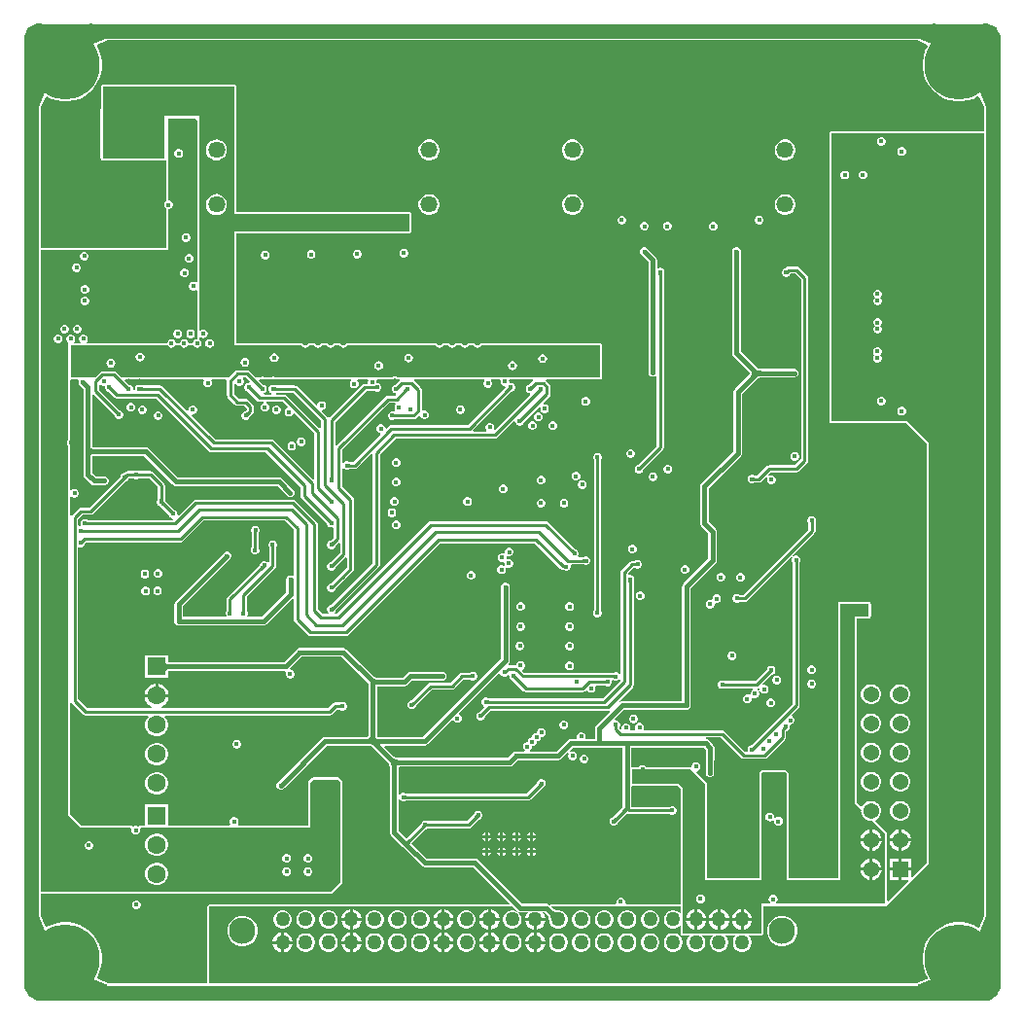
<source format=gbr>
G04*
G04 #@! TF.GenerationSoftware,Altium Limited,Altium Designer,24.1.2 (44)*
G04*
G04 Layer_Physical_Order=3*
G04 Layer_Color=16440176*
%FSLAX44Y44*%
%MOMM*%
G71*
G04*
G04 #@! TF.SameCoordinates,0167BC31-9F51-4C88-88AF-6E24005CD23D*
G04*
G04*
G04 #@! TF.FilePolarity,Positive*
G04*
G01*
G75*
%ADD11C,0.2540*%
%ADD12C,0.3810*%
%ADD24C,1.2300*%
%ADD136C,0.3000*%
%ADD137R,1.3700X1.3700*%
%ADD138C,1.3700*%
%ADD139C,1.4580*%
%ADD140C,1.2580*%
%ADD142C,2.3000*%
%ADD143C,1.0000*%
%ADD144C,6.0000*%
%ADD145C,1.6000*%
%ADD146R,1.6000X1.6000*%
%ADD147C,0.4000*%
%ADD150R,2.1496X2.2498*%
G36*
X72648Y837500D02*
X60019Y831975D01*
X36000Y840536D01*
X16458Y833570D01*
X9459Y814000D01*
X18057Y789957D01*
X12506Y777344D01*
X206Y791390D01*
X5266Y814000D01*
X206Y836610D01*
X11965Y837939D01*
Y837959D01*
X12003Y837997D01*
X12081Y837997D01*
X13429Y849800D01*
X36000Y844737D01*
X58571Y849800D01*
X72648Y837500D01*
D02*
G37*
G36*
X837944Y838035D02*
X837959D01*
X837997Y837997D01*
X837997Y837917D01*
X849806Y836531D01*
X849739Y835705D01*
X849538Y834400D01*
X847395Y824398D01*
X844871Y814000D01*
X847395Y803602D01*
X849538Y793599D01*
X849739Y792295D01*
X849806Y791469D01*
X837506Y777359D01*
X832007Y790005D01*
X840530Y814000D01*
X833584Y833555D01*
X814000Y840536D01*
X789981Y831974D01*
X777352Y837500D01*
X791429Y849800D01*
X814000Y844737D01*
X836571Y849800D01*
X837944Y838035D01*
D02*
G37*
G36*
X156323Y835651D02*
X416322D01*
X426322Y835651D01*
X696321D01*
X706321Y835651D01*
X777049D01*
X786182Y831655D01*
X786542Y830112D01*
X784548Y826199D01*
X783002Y821442D01*
X782220Y816501D01*
Y811499D01*
X783002Y806558D01*
X784548Y801801D01*
X786819Y797344D01*
X789760Y793297D01*
X793297Y789760D01*
X797344Y786819D01*
X801801Y784548D01*
X806558Y783002D01*
X811499Y782220D01*
X816501D01*
X821442Y783002D01*
X826199Y784548D01*
X830142Y786557D01*
X831678Y786209D01*
X835657Y777059D01*
Y756195D01*
X702818Y756195D01*
X702123Y756057D01*
X701535Y755663D01*
X701141Y755074D01*
X701003Y754380D01*
Y504190D01*
X701141Y503495D01*
X701535Y502907D01*
X702123Y502513D01*
X702818Y502375D01*
X767598Y502375D01*
X785585Y484388D01*
Y118862D01*
X773263Y106540D01*
X772090Y107026D01*
Y112530D01*
X763970D01*
Y104410D01*
X769474D01*
X769960Y103237D01*
X752415Y85692D01*
X751242Y86178D01*
Y144653D01*
X751104Y145347D01*
X750710Y145936D01*
X741197Y155449D01*
X741426Y157017D01*
X742599Y157694D01*
X744206Y159301D01*
X745342Y161269D01*
X745930Y163464D01*
Y165736D01*
X745342Y167931D01*
X744206Y169899D01*
X742599Y171506D01*
X740631Y172642D01*
X738436Y173230D01*
X736164D01*
X733969Y172642D01*
X732001Y171506D01*
X730394Y169899D01*
X729717Y168726D01*
X728149Y168497D01*
X725250Y171396D01*
Y332195D01*
X735365Y332195D01*
X736060Y332333D01*
X736648Y332727D01*
X737042Y333316D01*
X737180Y334010D01*
Y344864D01*
X737042Y345559D01*
X736648Y346147D01*
X736060Y346541D01*
X735365Y346679D01*
X710201D01*
X709506Y346541D01*
X708917Y346147D01*
X708524Y345559D01*
X708386Y344864D01*
Y105904D01*
X665525D01*
Y197082D01*
X665387Y197776D01*
X664993Y198365D01*
X663955Y199403D01*
X663366Y199797D01*
X662672Y199935D01*
X642620D01*
X641926Y199797D01*
X641337Y199403D01*
X640405Y198472D01*
X640012Y197883D01*
X639874Y197189D01*
Y105955D01*
X594528D01*
X594528Y188151D01*
X594390Y188846D01*
X593996Y189435D01*
X585192Y198239D01*
X585718Y199509D01*
X585766D01*
X587156Y200084D01*
X588219Y201148D01*
X588795Y202537D01*
Y204041D01*
X588219Y205430D01*
X587156Y206493D01*
X585766Y207069D01*
X584263D01*
X582873Y206493D01*
X581810Y205430D01*
X581235Y204041D01*
Y203532D01*
X580183Y202504D01*
X580061Y202500D01*
X541559D01*
X541417Y202845D01*
X540353Y203908D01*
X538964Y204483D01*
X537460D01*
X536071Y203908D01*
X535008Y202845D01*
X534865Y202500D01*
X529590D01*
X528661Y203610D01*
Y219663D01*
X591796D01*
X593415Y218044D01*
Y209250D01*
X593283Y208589D01*
Y198464D01*
X593261Y198409D01*
Y196905D01*
X593836Y195516D01*
X594899Y194453D01*
X596289Y193877D01*
X597793D01*
X599182Y194453D01*
X600245Y195516D01*
X600821Y196905D01*
Y198409D01*
X600798Y198464D01*
Y208060D01*
X600929Y208720D01*
Y219601D01*
X600643Y221038D01*
X599829Y222257D01*
X596009Y226077D01*
X594790Y226892D01*
X593485Y227151D01*
X593610Y228421D01*
X606462D01*
X624176Y210707D01*
X625185Y210033D01*
X626375Y209796D01*
X644538D01*
X645729Y210033D01*
X646738Y210707D01*
X662492Y226461D01*
X663166Y227470D01*
X663402Y228660D01*
Y233826D01*
X663591Y234015D01*
X663725D01*
X665115Y234590D01*
X666178Y235654D01*
X666753Y237043D01*
Y238547D01*
X666701Y238673D01*
X667406Y239729D01*
X667715D01*
X669105Y240305D01*
X670168Y241368D01*
X670743Y242757D01*
Y244261D01*
X670168Y245651D01*
X669105Y246714D01*
X668742Y246864D01*
X668444Y248362D01*
X674283Y254202D01*
X674957Y255210D01*
X675194Y256401D01*
X675194Y256401D01*
Y380796D01*
X675288Y380891D01*
X675864Y382280D01*
Y383784D01*
X675288Y385173D01*
X674225Y386236D01*
X672836Y386812D01*
X671332D01*
X669943Y386236D01*
X669232Y387212D01*
X687999Y405979D01*
X688673Y406988D01*
X688910Y408178D01*
Y415248D01*
X689005Y415342D01*
X689580Y416732D01*
Y418236D01*
X689005Y419625D01*
X687941Y420688D01*
X686552Y421264D01*
X685048D01*
X683659Y420688D01*
X682596Y419625D01*
X682020Y418236D01*
Y416732D01*
X682596Y415342D01*
X682690Y415248D01*
Y409466D01*
X625936Y352712D01*
X622643D01*
X622548Y352807D01*
X621158Y353382D01*
X619655D01*
X618265Y352807D01*
X617202Y351743D01*
X616627Y350354D01*
Y348850D01*
X617202Y347461D01*
X618265Y346398D01*
X619655Y345822D01*
X621158D01*
X622548Y346398D01*
X622643Y346492D01*
X627224D01*
X628414Y346729D01*
X629423Y347403D01*
X667904Y385884D01*
X668879Y385173D01*
X668304Y383784D01*
Y382280D01*
X668879Y380891D01*
X668974Y380796D01*
Y257689D01*
X633021Y221736D01*
X632887D01*
X631498Y221160D01*
X630435Y220097D01*
X629859Y218708D01*
Y217204D01*
X629914Y217071D01*
X629208Y216015D01*
X627663D01*
X609949Y233730D01*
X608940Y234404D01*
X607750Y234641D01*
X540113D01*
X539267Y235911D01*
X539519Y236521D01*
Y238024D01*
X538944Y239414D01*
X537881Y240477D01*
X536491Y241053D01*
X534987D01*
X533598Y240477D01*
X532535Y239414D01*
X531959Y238024D01*
Y236521D01*
X532212Y235911D01*
X531366Y234641D01*
X528619D01*
X527770Y235911D01*
X527840Y236080D01*
Y237584D01*
X527265Y238974D01*
X526202Y240037D01*
X524812Y240612D01*
X523308D01*
X521919Y240037D01*
X520856Y238974D01*
X520280Y237584D01*
Y236224D01*
X519912Y235930D01*
X519107Y235601D01*
X518160Y236548D01*
Y237167D01*
X518255Y237262D01*
X518830Y238651D01*
Y240155D01*
X518255Y241544D01*
X517191Y242608D01*
X515802Y243183D01*
X514815D01*
X514283Y244447D01*
X522365Y252529D01*
X575773D01*
X575828Y252506D01*
X577332D01*
X578721Y253081D01*
X579785Y254145D01*
X580360Y255534D01*
Y257038D01*
X580337Y257093D01*
Y308010D01*
X580296Y308216D01*
Y358131D01*
X602097Y379931D01*
X602911Y381150D01*
X603197Y382588D01*
Y407560D01*
X602911Y408998D01*
X602097Y410217D01*
X596007Y416306D01*
Y445528D01*
X624052Y473572D01*
X624866Y474791D01*
X625153Y476229D01*
Y527980D01*
X637479Y540306D01*
X637844Y540598D01*
X638319Y540922D01*
X638808Y541199D01*
X639311Y541432D01*
X639832Y541623D01*
X640373Y541772D01*
X640938Y541880D01*
X641403Y541932D01*
X669537D01*
X669592Y541909D01*
X671096D01*
X672485Y542484D01*
X673549Y543548D01*
X674124Y544937D01*
Y546441D01*
X673549Y547830D01*
X672485Y548894D01*
X671096Y549469D01*
X669592D01*
X669537Y549446D01*
X641403D01*
X640938Y549498D01*
X640373Y549605D01*
X639832Y549755D01*
X639311Y549946D01*
X638808Y550179D01*
X638319Y550456D01*
X637844Y550779D01*
X637479Y551072D01*
X623757Y564793D01*
Y650693D01*
X623780Y650748D01*
Y652252D01*
X623204Y653641D01*
X622141Y654705D01*
X620752Y655280D01*
X619248D01*
X617859Y654705D01*
X616796Y653641D01*
X616220Y652252D01*
Y650748D01*
X616243Y650693D01*
Y563237D01*
X616529Y561799D01*
X617343Y560580D01*
X631246Y546677D01*
X631458Y546374D01*
X631598Y546095D01*
X631664Y545873D01*
X631683Y545689D01*
X631664Y545505D01*
X631598Y545283D01*
X631458Y545004D01*
X631246Y544701D01*
X618739Y532193D01*
X617924Y530974D01*
X617638Y529537D01*
Y477785D01*
X589593Y449741D01*
X588779Y448522D01*
X588493Y447084D01*
Y415557D01*
X588470Y415502D01*
Y413998D01*
X589045Y412609D01*
X590109Y411545D01*
X590164Y411523D01*
X595683Y406004D01*
Y384144D01*
X573882Y362344D01*
X573068Y361125D01*
X572782Y359687D01*
Y308051D01*
X572823Y307845D01*
Y260043D01*
X520809D01*
X519371Y259757D01*
X518902Y259444D01*
X518092Y260430D01*
X529737Y272075D01*
X530411Y273084D01*
X530648Y274274D01*
X530648Y274274D01*
Y363713D01*
X530742Y363808D01*
X531318Y365197D01*
Y366701D01*
X530742Y368090D01*
X529679Y369154D01*
X528290Y369729D01*
X526786D01*
X526129Y370831D01*
X526081Y371387D01*
X530777Y376083D01*
X531727D01*
X531822Y375988D01*
X533212Y375413D01*
X534715D01*
X536105Y375988D01*
X537168Y377052D01*
X537743Y378441D01*
Y379945D01*
X537168Y381334D01*
X536105Y382397D01*
X534715Y382973D01*
X533212D01*
X531822Y382397D01*
X531727Y382303D01*
X529489D01*
X528299Y382066D01*
X527290Y381392D01*
X520137Y374239D01*
X519463Y373230D01*
X519227Y372040D01*
Y284267D01*
X518676Y284000D01*
X517957Y283878D01*
X517046Y284788D01*
X515657Y285364D01*
X514153D01*
X513248Y284989D01*
X435611D01*
X433894Y286706D01*
X434142Y287952D01*
X434274Y288007D01*
X435337Y289070D01*
X435913Y290459D01*
Y291963D01*
X435337Y293352D01*
X434274Y294416D01*
X432885Y294991D01*
X431381D01*
X429991Y294416D01*
X428928Y293352D01*
X428353Y291963D01*
Y291786D01*
X427899Y291413D01*
X422048D01*
X421522Y292683D01*
X421715Y292876D01*
X422529Y294095D01*
X422815Y295533D01*
Y358623D01*
X422838Y358678D01*
Y360182D01*
X422263Y361572D01*
X421199Y362635D01*
X419810Y363210D01*
X418306D01*
X416917Y362635D01*
X415854Y361572D01*
X415278Y360182D01*
Y358678D01*
X415301Y358623D01*
Y297089D01*
X347169Y228958D01*
X308685D01*
X308320Y229022D01*
X308025Y229121D01*
X307821Y229230D01*
X307677Y229348D01*
X307560Y229491D01*
X307450Y229695D01*
X307351Y229991D01*
X307287Y230355D01*
Y257003D01*
X307310Y257058D01*
Y258562D01*
X307287Y258617D01*
Y273103D01*
X331218D01*
X332656Y273389D01*
X333875Y274203D01*
X337896Y278225D01*
X363272D01*
X363327Y278202D01*
X364831D01*
X366220Y278777D01*
X367284Y279841D01*
X367859Y281230D01*
Y282734D01*
X367284Y284123D01*
X366220Y285187D01*
X364831Y285762D01*
X363327D01*
X363272Y285739D01*
X336340D01*
X334902Y285453D01*
X333683Y284639D01*
X329662Y280617D01*
X307591D01*
X307127Y280669D01*
X306562Y280777D01*
X306020Y280926D01*
X305499Y281117D01*
X304996Y281350D01*
X304508Y281627D01*
X304032Y281950D01*
X303667Y282243D01*
X280689Y305221D01*
X279470Y306035D01*
X278032Y306321D01*
X276237D01*
X276094Y306380D01*
X274590D01*
X274188Y306213D01*
X240837D01*
X240782Y306236D01*
X239278D01*
X237889Y305661D01*
X236826Y304597D01*
X236803Y304542D01*
X226134Y293873D01*
X126236D01*
X125940Y293899D01*
X125520Y293969D01*
X125215Y294050D01*
X125096Y294098D01*
Y299896D01*
X105536D01*
Y280336D01*
X125096D01*
Y286134D01*
X125215Y286182D01*
X125520Y286263D01*
X125940Y286333D01*
X126236Y286359D01*
X227323D01*
X227994Y285565D01*
X228151Y285156D01*
X227839Y284401D01*
Y282897D01*
X228414Y281508D01*
X229478Y280445D01*
X230867Y279869D01*
X232371D01*
X233760Y280445D01*
X234823Y281508D01*
X235399Y282897D01*
Y284401D01*
X234823Y285790D01*
X233760Y286854D01*
X232371Y287429D01*
X232113D01*
X231587Y288699D01*
X241586Y298699D01*
X275147D01*
X275688Y298807D01*
X276476D01*
X299773Y275510D01*
Y258617D01*
X299750Y258562D01*
Y257058D01*
X299773Y257003D01*
Y230355D01*
X299708Y229991D01*
X299610Y229695D01*
X299500Y229491D01*
X299383Y229348D01*
X299239Y229230D01*
X299036Y229121D01*
X298740Y229022D01*
X298375Y228958D01*
X262030D01*
X260593Y228672D01*
X259374Y227857D01*
X221434Y189917D01*
X221379Y189895D01*
X220315Y188831D01*
X219740Y187442D01*
Y185938D01*
X220315Y184549D01*
X221379Y183486D01*
X222768Y182910D01*
X224272D01*
X225661Y183486D01*
X226724Y184549D01*
X226747Y184604D01*
X263587Y221443D01*
X299675D01*
X300140Y221392D01*
X300705Y221284D01*
X301246Y221135D01*
X301767Y220944D01*
X302270Y220710D01*
X302759Y220433D01*
X303234Y220110D01*
X303599Y219818D01*
X316533Y206884D01*
X316825Y206519D01*
X317148Y206044D01*
X317425Y205555D01*
X317659Y205052D01*
X317850Y204531D01*
X317999Y203990D01*
X318107Y203425D01*
X318158Y202960D01*
Y146121D01*
X318444Y144683D01*
X319259Y143464D01*
X329744Y132979D01*
X346000Y116723D01*
X347219Y115909D01*
X348657Y115623D01*
X390925D01*
X422280Y84268D01*
X421794Y83095D01*
X161412D01*
X160718Y82957D01*
X160129Y82563D01*
X159735Y81974D01*
X159597Y81280D01*
Y14349D01*
X150858D01*
X140858Y14349D01*
X72951D01*
X63818Y18345D01*
X63458Y19888D01*
X65452Y23801D01*
X66997Y28558D01*
X67780Y33499D01*
Y38501D01*
X66997Y43442D01*
X65452Y48199D01*
X63181Y52656D01*
X60240Y56703D01*
X56703Y60240D01*
X52656Y63181D01*
X48199Y65452D01*
X43442Y66997D01*
X38501Y67780D01*
X33499D01*
X28558Y66997D01*
X23801Y65452D01*
X19918Y63473D01*
X18367Y63844D01*
X14355Y72961D01*
Y92165D01*
X266720D01*
X267414Y92303D01*
X268003Y92697D01*
X276873Y101567D01*
X277267Y102156D01*
X277405Y102850D01*
Y189732D01*
X277267Y190426D01*
X276873Y191015D01*
X274835Y193053D01*
X274246Y193447D01*
X273552Y193585D01*
X251372D01*
X250677Y193447D01*
X250088Y193053D01*
X247637Y190602D01*
X247243Y190013D01*
X247105Y189318D01*
Y151851D01*
X186586D01*
X185989Y153049D01*
X186564Y154439D01*
Y155942D01*
X185989Y157332D01*
X184925Y158395D01*
X183536Y158970D01*
X182032D01*
X180643Y158395D01*
X179580Y157332D01*
X179004Y155942D01*
Y154439D01*
X179580Y153049D01*
X178982Y151851D01*
X125096D01*
Y170308D01*
X105536D01*
Y151851D01*
X101553D01*
X101377Y151816D01*
X101199D01*
X101033Y151748D01*
X100858Y151713D01*
X100709Y151613D01*
X100544Y151545D01*
X100418Y151419D01*
X100269Y151319D01*
X99229Y150823D01*
X97840Y151398D01*
X96336D01*
X94947Y150823D01*
X93907Y151319D01*
X93758Y151419D01*
X93632Y151545D01*
X93467Y151613D01*
X93318Y151713D01*
X93143Y151748D01*
X92978Y151816D01*
X92799D01*
X92623Y151851D01*
X50106D01*
X39915Y162042D01*
Y258411D01*
X41185Y258796D01*
X41564Y258228D01*
X51259Y248533D01*
X52268Y247859D01*
X53458Y247623D01*
X107995D01*
X108521Y246353D01*
X107490Y245321D01*
X106202Y243091D01*
X105536Y240604D01*
Y238029D01*
X106202Y235541D01*
X107490Y233311D01*
X109311Y231490D01*
X111541Y230203D01*
X114028Y229536D01*
X116604D01*
X119091Y230203D01*
X121321Y231490D01*
X123142Y233311D01*
X124430Y235541D01*
X125096Y238029D01*
Y240604D01*
X124430Y243091D01*
X123142Y245321D01*
X122111Y246353D01*
X122637Y247623D01*
X265663D01*
X266853Y247859D01*
X267862Y248533D01*
X272001Y252673D01*
X274993D01*
X275088Y252578D01*
X276478Y252002D01*
X277981D01*
X279370Y252578D01*
X280434Y253641D01*
X281009Y255030D01*
Y256534D01*
X280434Y257923D01*
X279370Y258987D01*
X277981Y259562D01*
X276478D01*
X275088Y258987D01*
X274993Y258892D01*
X270713D01*
X270713Y258892D01*
X269523Y258655D01*
X268514Y257981D01*
X268514Y257981D01*
X264375Y253842D01*
X120102D01*
X119761Y255112D01*
X121788Y256282D01*
X123750Y258244D01*
X125138Y260648D01*
X125856Y263328D01*
Y263446D01*
X115316D01*
X104776D01*
Y263328D01*
X105494Y260648D01*
X106882Y258244D01*
X108844Y256282D01*
X110871Y255112D01*
X110530Y253842D01*
X54746D01*
X46873Y261715D01*
Y393451D01*
X47929Y394156D01*
X48241Y394027D01*
X49745D01*
X51134Y394603D01*
X52197Y395666D01*
X52773Y397055D01*
Y397189D01*
X54024Y398441D01*
X136274D01*
X137464Y398677D01*
X138472Y399351D01*
X156381Y417260D01*
X226986D01*
X234789Y409457D01*
Y369700D01*
X233519Y369081D01*
X232521Y369495D01*
X231017D01*
X229628Y368919D01*
X228564Y367856D01*
X227989Y366466D01*
Y364963D01*
X228012Y364908D01*
Y354700D01*
X206637Y333326D01*
X194818D01*
X194231Y334596D01*
X194667Y335648D01*
Y337151D01*
X194092Y338541D01*
X193997Y338636D01*
Y351271D01*
X218498Y375772D01*
X219172Y376781D01*
X219409Y377971D01*
Y393945D01*
X219503Y394040D01*
X220079Y395429D01*
Y396933D01*
X219503Y398323D01*
X218440Y399386D01*
X217051Y399961D01*
X215547D01*
X214158Y399386D01*
X213094Y398323D01*
X212519Y396933D01*
Y395429D01*
X213094Y394040D01*
X213189Y393945D01*
Y381108D01*
X213063Y381030D01*
X211919Y380719D01*
X211100Y381538D01*
X209711Y382113D01*
X208207D01*
X206818Y381538D01*
X205755Y380474D01*
X205179Y379085D01*
Y378951D01*
X176994Y350766D01*
X176320Y349757D01*
X176083Y348567D01*
Y338897D01*
X175988Y338803D01*
X175413Y337413D01*
Y335910D01*
X175988Y334520D01*
X175387Y333326D01*
X138266D01*
Y342953D01*
X178616Y383303D01*
X178671Y383326D01*
X179734Y384389D01*
X180310Y385779D01*
Y387282D01*
X179734Y388672D01*
X178671Y389735D01*
X177282Y390310D01*
X175778D01*
X174389Y389735D01*
X173326Y388672D01*
X173303Y388616D01*
X131852Y347166D01*
X131038Y345947D01*
X130752Y344509D01*
Y330375D01*
X130729Y330320D01*
Y328816D01*
X131304Y327427D01*
X132368Y326364D01*
X133757Y325788D01*
X135261D01*
X135316Y325811D01*
X208194D01*
X209631Y326097D01*
X210850Y326912D01*
X233519Y349580D01*
X234789Y349054D01*
Y331252D01*
X235026Y330062D01*
X235700Y329053D01*
X247191Y317562D01*
X247192Y317562D01*
X248200Y316888D01*
X249390Y316651D01*
X280141D01*
X281331Y316888D01*
X282340Y317562D01*
X362351Y397572D01*
X444551D01*
X466937Y375186D01*
X467946Y374512D01*
X469136Y374275D01*
X469707D01*
X469967Y374016D01*
X471356Y373440D01*
X472860D01*
X474249Y374016D01*
X475312Y375079D01*
X475888Y376468D01*
Y377972D01*
X475833Y378104D01*
X476539Y379160D01*
X486916D01*
X486964Y379112D01*
X488354Y378536D01*
X489858D01*
X491247Y379112D01*
X492310Y380175D01*
X492886Y381564D01*
Y383068D01*
X492310Y384457D01*
X491247Y385521D01*
X489858Y386096D01*
X488354D01*
X486964Y385521D01*
X486824Y385380D01*
X482805D01*
X482441Y385987D01*
X482193Y386650D01*
X482708Y387892D01*
Y389396D01*
X482132Y390785D01*
X481069Y391848D01*
X479680Y392424D01*
X479546D01*
X456225Y415745D01*
X455216Y416419D01*
X454026Y416656D01*
X353995D01*
X353995Y416656D01*
X352805Y416419D01*
X351796Y415745D01*
X271964Y335913D01*
X270609D01*
X270082Y337183D01*
X270746Y337847D01*
X271322Y339236D01*
Y339370D01*
X308701Y376750D01*
X309375Y377759D01*
X309612Y378949D01*
Y474693D01*
X323515Y488596D01*
X409828D01*
X411018Y488833D01*
X412027Y489507D01*
X426381Y503861D01*
X427651Y503335D01*
Y502943D01*
X428227Y501553D01*
X429290Y500490D01*
X430679Y499914D01*
X432183D01*
X433572Y500490D01*
X434636Y501553D01*
X435211Y502943D01*
Y503077D01*
X448127Y515993D01*
X448655Y515816D01*
X449300Y515370D01*
Y514097D01*
X449876Y512708D01*
X450939Y511645D01*
X452328Y511069D01*
X453832D01*
X455221Y511645D01*
X456285Y512708D01*
X456860Y514097D01*
Y515601D01*
X456285Y516990D01*
X455221Y518054D01*
X453832Y518629D01*
X452560D01*
X452113Y519274D01*
X451937Y519802D01*
X457206Y525071D01*
X457880Y526080D01*
X458117Y527270D01*
Y533926D01*
X458117Y533926D01*
X457880Y535116D01*
X457206Y536125D01*
X457206Y536125D01*
X454248Y539083D01*
X454065Y539205D01*
X454450Y540475D01*
X501650D01*
X502345Y540613D01*
X502933Y541007D01*
X503327Y541595D01*
X503465Y542290D01*
Y569563D01*
X503327Y570257D01*
X502933Y570846D01*
X502345Y571239D01*
X501650Y571378D01*
X397877D01*
X397702Y571343D01*
X397523D01*
X397358Y571274D01*
X397183Y571239D01*
X397034Y571140D01*
X396869Y571072D01*
X396743Y570945D01*
X396594Y570846D01*
X396495Y570697D01*
X396368Y570571D01*
X396061Y570111D01*
X395411Y569676D01*
X394644Y569524D01*
X393877Y569676D01*
X393227Y570111D01*
X392920Y570571D01*
X392793Y570697D01*
X392694Y570846D01*
X392545Y570945D01*
X392419Y571072D01*
X392254Y571140D01*
X392105Y571239D01*
X391930Y571274D01*
X391765Y571343D01*
X391586D01*
X391411Y571378D01*
X386816D01*
X386641Y571343D01*
X386462D01*
X386297Y571274D01*
X386121Y571239D01*
X385973Y571140D01*
X385808Y571072D01*
X385681Y570945D01*
X385533Y570846D01*
X385433Y570697D01*
X385307Y570571D01*
X385000Y570111D01*
X384349Y569676D01*
X383583Y569524D01*
X382816Y569676D01*
X382166Y570111D01*
X381858Y570571D01*
X381732Y570697D01*
X381633Y570846D01*
X381484Y570945D01*
X381358Y571072D01*
X381193Y571140D01*
X381044Y571239D01*
X380869Y571274D01*
X380704Y571343D01*
X380525D01*
X380349Y571378D01*
X375755D01*
X375579Y571343D01*
X375401D01*
X375236Y571274D01*
X375060Y571239D01*
X374912Y571140D01*
X374747Y571072D01*
X374620Y570945D01*
X374472Y570846D01*
X374372Y570697D01*
X374246Y570571D01*
X373938Y570111D01*
X373288Y569676D01*
X372522Y569524D01*
X371755Y569676D01*
X371105Y570111D01*
X370797Y570571D01*
X370671Y570697D01*
X370572Y570846D01*
X370423Y570945D01*
X370297Y571072D01*
X370131Y571140D01*
X369983Y571239D01*
X369808Y571274D01*
X369642Y571343D01*
X369464D01*
X369288Y571378D01*
X364694D01*
X364518Y571343D01*
X364339D01*
X364174Y571274D01*
X363999Y571239D01*
X363850Y571140D01*
X363685Y571072D01*
X363559Y570945D01*
X363410Y570846D01*
X363311Y570697D01*
X363185Y570571D01*
X362877Y570111D01*
X362227Y569676D01*
X361460Y569524D01*
X360694Y569676D01*
X360043Y570111D01*
X359736Y570571D01*
X359610Y570697D01*
X359510Y570846D01*
X359362Y570945D01*
X359235Y571072D01*
X359070Y571140D01*
X358922Y571239D01*
X358746Y571274D01*
X358581Y571343D01*
X358402D01*
X358227Y571378D01*
X281309D01*
X281133Y571343D01*
X280955D01*
X280790Y571274D01*
X280614Y571239D01*
X280466Y571140D01*
X280300Y571072D01*
X280174Y570945D01*
X280025Y570846D01*
X279926Y570697D01*
X279800Y570571D01*
X279492Y570111D01*
X278842Y569676D01*
X278075Y569524D01*
X277309Y569676D01*
X276659Y570111D01*
X276351Y570571D01*
X276225Y570697D01*
X276125Y570846D01*
X275977Y570945D01*
X275850Y571072D01*
X275685Y571140D01*
X275537Y571239D01*
X275361Y571274D01*
X275196Y571343D01*
X275017D01*
X274842Y571378D01*
X270247D01*
X270072Y571343D01*
X269893D01*
X269728Y571274D01*
X269553Y571239D01*
X269404Y571140D01*
X269239Y571072D01*
X269113Y570945D01*
X268964Y570846D01*
X268865Y570697D01*
X268738Y570571D01*
X268431Y570111D01*
X267781Y569676D01*
X267014Y569524D01*
X266247Y569676D01*
X265597Y570111D01*
X265290Y570571D01*
X265163Y570697D01*
X265064Y570846D01*
X264916Y570945D01*
X264789Y571072D01*
X264624Y571140D01*
X264475Y571239D01*
X264300Y571274D01*
X264135Y571343D01*
X263956D01*
X263781Y571378D01*
X259186D01*
X259011Y571343D01*
X258832D01*
X258667Y571274D01*
X258492Y571239D01*
X258343Y571140D01*
X258178Y571072D01*
X258052Y570945D01*
X257903Y570846D01*
X257804Y570697D01*
X257677Y570571D01*
X257370Y570111D01*
X256720Y569676D01*
X255953Y569524D01*
X255186Y569676D01*
X254536Y570111D01*
X254229Y570571D01*
X254102Y570697D01*
X254003Y570846D01*
X253855Y570945D01*
X253728Y571072D01*
X253563Y571140D01*
X253414Y571239D01*
X253239Y571274D01*
X253074Y571343D01*
X252895D01*
X252720Y571378D01*
X248125D01*
X247950Y571343D01*
X247771D01*
X247606Y571274D01*
X247431Y571239D01*
X247282Y571140D01*
X247117Y571072D01*
X246990Y570945D01*
X246842Y570846D01*
X246742Y570697D01*
X246616Y570571D01*
X246309Y570111D01*
X245659Y569676D01*
X244892Y569524D01*
X244125Y569676D01*
X243475Y570111D01*
X243168Y570571D01*
X243041Y570697D01*
X242942Y570846D01*
X242793Y570945D01*
X242667Y571072D01*
X242502Y571140D01*
X242353Y571239D01*
X242178Y571274D01*
X242013Y571343D01*
X241834D01*
X241658Y571378D01*
X184695D01*
Y667475D01*
X335280D01*
X335975Y667613D01*
X336563Y668007D01*
X336957Y668596D01*
X337095Y669290D01*
Y684160D01*
X336957Y684854D01*
X336563Y685443D01*
X335975Y685836D01*
X335280Y685975D01*
X184695D01*
Y795020D01*
X184557Y795714D01*
X184163Y796303D01*
X183575Y796697D01*
X182880Y796835D01*
X68580D01*
X67885Y796697D01*
X67297Y796303D01*
X66903Y795714D01*
X66765Y795020D01*
Y776568D01*
X66682Y776443D01*
X66544Y775749D01*
Y732790D01*
X66682Y732095D01*
X67076Y731507D01*
X67664Y731113D01*
X68359Y730975D01*
X121934D01*
X122629Y731113D01*
X123894Y730431D01*
X123876Y696761D01*
X123876Y696761D01*
X123876Y696760D01*
X123942Y696424D01*
X124013Y696066D01*
X123524Y695457D01*
X122461Y694394D01*
X121885Y693004D01*
Y691501D01*
X122461Y690111D01*
X123524Y689048D01*
X123950Y688872D01*
X123941Y688828D01*
X123871Y688474D01*
X123852Y654595D01*
X14355D01*
Y695502D01*
X14355Y705502D01*
Y777038D01*
X18367Y786156D01*
X19918Y786527D01*
X23801Y784548D01*
X28558Y783002D01*
X33499Y782220D01*
X38501D01*
X43442Y783002D01*
X48199Y784548D01*
X52656Y786819D01*
X56703Y789760D01*
X60240Y793297D01*
X63181Y797344D01*
X65452Y801801D01*
X66997Y806558D01*
X67780Y811499D01*
Y816501D01*
X66997Y821442D01*
X65452Y826199D01*
X63458Y830112D01*
X63818Y831656D01*
X72951Y835651D01*
X146323D01*
X156323Y835651D01*
D02*
G37*
G36*
X150446Y765224D02*
Y625231D01*
X149269Y624611D01*
X147880Y625187D01*
X146376D01*
X144987Y624611D01*
X143924Y623548D01*
X143348Y622159D01*
Y620655D01*
X143924Y619266D01*
X144987Y618202D01*
X146376Y617627D01*
X147880D01*
X149269Y618202D01*
X150446Y617583D01*
Y575308D01*
X149694D01*
X148305Y574732D01*
X147241Y573669D01*
X146666Y572279D01*
Y571500D01*
X143165D01*
Y572279D01*
X142589Y573669D01*
X141526Y574732D01*
X140136Y575308D01*
X138633D01*
X137243Y574732D01*
X136180Y573669D01*
X135604Y572279D01*
Y571500D01*
X132103D01*
Y572279D01*
X131528Y573669D01*
X130464Y574732D01*
X129075Y575308D01*
X127571D01*
X126182Y574732D01*
X125119Y573669D01*
X124543Y572279D01*
Y571500D01*
X54841D01*
X54314Y572770D01*
X54933Y573389D01*
X55509Y574778D01*
Y576282D01*
X54933Y577671D01*
X53870Y578735D01*
X52481Y579310D01*
X50977D01*
X49588Y578735D01*
X48524Y577671D01*
X47949Y576282D01*
Y574778D01*
X48524Y573389D01*
X49143Y572770D01*
X48617Y571500D01*
X43779D01*
X43253Y572770D01*
X43872Y573389D01*
X44448Y574778D01*
Y576282D01*
X43872Y577671D01*
X42809Y578735D01*
X41419Y579310D01*
X39916D01*
X38526Y578735D01*
X37463Y577671D01*
X36888Y576282D01*
Y574778D01*
X37463Y573389D01*
X38087Y572765D01*
X38100Y571500D01*
X38100Y571127D01*
Y487705D01*
X37660Y487266D01*
X37085Y485876D01*
Y484373D01*
X37660Y482983D01*
X38100Y482544D01*
Y161290D01*
X49354Y150036D01*
X92623D01*
X93472Y148766D01*
X93308Y148370D01*
Y146866D01*
X93883Y145477D01*
X94947Y144413D01*
X96336Y143838D01*
X97840D01*
X99229Y144413D01*
X100293Y145477D01*
X100868Y146866D01*
Y148370D01*
X100704Y148766D01*
X101553Y150036D01*
X248920D01*
Y189318D01*
X251372Y191770D01*
X273552D01*
X275590Y189732D01*
Y102850D01*
X266720Y93980D01*
X14355D01*
Y145503D01*
X14355Y155503D01*
Y415503D01*
X14355Y425503D01*
Y652780D01*
X125666D01*
X125686Y688473D01*
X126417D01*
X127807Y689048D01*
X128870Y690111D01*
X129445Y691501D01*
Y693004D01*
X128870Y694394D01*
X127807Y695457D01*
X126417Y696032D01*
X125690Y696760D01*
X125730Y767080D01*
X148590D01*
X150446Y765224D01*
D02*
G37*
G36*
X182880Y684160D02*
X335280D01*
Y669290D01*
X182880D01*
Y569563D01*
X241658D01*
X242167Y568802D01*
X243417Y567967D01*
X244892Y567673D01*
X246367Y567967D01*
X247617Y568802D01*
X248125Y569563D01*
X252720D01*
X253228Y568802D01*
X254478Y567967D01*
X255953Y567673D01*
X257428Y567967D01*
X258678Y568802D01*
X259186Y569563D01*
X263781D01*
X264289Y568802D01*
X265539Y567967D01*
X267014Y567673D01*
X268489Y567967D01*
X269739Y568802D01*
X270247Y569563D01*
X274842D01*
X275350Y568802D01*
X276600Y567967D01*
X278075Y567673D01*
X279550Y567967D01*
X280801Y568802D01*
X281309Y569563D01*
X358227D01*
X358735Y568802D01*
X359985Y567967D01*
X361460Y567673D01*
X362935Y567967D01*
X364186Y568802D01*
X364694Y569563D01*
X369288D01*
X369796Y568802D01*
X371047Y567967D01*
X372522Y567673D01*
X373996Y567967D01*
X375247Y568802D01*
X375755Y569563D01*
X380349D01*
X380858Y568802D01*
X382108Y567967D01*
X383583Y567673D01*
X385058Y567967D01*
X386308Y568802D01*
X386816Y569563D01*
X391411D01*
X391919Y568802D01*
X393169Y567967D01*
X394644Y567673D01*
X396119Y567967D01*
X397369Y568802D01*
X397877Y569563D01*
X501650D01*
Y542290D01*
X441119D01*
X439699Y542573D01*
X438279Y542290D01*
X324715D01*
X324351Y542533D01*
X322876Y542826D01*
X321401Y542533D01*
X321038Y542290D01*
X218240D01*
X216820Y542573D01*
X215400Y542290D01*
X208998D01*
X207578Y542573D01*
X206158Y542290D01*
X201262D01*
X196378Y547175D01*
X195369Y547849D01*
X194179Y548086D01*
X185515D01*
X184325Y547849D01*
X183316Y547175D01*
X178431Y542290D01*
X101672D01*
X100252Y542573D01*
X98831Y542290D01*
X92430D01*
X91009Y542573D01*
X89589Y542290D01*
X84694D01*
X80430Y546554D01*
X79421Y547228D01*
X78231Y547465D01*
X68220D01*
X67030Y547228D01*
X66021Y546554D01*
X61757Y542290D01*
X40640D01*
Y569563D01*
X125090D01*
X125598Y568802D01*
X126848Y567967D01*
X128323Y567673D01*
X129798Y567967D01*
X131049Y568802D01*
X131557Y569563D01*
X136151D01*
X136659Y568802D01*
X137910Y567967D01*
X139384Y567673D01*
X140859Y567967D01*
X142110Y568802D01*
X142618Y569563D01*
X147212D01*
X147720Y568802D01*
X148971Y567967D01*
X150446Y567673D01*
X151921Y567967D01*
X153171Y568802D01*
X154006Y570053D01*
X154300Y571528D01*
X154006Y573002D01*
X153171Y574253D01*
X152400Y574768D01*
Y576414D01*
X152408Y576421D01*
X153670Y576976D01*
X154501Y576421D01*
X155976Y576127D01*
X157451Y576421D01*
X158701Y577256D01*
X159537Y578506D01*
X159830Y579981D01*
X159537Y581456D01*
X158701Y582707D01*
X157451Y583542D01*
X155976Y583835D01*
X154501Y583542D01*
X153670Y582986D01*
X152408Y583541D01*
X152400Y583549D01*
Y769629D01*
X121934D01*
Y732790D01*
X68359D01*
Y775749D01*
X68580Y775970D01*
Y795020D01*
X182880D01*
Y684160D01*
D02*
G37*
G36*
X636193Y549776D02*
X636765Y549318D01*
X637360Y548914D01*
X637977Y548564D01*
X638616Y548268D01*
X639277Y548025D01*
X639961Y547836D01*
X640667Y547702D01*
X641396Y547621D01*
X642147Y547594D01*
Y543784D01*
X641396Y543757D01*
X640667Y543676D01*
X639961Y543541D01*
X639277Y543353D01*
X638616Y543110D01*
X637977Y542814D01*
X637360Y542464D01*
X636765Y542060D01*
X636193Y541602D01*
X635643Y541090D01*
X632160Y542995D01*
X632645Y543534D01*
X633022Y544072D01*
X633291Y544611D01*
X633453Y545150D01*
X633507Y545689D01*
X633453Y546228D01*
X633291Y546767D01*
X633022Y547305D01*
X632645Y547844D01*
X632160Y548383D01*
X635643Y550288D01*
X636193Y549776D01*
D02*
G37*
G36*
X217886Y540510D02*
X218065D01*
X218240Y540475D01*
X284570D01*
X284601Y540428D01*
X284959Y539205D01*
X284159Y538405D01*
X283584Y537016D01*
Y535512D01*
X284159Y534123D01*
X285223Y533060D01*
X286612Y532484D01*
X288116D01*
X289505Y533060D01*
X290568Y534123D01*
X291144Y535512D01*
Y537016D01*
X290568Y538405D01*
X289769Y539205D01*
X290127Y540428D01*
X290158Y540475D01*
X298638D01*
X299487Y539205D01*
X299366Y538915D01*
Y537411D01*
X298722Y536447D01*
X296511D01*
X295321Y536210D01*
X294312Y535536D01*
X265642Y506865D01*
X264705Y506977D01*
X264483Y507027D01*
X264218Y507169D01*
X263641Y508032D01*
X259271Y512403D01*
X259797Y513673D01*
X259872D01*
X261261Y514248D01*
X262324Y515312D01*
X262900Y516701D01*
Y518205D01*
X262324Y519594D01*
X261261Y520657D01*
X259872Y521233D01*
X258368D01*
X256979Y520657D01*
X255915Y519594D01*
X255340Y518205D01*
Y518130D01*
X254070Y517604D01*
X237640Y534033D01*
X236631Y534707D01*
X235441Y534944D01*
X219056D01*
X218961Y535039D01*
X217572Y535614D01*
X216068D01*
X214679Y535039D01*
X213615Y533976D01*
X213040Y532586D01*
Y531082D01*
X213615Y529693D01*
X214679Y528630D01*
X215335Y528358D01*
X215083Y527088D01*
X209057D01*
X208805Y528358D01*
X209461Y528630D01*
X210525Y529693D01*
X211100Y531082D01*
Y532586D01*
X210525Y533976D01*
X209461Y535039D01*
X208072Y535614D01*
X207938D01*
X204251Y539302D01*
X204737Y540475D01*
X206158D01*
X206333Y540510D01*
X206512D01*
X207578Y540722D01*
X208644Y540510D01*
X208823D01*
X208998Y540475D01*
X215400D01*
X215575Y540510D01*
X215754D01*
X216820Y540722D01*
X217886Y540510D01*
D02*
G37*
G36*
X196393Y538364D02*
X196387Y538338D01*
X195770Y537191D01*
X194648D01*
X193258Y536615D01*
X192195Y535552D01*
X191619Y534163D01*
Y532659D01*
X192195Y531269D01*
X193258Y530206D01*
X194648Y529631D01*
X194781D01*
X202633Y521779D01*
X203642Y521105D01*
X204832Y520868D01*
X208160D01*
X208413Y519598D01*
X207416Y519185D01*
X206352Y518122D01*
X205777Y516732D01*
Y515229D01*
X206352Y513839D01*
X207416Y512776D01*
X208805Y512201D01*
X210309D01*
X211698Y512776D01*
X212761Y513839D01*
X213337Y515229D01*
Y516732D01*
X212761Y518122D01*
X211698Y519185D01*
X210700Y519598D01*
X210953Y520868D01*
X225169D01*
X229447Y516590D01*
X229097Y515145D01*
X228366Y514842D01*
X227302Y513778D01*
X226727Y512389D01*
Y510885D01*
X227302Y509496D01*
X228366Y508433D01*
X229755Y507857D01*
X231259D01*
X232648Y508433D01*
X233711Y509496D01*
X234014Y510227D01*
X235460Y510577D01*
X252653Y493385D01*
Y453827D01*
X251480Y453341D01*
X217658Y487163D01*
X216649Y487837D01*
X215459Y488074D01*
X166387D01*
X145840Y508621D01*
X146407Y509850D01*
X147443D01*
X148833Y510425D01*
X149896Y511489D01*
X150471Y512878D01*
Y514382D01*
X149896Y515771D01*
X148833Y516834D01*
X147443Y517410D01*
X145939D01*
X144550Y516834D01*
X143487Y515771D01*
X142911Y514382D01*
Y513345D01*
X141683Y512778D01*
X120427Y534033D01*
X119418Y534707D01*
X118229Y534944D01*
X102487D01*
X102393Y535039D01*
X101003Y535614D01*
X99500D01*
X98110Y535039D01*
X97047Y533976D01*
X96472Y532586D01*
Y531083D01*
X95502Y530623D01*
X95500Y530623D01*
X94532Y531716D01*
Y532586D01*
X93956Y533976D01*
X92893Y535039D01*
X91504Y535614D01*
X91369D01*
X87682Y539302D01*
X88168Y540475D01*
X89589D01*
X89764Y540510D01*
X89943D01*
X91009Y540722D01*
X92076Y540510D01*
X92254D01*
X92430Y540475D01*
X98831D01*
X99007Y540510D01*
X99185D01*
X100252Y540722D01*
X101318Y540510D01*
X101496D01*
X101672Y540475D01*
X156154D01*
X156687Y539212D01*
X156112Y537823D01*
Y536319D01*
X156687Y534930D01*
X157750Y533866D01*
X159140Y533291D01*
X160644D01*
X162033Y533866D01*
X163096Y534930D01*
X163672Y536319D01*
Y537823D01*
X163096Y539212D01*
X163629Y540475D01*
X175443D01*
X176463Y539205D01*
X176421Y538991D01*
Y526388D01*
X176658Y525198D01*
X177332Y524189D01*
X183376Y518145D01*
X184384Y517471D01*
X185575Y517235D01*
X191613D01*
X193662Y515186D01*
Y513899D01*
X192220Y512457D01*
X192086D01*
X190697Y511882D01*
X189634Y510818D01*
X189058Y509429D01*
Y507925D01*
X189634Y506536D01*
X190697Y505473D01*
X192086Y504897D01*
X193590D01*
X194979Y505473D01*
X196043Y506536D01*
X196618Y507925D01*
Y508059D01*
X198971Y510412D01*
X199645Y511421D01*
X199881Y512611D01*
Y516474D01*
X199645Y517664D01*
X198971Y518673D01*
X198971Y518673D01*
X195100Y522543D01*
X194091Y523217D01*
X192901Y523454D01*
X186863D01*
X182640Y527677D01*
Y536422D01*
X183910Y536674D01*
X184126Y536153D01*
X185189Y535090D01*
X186579Y534515D01*
X188082D01*
X189472Y535090D01*
X190535Y536153D01*
X191110Y537543D01*
Y539047D01*
X190535Y540436D01*
X190375Y540596D01*
X190901Y541866D01*
X192891D01*
X196393Y538364D01*
D02*
G37*
G36*
X414780Y539205D02*
X414695Y539001D01*
Y537497D01*
X415271Y536107D01*
X416334Y535044D01*
X417723Y534469D01*
X418568D01*
X419094Y533199D01*
X386241Y500346D01*
X319630D01*
X318440Y500109D01*
X317431Y499435D01*
X315526Y497530D01*
X314256Y497933D01*
X313680Y499322D01*
X312617Y500386D01*
X311228Y500961D01*
X309724D01*
X308335Y500386D01*
X307271Y499322D01*
X306696Y497933D01*
Y496429D01*
X307271Y495040D01*
X308335Y493977D01*
X309724Y493401D01*
X310127Y492131D01*
X286425Y468429D01*
X283291D01*
X283196Y468524D01*
X281807Y469100D01*
X280303D01*
X278914Y468524D01*
X278203Y467813D01*
X276933Y468311D01*
Y478722D01*
X317853Y519642D01*
X322645D01*
X323171Y518372D01*
X322921Y518122D01*
X322345Y516732D01*
Y515229D01*
X322921Y513839D01*
X323097Y513663D01*
X323124Y513562D01*
X322771Y512192D01*
X322242Y511994D01*
X321219Y512418D01*
X319715D01*
X318326Y511842D01*
X317262Y510779D01*
X316687Y509389D01*
Y507886D01*
X317262Y506496D01*
X318326Y505433D01*
X319715Y504858D01*
X321219D01*
X322608Y505433D01*
X322703Y505528D01*
X338981D01*
X340171Y505765D01*
X341180Y506439D01*
X343495Y508754D01*
X344069Y508646D01*
X344849Y508312D01*
X345340Y507126D01*
X346404Y506063D01*
X347793Y505487D01*
X349297D01*
X350686Y506063D01*
X351750Y507126D01*
X352325Y508516D01*
Y510019D01*
X351750Y511409D01*
X350686Y512472D01*
X349297Y513047D01*
X347793D01*
X347280Y512835D01*
X346010Y513683D01*
Y531359D01*
X345773Y532549D01*
X345099Y533558D01*
X339574Y539083D01*
X339392Y539205D01*
X339777Y540475D01*
X400401D01*
X400927Y539205D01*
X400455Y538734D01*
X399880Y537344D01*
Y535840D01*
X400455Y534451D01*
X401519Y533388D01*
X402908Y532812D01*
X404412D01*
X405801Y533388D01*
X406864Y534451D01*
X407440Y535840D01*
Y537344D01*
X406864Y538734D01*
X406393Y539205D01*
X406919Y540475D01*
X413932D01*
X414780Y539205D01*
D02*
G37*
G36*
X443296Y532877D02*
X443136Y532716D01*
X442532Y532023D01*
X442490Y531954D01*
X442465Y531897D01*
X442457Y531854D01*
X440477Y533834D01*
X440520Y533842D01*
X440576Y533867D01*
X440646Y533909D01*
X440728Y533968D01*
X440933Y534136D01*
X441190Y534371D01*
X441500Y534674D01*
X443296Y532877D01*
D02*
G37*
G36*
X326728D02*
X326568Y532716D01*
X325963Y532023D01*
X325922Y531954D01*
X325897Y531897D01*
X325889Y531854D01*
X323909Y533834D01*
X323952Y533842D01*
X324008Y533867D01*
X324077Y533909D01*
X324160Y533968D01*
X324364Y534136D01*
X324622Y534371D01*
X324932Y534674D01*
X326728Y532877D01*
D02*
G37*
G36*
X206439Y534514D02*
X207132Y533909D01*
X207201Y533867D01*
X207257Y533842D01*
X207300Y533834D01*
X205320Y531854D01*
X205312Y531897D01*
X205287Y531954D01*
X205245Y532023D01*
X205187Y532105D01*
X205019Y532310D01*
X204784Y532567D01*
X204481Y532877D01*
X206277Y534674D01*
X206439Y534514D01*
D02*
G37*
G36*
X89870D02*
X90563Y533909D01*
X90632Y533867D01*
X90689Y533842D01*
X90732Y533834D01*
X88752Y531854D01*
X88744Y531897D01*
X88719Y531954D01*
X88677Y532023D01*
X88618Y532105D01*
X88451Y532310D01*
X88215Y532567D01*
X87913Y532877D01*
X89709Y534674D01*
X89870Y534514D01*
D02*
G37*
G36*
X305937Y531786D02*
X305912Y531796D01*
X305864Y531806D01*
X305793Y531815D01*
X305585Y531829D01*
X304670Y531843D01*
X304295Y534383D01*
X304521Y534385D01*
X305219Y534429D01*
X305341Y534450D01*
X305443Y534474D01*
X305524Y534501D01*
X305584Y534533D01*
X305623Y534568D01*
X305937Y531786D01*
D02*
G37*
G36*
X197407Y533348D02*
X197432Y533292D01*
X197474Y533222D01*
X197533Y533140D01*
X197701Y532935D01*
X197936Y532678D01*
X198238Y532368D01*
X196442Y530572D01*
X196281Y530732D01*
X195588Y531336D01*
X195519Y531378D01*
X195462Y531403D01*
X195419Y531411D01*
X197399Y533391D01*
X197407Y533348D01*
D02*
G37*
G36*
X423650Y531340D02*
X423602Y531334D01*
X423541Y531311D01*
X423468Y531271D01*
X423382Y531214D01*
X423284Y531140D01*
X423049Y530940D01*
X422602Y530514D01*
X420920Y532424D01*
X421081Y532585D01*
X421734Y533328D01*
X421760Y533378D01*
X421769Y533415D01*
X423650Y531340D01*
D02*
G37*
G36*
X76070Y533274D02*
X76095Y533218D01*
X76137Y533148D01*
X76196Y533066D01*
X76364Y532861D01*
X76599Y532604D01*
X76901Y532294D01*
X75106Y530498D01*
X74944Y530658D01*
X74251Y531262D01*
X74182Y531304D01*
X74125Y531329D01*
X74082Y531337D01*
X76062Y533317D01*
X76070Y533274D01*
D02*
G37*
G36*
X218284Y533210D02*
X218342Y533188D01*
X218420Y533168D01*
X218520Y533151D01*
X218783Y533125D01*
X219132Y533110D01*
X219565Y533104D01*
Y530564D01*
X219338Y530563D01*
X218420Y530501D01*
X218342Y530481D01*
X218284Y530459D01*
X218248Y530434D01*
Y533234D01*
X218284Y533210D01*
D02*
G37*
G36*
X101716D02*
X101773Y533188D01*
X101852Y533168D01*
X101952Y533151D01*
X102215Y533125D01*
X102563Y533110D01*
X102997Y533104D01*
Y530564D01*
X102769Y530563D01*
X101852Y530501D01*
X101773Y530481D01*
X101716Y530459D01*
X101680Y530434D01*
Y533234D01*
X101716Y533210D01*
D02*
G37*
G36*
X323643Y540824D02*
X323707Y540781D01*
X323872Y540713D01*
X324021Y540613D01*
X324196Y540578D01*
X324361Y540510D01*
X324540D01*
X324715Y540475D01*
X326537D01*
X326922Y539205D01*
X326740Y539083D01*
X326740Y539083D01*
X323271Y535614D01*
X323137D01*
X321748Y535039D01*
X320684Y533976D01*
X320109Y532586D01*
Y531082D01*
X320684Y529693D01*
X321748Y528630D01*
X323137Y528054D01*
X323641Y526784D01*
X322718Y525862D01*
X316565D01*
X315375Y525625D01*
X314366Y524951D01*
X271922Y482507D01*
X270747Y482896D01*
X270651Y482971D01*
Y503079D01*
X297799Y530227D01*
X299929D01*
X301055Y530003D01*
X301055Y530003D01*
X305370D01*
X306448Y529557D01*
X307951D01*
X309341Y530132D01*
X310404Y531196D01*
X310979Y532585D01*
Y534089D01*
X310404Y535478D01*
X309341Y536541D01*
X307951Y537117D01*
X307123D01*
X306926Y537411D01*
Y538915D01*
X306806Y539205D01*
X307655Y540475D01*
X321038D01*
X321213Y540510D01*
X321392D01*
X321557Y540578D01*
X321732Y540613D01*
X321881Y540713D01*
X322046Y540781D01*
X322110Y540824D01*
X322876Y540976D01*
X323643Y540824D01*
D02*
G37*
G36*
X333157Y529848D02*
X333104Y529845D01*
X333040Y529824D01*
X332963Y529786D01*
X332874Y529731D01*
X332774Y529659D01*
X332536Y529462D01*
X332249Y529197D01*
X332088Y529038D01*
X330542Y531084D01*
X331398Y532027D01*
X333157Y529848D01*
D02*
G37*
G36*
X449937Y529835D02*
X449894Y529826D01*
X449838Y529801D01*
X449768Y529760D01*
X449686Y529701D01*
X449481Y529533D01*
X449224Y529298D01*
X448914Y528995D01*
X447118Y530791D01*
X447278Y530953D01*
X447882Y531646D01*
X447924Y531715D01*
X447949Y531771D01*
X447957Y531814D01*
X449937Y529835D01*
D02*
G37*
G36*
X81499Y512227D02*
X82192Y511622D01*
X82261Y511580D01*
X82318Y511555D01*
X82361Y511547D01*
X80381Y509567D01*
X80373Y509610D01*
X80348Y509667D01*
X80306Y509736D01*
X80247Y509819D01*
X80079Y510023D01*
X79844Y510280D01*
X79542Y510591D01*
X81338Y512387D01*
X81499Y512227D01*
D02*
G37*
G36*
X195677Y509720D02*
X195518Y509558D01*
X194913Y508866D01*
X194871Y508796D01*
X194846Y508740D01*
X194838Y508697D01*
X192858Y510677D01*
X192901Y510685D01*
X192957Y510710D01*
X193027Y510752D01*
X193109Y510810D01*
X193314Y510978D01*
X193571Y511213D01*
X193881Y511516D01*
X195677Y509720D01*
D02*
G37*
G36*
X321931Y510013D02*
X321989Y509991D01*
X322067Y509971D01*
X322167Y509954D01*
X322430Y509928D01*
X322779Y509913D01*
X323212Y509908D01*
Y507368D01*
X322985Y507366D01*
X322067Y507304D01*
X321989Y507284D01*
X321931Y507262D01*
X321895Y507238D01*
Y510038D01*
X321931Y510013D01*
D02*
G37*
G36*
X434270Y504737D02*
X434110Y504576D01*
X433506Y503883D01*
X433464Y503814D01*
X433439Y503757D01*
X433431Y503714D01*
X431451Y505694D01*
X431494Y505702D01*
X431550Y505727D01*
X431620Y505769D01*
X431702Y505828D01*
X431907Y505996D01*
X432164Y506231D01*
X432474Y506534D01*
X434270Y504737D01*
D02*
G37*
G36*
X258333Y504545D02*
Y498297D01*
X257063Y497771D01*
X228656Y526177D01*
X227647Y526851D01*
X226457Y527088D01*
X219611D01*
X219095Y528358D01*
X219471Y528725D01*
X234153D01*
X258333Y504545D01*
D02*
G37*
G36*
X440765Y540510D02*
X440944D01*
X441119Y540475D01*
X443105D01*
X443490Y539205D01*
X443308Y539083D01*
X439839Y535614D01*
X439705D01*
X438316Y535039D01*
X437253Y533976D01*
X436677Y532586D01*
Y531082D01*
X437253Y529693D01*
X438316Y528630D01*
X439705Y528054D01*
X439983D01*
X440509Y526784D01*
X410326Y496601D01*
X409249Y497320D01*
X409399Y497681D01*
Y499185D01*
X408823Y500574D01*
X407760Y501638D01*
X406371Y502213D01*
X404867D01*
X403477Y501638D01*
X402414Y500574D01*
X401839Y499185D01*
Y497681D01*
X402414Y496292D01*
X402621Y496085D01*
X402095Y494815D01*
X391302D01*
X390776Y496085D01*
X424248Y529557D01*
X424520D01*
X425909Y530132D01*
X426973Y531196D01*
X427548Y532585D01*
Y534089D01*
X426973Y535478D01*
X425909Y536541D01*
X424520Y537117D01*
X423429D01*
X422891Y537291D01*
X422255Y538176D01*
Y539001D01*
X422171Y539205D01*
X423019Y540475D01*
X438279D01*
X438454Y540510D01*
X438633D01*
X439699Y540722D01*
X440765Y540510D01*
D02*
G37*
G36*
X57274Y482511D02*
X57389Y481863D01*
X57579Y481292D01*
X57846Y480797D01*
X58189Y480378D01*
X58608Y480035D01*
X59103Y479768D01*
X59675Y479577D01*
X60322Y479463D01*
X61046Y479425D01*
Y475615D01*
X60322Y475577D01*
X59675Y475463D01*
X59103Y475272D01*
X58608Y475005D01*
X58189Y474663D01*
X57846Y474243D01*
X57579Y473748D01*
X57389Y473177D01*
X57274Y472529D01*
X57236Y471805D01*
X53426Y477520D01*
X57236Y483235D01*
X57274Y482511D01*
D02*
G37*
G36*
X282520Y466695D02*
X282577Y466673D01*
X282656Y466653D01*
X282755Y466636D01*
X283019Y466610D01*
X283367Y466595D01*
X283800Y466590D01*
Y464049D01*
X283573Y464048D01*
X282656Y463986D01*
X282577Y463966D01*
X282520Y463944D01*
X282484Y463919D01*
Y466720D01*
X282520Y466695D01*
D02*
G37*
G36*
X98945Y458575D02*
X99002Y458553D01*
X99081Y458534D01*
X99180Y458517D01*
X99444Y458491D01*
X99792Y458475D01*
X100225Y458470D01*
Y455930D01*
X99998Y455929D01*
X99081Y455866D01*
X99002Y455847D01*
X98945Y455825D01*
X98909Y455800D01*
Y458600D01*
X98945Y458575D01*
D02*
G37*
G36*
X96052Y455800D02*
X96016Y455825D01*
X95959Y455847D01*
X95880Y455866D01*
X95780Y455883D01*
X95517Y455909D01*
X95169Y455925D01*
X94735Y455930D01*
Y458470D01*
X94963Y458471D01*
X95880Y458534D01*
X95959Y458553D01*
X96016Y458575D01*
X96052Y458600D01*
Y455800D01*
D02*
G37*
G36*
X90196Y455647D02*
X89341Y454740D01*
X87657Y456978D01*
X87711Y456979D01*
X87777Y456998D01*
X87855Y457034D01*
X87945Y457088D01*
X88047Y457159D01*
X88286Y457354D01*
X88573Y457619D01*
X88734Y457778D01*
X90196Y455647D01*
D02*
G37*
G36*
X268813Y454976D02*
X268875Y454059D01*
X268895Y453980D01*
X268917Y453923D01*
X268942Y453887D01*
X266142D01*
X266166Y453923D01*
X266189Y453980D01*
X266208Y454059D01*
X266225Y454158D01*
X266251Y454422D01*
X266266Y454770D01*
X266272Y455203D01*
X268812D01*
X268813Y454976D01*
D02*
G37*
G36*
X116270Y446798D02*
Y435488D01*
X116175Y435393D01*
X115600Y434004D01*
Y432500D01*
X116175Y431110D01*
X117239Y430047D01*
X118628Y429472D01*
X118790D01*
X118799Y429464D01*
X125833Y422430D01*
Y422326D01*
X126408Y420936D01*
X127471Y419873D01*
X128760Y419339D01*
X128889Y419238D01*
X129475Y418027D01*
X129398Y417892D01*
X55092D01*
X54997Y417987D01*
X53608Y418563D01*
X52104D01*
X50715Y417987D01*
X49651Y416924D01*
X49076Y415534D01*
Y414031D01*
X49256Y413595D01*
X48602Y412389D01*
X48020Y412262D01*
X46873Y413146D01*
Y418557D01*
X50710Y422393D01*
X57860D01*
X59050Y422630D01*
X60059Y423304D01*
X87976Y451220D01*
X88110D01*
X89499Y451796D01*
X90562Y452859D01*
X90953Y453802D01*
X91241Y454090D01*
X95244D01*
X95339Y453996D01*
X96728Y453420D01*
X98232D01*
X99621Y453996D01*
X99716Y454090D01*
X108978D01*
X116270Y446798D01*
D02*
G37*
G36*
X87338Y453000D02*
X87295Y452992D01*
X87239Y452967D01*
X87169Y452925D01*
X87087Y452867D01*
X86882Y452699D01*
X86625Y452464D01*
X86315Y452161D01*
X84519Y453957D01*
X84678Y454119D01*
X85283Y454812D01*
X85325Y454881D01*
X85350Y454937D01*
X85358Y454980D01*
X87338Y453000D01*
D02*
G37*
G36*
X120651Y435770D02*
X120714Y434852D01*
X120733Y434773D01*
X120755Y434716D01*
X120780Y434680D01*
X117980D01*
X118005Y434716D01*
X118027Y434773D01*
X118046Y434852D01*
X118063Y434952D01*
X118089Y435215D01*
X118105Y435564D01*
X118110Y435997D01*
X120650D01*
X120651Y435770D01*
D02*
G37*
G36*
X266660Y436393D02*
X267353Y435788D01*
X267423Y435746D01*
X267479Y435721D01*
X267522Y435713D01*
X265542Y433733D01*
X265534Y433776D01*
X265509Y433832D01*
X265467Y433902D01*
X265408Y433984D01*
X265241Y434189D01*
X265005Y434446D01*
X264703Y434756D01*
X266499Y436552D01*
X266660Y436393D01*
D02*
G37*
G36*
X121388Y433211D02*
X121414Y433156D01*
X121456Y433087D01*
X121515Y433005D01*
X121683Y432802D01*
X122062Y432397D01*
X122221Y432235D01*
X120449Y430415D01*
X120288Y430575D01*
X119592Y431179D01*
X119522Y431220D01*
X119465Y431245D01*
X119421Y431252D01*
X121380Y433252D01*
X121388Y433211D01*
D02*
G37*
G36*
X128705Y425754D02*
X129400Y425151D01*
X129471Y425109D01*
X129528Y425085D01*
X129572Y425077D01*
X127613Y423077D01*
X127604Y423119D01*
X127579Y423174D01*
X127537Y423242D01*
X127478Y423324D01*
X127310Y423527D01*
X126931Y423932D01*
X126771Y424094D01*
X128543Y425914D01*
X128705Y425754D01*
D02*
G37*
G36*
X266660Y417647D02*
X267353Y417043D01*
X267423Y417001D01*
X267479Y416976D01*
X267522Y416968D01*
X265542Y414988D01*
X265534Y415031D01*
X265509Y415087D01*
X265467Y415157D01*
X265408Y415239D01*
X265241Y415444D01*
X265005Y415701D01*
X264703Y416011D01*
X266499Y417807D01*
X266660Y417647D01*
D02*
G37*
G36*
X54320Y416158D02*
X54378Y416136D01*
X54456Y416116D01*
X54556Y416099D01*
X54819Y416073D01*
X55168Y416058D01*
X55601Y416053D01*
Y413512D01*
X55374Y413511D01*
X54456Y413449D01*
X54378Y413429D01*
X54320Y413407D01*
X54284Y413382D01*
Y416183D01*
X54320Y416158D01*
D02*
G37*
G36*
X50531Y409495D02*
X50590Y409468D01*
X50670Y409444D01*
X50772Y409424D01*
X50894Y409406D01*
X51201Y409381D01*
X51818Y409367D01*
X51645Y406827D01*
X51417Y406826D01*
X50432Y406764D01*
X50378Y406747D01*
X50346Y406729D01*
X50493Y409525D01*
X50531Y409495D01*
D02*
G37*
G36*
X51832Y398850D02*
X51672Y398688D01*
X51067Y397996D01*
X51026Y397926D01*
X51001Y397870D01*
X50993Y397827D01*
X49013Y399807D01*
X49056Y399815D01*
X49112Y399840D01*
X49181Y399882D01*
X49264Y399940D01*
X49468Y400108D01*
X49726Y400343D01*
X50036Y400646D01*
X51832Y398850D01*
D02*
G37*
G36*
X270381Y397266D02*
X270221Y397104D01*
X269616Y396412D01*
X269575Y396342D01*
X269550Y396286D01*
X269542Y396243D01*
X267562Y398223D01*
X267605Y398231D01*
X267661Y398256D01*
X267730Y398298D01*
X267813Y398356D01*
X268017Y398524D01*
X268275Y398759D01*
X268585Y399062D01*
X270381Y397266D01*
D02*
G37*
G36*
X217674Y394717D02*
X217652Y394660D01*
X217633Y394581D01*
X217616Y394481D01*
X217590Y394218D01*
X217574Y393870D01*
X217569Y393436D01*
X215029D01*
X215028Y393664D01*
X214965Y394581D01*
X214946Y394660D01*
X214924Y394717D01*
X214899Y394753D01*
X217699D01*
X217674Y394717D01*
D02*
G37*
G36*
X478046Y391323D02*
X478739Y390718D01*
X478809Y390677D01*
X478865Y390652D01*
X478908Y390644D01*
X476928Y388664D01*
X476920Y388707D01*
X476895Y388763D01*
X476853Y388832D01*
X476794Y388915D01*
X476627Y389119D01*
X476391Y389377D01*
X476089Y389687D01*
X477885Y391483D01*
X478046Y391323D01*
D02*
G37*
G36*
X487710Y380883D02*
X487675Y380906D01*
X487619Y380925D01*
X487542Y380943D01*
X487443Y380958D01*
X487181Y380981D01*
X486627Y380999D01*
X486400Y381000D01*
X486324Y383540D01*
X486551Y383541D01*
X487370Y383591D01*
X487471Y383610D01*
X487550Y383631D01*
X487608Y383656D01*
X487646Y383683D01*
X487710Y380883D01*
D02*
G37*
G36*
X532535Y377793D02*
X532499Y377818D01*
X532442Y377840D01*
X532363Y377859D01*
X532263Y377876D01*
X532000Y377902D01*
X531652Y377918D01*
X531218Y377923D01*
Y380463D01*
X531446Y380464D01*
X532363Y380527D01*
X532442Y380546D01*
X532499Y380568D01*
X532535Y380593D01*
Y377793D01*
D02*
G37*
G36*
X270381Y378521D02*
X270221Y378359D01*
X269616Y377667D01*
X269575Y377597D01*
X269550Y377541D01*
X269542Y377498D01*
X267562Y379478D01*
X267605Y379486D01*
X267661Y379511D01*
X267730Y379553D01*
X267813Y379611D01*
X268017Y379779D01*
X268275Y380014D01*
X268585Y380317D01*
X270381Y378521D01*
D02*
G37*
G36*
X208939Y376333D02*
X208896Y376325D01*
X208840Y376300D01*
X208771Y376258D01*
X208688Y376200D01*
X208484Y376032D01*
X208226Y375797D01*
X207916Y375494D01*
X206120Y377290D01*
X206280Y377452D01*
X206884Y378144D01*
X206926Y378214D01*
X206951Y378270D01*
X206959Y378313D01*
X208939Y376333D01*
D02*
G37*
G36*
X528913Y364485D02*
X528891Y364427D01*
X528872Y364349D01*
X528855Y364249D01*
X528829Y363986D01*
X528813Y363637D01*
X528808Y363204D01*
X526268D01*
X526267Y363431D01*
X526204Y364349D01*
X526185Y364427D01*
X526163Y364485D01*
X526138Y364521D01*
X528938D01*
X528913Y364485D01*
D02*
G37*
G36*
X270381Y359776D02*
X270221Y359614D01*
X269616Y358922D01*
X269575Y358852D01*
X269550Y358796D01*
X269542Y358753D01*
X267562Y360733D01*
X267605Y360741D01*
X267661Y360766D01*
X267730Y360808D01*
X267813Y360866D01*
X268017Y361034D01*
X268275Y361269D01*
X268585Y361572D01*
X270381Y359776D01*
D02*
G37*
G36*
Y341031D02*
X270221Y340869D01*
X269616Y340176D01*
X269575Y340107D01*
X269550Y340051D01*
X269542Y340008D01*
X267562Y341988D01*
X267605Y341996D01*
X267661Y342021D01*
X267730Y342062D01*
X267813Y342121D01*
X268017Y342289D01*
X268275Y342524D01*
X268585Y342827D01*
X270381Y341031D01*
D02*
G37*
G36*
X180464Y339179D02*
X180527Y338262D01*
X180546Y338183D01*
X180568Y338126D01*
X180593Y338090D01*
X177793D01*
X177818Y338126D01*
X177840Y338183D01*
X177859Y338262D01*
X177876Y338362D01*
X177902Y338625D01*
X177918Y338973D01*
X177923Y339407D01*
X180463D01*
X180464Y339179D01*
D02*
G37*
G36*
X192158Y338917D02*
X192221Y338000D01*
X192240Y337921D01*
X192262Y337864D01*
X192287Y337828D01*
X189487D01*
X189512Y337864D01*
X189534Y337921D01*
X189553Y338000D01*
X189570Y338100D01*
X189596Y338363D01*
X189612Y338711D01*
X189617Y339145D01*
X192157D01*
X192158Y338917D01*
D02*
G37*
G36*
X47522Y539205D02*
X47307Y538687D01*
Y537183D01*
X47882Y535793D01*
X48391Y535284D01*
X48430Y535227D01*
X51574Y532082D01*
Y477520D01*
Y457476D01*
X51860Y456038D01*
X52675Y454819D01*
X58307Y449187D01*
X59526Y448372D01*
X60964Y448086D01*
X69043D01*
X69098Y448064D01*
X70602D01*
X71991Y448639D01*
X73054Y449702D01*
X73630Y451092D01*
Y452595D01*
X73054Y453985D01*
X71991Y455048D01*
X70602Y455624D01*
X69098D01*
X69043Y455601D01*
X62520D01*
X59089Y459032D01*
Y472365D01*
X59153Y472730D01*
X59251Y473026D01*
X59361Y473229D01*
X59479Y473373D01*
X59622Y473490D01*
X59826Y473600D01*
X60122Y473699D01*
X60486Y473763D01*
X103981D01*
X129184Y448560D01*
X130403Y447745D01*
X131280Y447571D01*
X131692Y447400D01*
X133195D01*
X133251Y447423D01*
X220157D01*
X228404Y439176D01*
X228427Y439121D01*
X229490Y438057D01*
X230879Y437482D01*
X232383D01*
X233773Y438057D01*
X234836Y439121D01*
X235411Y440510D01*
Y442014D01*
X234836Y443403D01*
X233773Y444467D01*
X233717Y444489D01*
X224370Y453837D01*
X223151Y454651D01*
X221713Y454937D01*
X133433D01*
X108194Y480177D01*
X106975Y480991D01*
X105537Y481277D01*
X60486D01*
X60122Y481342D01*
X59826Y481440D01*
X59622Y481550D01*
X59479Y481667D01*
X59361Y481811D01*
X59251Y482014D01*
X59153Y482310D01*
X59089Y482674D01*
Y526646D01*
X60359Y527172D01*
X78601Y508930D01*
Y508796D01*
X79176Y507406D01*
X80239Y506343D01*
X81629Y505768D01*
X83132D01*
X84522Y506343D01*
X85585Y507406D01*
X86161Y508796D01*
Y510299D01*
X85585Y511689D01*
X84522Y512752D01*
X83132Y513327D01*
X82998D01*
X65294Y531032D01*
Y535091D01*
X66564Y535617D01*
X67126Y535056D01*
X68515Y534480D01*
X69109D01*
X70093Y534152D01*
X70283Y533307D01*
Y532585D01*
X70858Y531196D01*
X71921Y530132D01*
X73311Y529557D01*
X73445D01*
X78416Y524585D01*
X79425Y523911D01*
X80615Y523675D01*
X114548D01*
X160615Y477607D01*
X161624Y476933D01*
X162814Y476696D01*
X210371D01*
X240460Y446607D01*
Y438940D01*
X240697Y437750D01*
X241371Y436741D01*
X263762Y414350D01*
Y414216D01*
X264337Y412827D01*
X265401Y411764D01*
X266790Y411188D01*
X268294D01*
X268426Y411243D01*
X269482Y410537D01*
Y402561D01*
X266924Y400003D01*
X266790D01*
X265401Y399428D01*
X264337Y398364D01*
X263762Y396975D01*
Y395471D01*
X264337Y394082D01*
X265401Y393018D01*
X266790Y392443D01*
X268294D01*
X269683Y393018D01*
X270746Y394082D01*
X271322Y395471D01*
Y395605D01*
X273711Y397995D01*
X274981Y397469D01*
Y389315D01*
X266924Y381258D01*
X266790D01*
X265401Y380683D01*
X264337Y379619D01*
X263762Y378230D01*
Y376726D01*
X264337Y375337D01*
X265401Y374273D01*
X266790Y373698D01*
X268294D01*
X269683Y374273D01*
X270746Y375337D01*
X271322Y376726D01*
Y376860D01*
X279665Y385204D01*
X280935Y384678D01*
Y376524D01*
X275298Y370887D01*
X275298Y370887D01*
X266924Y362513D01*
X266790D01*
X265401Y361937D01*
X264337Y360874D01*
X263762Y359485D01*
Y357981D01*
X264337Y356592D01*
X265401Y355528D01*
X266790Y354953D01*
X268294D01*
X269683Y355528D01*
X270746Y356592D01*
X271322Y357981D01*
Y358115D01*
X279696Y366489D01*
X279696Y366489D01*
X286244Y373037D01*
X286918Y374046D01*
X287155Y375236D01*
X287155Y375236D01*
Y435425D01*
X286918Y436615D01*
X286244Y437624D01*
X276933Y446935D01*
Y462328D01*
X278203Y462826D01*
X278914Y462115D01*
X280303Y461539D01*
X281807D01*
X283196Y462115D01*
X283291Y462210D01*
X287713D01*
X288903Y462447D01*
X289912Y463121D01*
X302123Y475331D01*
X303393Y474805D01*
Y380237D01*
X266924Y343768D01*
X266790D01*
X265401Y343192D01*
X264337Y342129D01*
X263762Y340740D01*
Y339236D01*
X264337Y337847D01*
X265001Y337183D01*
X264475Y335913D01*
X259817D01*
X255823Y339907D01*
Y413931D01*
X255586Y415121D01*
X254912Y416130D01*
X236399Y434643D01*
X235390Y435317D01*
X234200Y435554D01*
X149381D01*
X149381Y435554D01*
X148191Y435317D01*
X147182Y434643D01*
X134566Y422027D01*
X134348Y422082D01*
X133393Y422649D01*
Y423829D01*
X132817Y425219D01*
X131754Y426282D01*
X130365Y426857D01*
X130203D01*
X130193Y426865D01*
X123160Y433899D01*
Y434004D01*
X122584Y435393D01*
X122490Y435488D01*
Y448086D01*
X122253Y449276D01*
X121579Y450285D01*
X112465Y459399D01*
X111456Y460073D01*
X110266Y460310D01*
X99716D01*
X99621Y460405D01*
X98232Y460980D01*
X96728D01*
X95339Y460405D01*
X95244Y460310D01*
X89953D01*
X89953Y460310D01*
X88763Y460073D01*
X87754Y459399D01*
X87135Y458780D01*
X86606D01*
X85217Y458204D01*
X84153Y457141D01*
X83578Y455752D01*
Y455618D01*
X56572Y428613D01*
X49422D01*
X49422Y428613D01*
X48231Y428376D01*
X47222Y427702D01*
X41564Y422043D01*
X41185Y421475D01*
X39915Y421861D01*
Y437899D01*
X41185Y438425D01*
X41622Y437988D01*
X43011Y437412D01*
X44515D01*
X45904Y437988D01*
X46968Y439051D01*
X47543Y440441D01*
Y441944D01*
X46968Y443334D01*
X45904Y444397D01*
X44515Y444972D01*
X43011D01*
X41622Y444397D01*
X41185Y443960D01*
X39915Y444486D01*
Y482544D01*
X39777Y483238D01*
X39383Y483827D01*
X39199Y484011D01*
X38900Y484734D01*
Y485515D01*
X39199Y486238D01*
X39383Y486422D01*
X39777Y487011D01*
X39915Y487705D01*
Y539324D01*
X40640Y540475D01*
X46673D01*
X47522Y539205D01*
D02*
G37*
G36*
X123293Y293564D02*
X123409Y293240D01*
X123601Y292955D01*
X123869Y292707D01*
X124215Y292497D01*
X124638Y292326D01*
X125137Y292192D01*
X125713Y292097D01*
X126366Y292040D01*
X127095Y292021D01*
Y288211D01*
X126366Y288192D01*
X125713Y288135D01*
X125137Y288040D01*
X124638Y287906D01*
X124215Y287735D01*
X123869Y287525D01*
X123601Y287278D01*
X123409Y286992D01*
X123293Y286668D01*
X123255Y286306D01*
Y293926D01*
X123293Y293564D01*
D02*
G37*
G36*
X420918Y285961D02*
X420063Y285024D01*
X418315Y287211D01*
X418368Y287214D01*
X418433Y287234D01*
X418509Y287272D01*
X418598Y287327D01*
X418699Y287399D01*
X418937Y287596D01*
X419224Y287861D01*
X419385Y288020D01*
X420918Y285961D01*
D02*
G37*
G36*
X513285Y280410D02*
X513246Y280448D01*
X513186Y280482D01*
X513105Y280512D01*
X513004Y280538D01*
X512882Y280560D01*
X512738Y280578D01*
X512390Y280601D01*
X511958Y280609D01*
X511727Y283149D01*
X513699Y283179D01*
X513285Y280410D01*
D02*
G37*
G36*
X428077Y281807D02*
X428102Y281751D01*
X428144Y281681D01*
X428202Y281599D01*
X428370Y281394D01*
X428605Y281137D01*
X428908Y280827D01*
X427112Y279031D01*
X426950Y279191D01*
X426257Y279795D01*
X426188Y279837D01*
X426132Y279862D01*
X426089Y279870D01*
X428069Y281850D01*
X428077Y281807D01*
D02*
G37*
G36*
X302381Y280947D02*
X302953Y280489D01*
X303548Y280085D01*
X304165Y279735D01*
X304804Y279438D01*
X305466Y279196D01*
X306150Y279007D01*
X306856Y278873D01*
X307584Y278792D01*
X308335Y278765D01*
X303736Y274955D01*
Y276860D01*
X301831Y281459D01*
X302381Y280947D01*
D02*
G37*
G36*
X414532Y283897D02*
X414868Y283085D01*
X415932Y282022D01*
X417321Y281446D01*
X418825D01*
X420214Y282022D01*
X421116Y282923D01*
X421469Y282832D01*
X422163Y282518D01*
X422289Y282437D01*
Y281118D01*
X422864Y279729D01*
X423928Y278665D01*
X425317Y278090D01*
X425451D01*
X434638Y268903D01*
X435647Y268229D01*
X436837Y267992D01*
X486354D01*
X487544Y268229D01*
X488553Y268903D01*
X489089Y269439D01*
X490335Y269191D01*
X490389Y269059D01*
X491453Y267995D01*
X492842Y267420D01*
X494346D01*
X495735Y267995D01*
X496799Y269059D01*
X497374Y270448D01*
Y271952D01*
X497225Y272311D01*
X498074Y273581D01*
X505532D01*
X505696Y273418D01*
X507085Y272843D01*
X508589D01*
X509978Y273418D01*
X511041Y274481D01*
X511617Y275871D01*
Y277374D01*
X512386Y278338D01*
X512764Y278379D01*
X514153Y277804D01*
X515657D01*
X517046Y278379D01*
X517584Y278917D01*
X518905Y278514D01*
X518990Y277739D01*
X503643Y262393D01*
X404196D01*
X404101Y262487D01*
X402711Y263063D01*
X401208D01*
X399818Y262487D01*
X398755Y261424D01*
X398180Y260035D01*
Y258531D01*
X398755Y257142D01*
X399818Y256078D01*
X400123Y255952D01*
X400371Y254706D01*
X396369Y250704D01*
X395232Y250233D01*
X394169Y249170D01*
X393593Y247781D01*
Y246277D01*
X394169Y244888D01*
X395232Y243824D01*
X396621Y243249D01*
X398125D01*
X399514Y243824D01*
X400578Y244888D01*
X401153Y246277D01*
Y246693D01*
X406064Y251604D01*
X507978D01*
X509168Y251841D01*
X509428Y252014D01*
X510237Y251028D01*
X497938Y238729D01*
X497123Y237510D01*
X496838Y236072D01*
Y227178D01*
X489442D01*
X488736Y228234D01*
X488870Y228555D01*
Y230059D01*
X488294Y231448D01*
X487231Y232512D01*
X485841Y233087D01*
X484338D01*
X482948Y232512D01*
X481885Y231448D01*
X481310Y230059D01*
Y228555D01*
X481443Y228234D01*
X480737Y227178D01*
X476285D01*
X474847Y226892D01*
X473629Y226077D01*
X463808Y216257D01*
X440775D01*
X440550Y216692D01*
X440386Y217527D01*
X441273Y218414D01*
X441848Y219803D01*
Y220862D01*
X442907D01*
X444297Y221438D01*
X445360Y222501D01*
X445935Y223890D01*
Y224949D01*
X446994D01*
X448384Y225525D01*
X449447Y226588D01*
X450023Y227978D01*
Y229036D01*
X451082D01*
X452471Y229612D01*
X453534Y230675D01*
X454110Y232065D01*
Y233568D01*
X453534Y234958D01*
X452471Y236021D01*
X451082Y236597D01*
X449578D01*
X448188Y236021D01*
X447125Y234958D01*
X446550Y233568D01*
Y232509D01*
X445491D01*
X444101Y231934D01*
X443038Y230871D01*
X442463Y229481D01*
Y228422D01*
X441404D01*
X440014Y227847D01*
X438951Y226784D01*
X438375Y225394D01*
Y224335D01*
X437316D01*
X435927Y223760D01*
X434864Y222696D01*
X434288Y221307D01*
Y219803D01*
X434864Y218414D01*
X435751Y217527D01*
X435586Y216692D01*
X435361Y216257D01*
X429282D01*
X429226Y216280D01*
X427723D01*
X426333Y215704D01*
X425270Y214641D01*
X425247Y214586D01*
X421233Y210572D01*
X325770D01*
X325306Y210624D01*
X324741Y210732D01*
X324199Y210881D01*
X323679Y211072D01*
X323175Y211305D01*
X322687Y211582D01*
X322211Y211905D01*
X321846Y212198D01*
X313774Y220270D01*
X314260Y221443D01*
X348726D01*
X350163Y221729D01*
X351382Y222544D01*
X372289Y243451D01*
X373787Y243153D01*
X373955Y242747D01*
X375019Y241683D01*
X376408Y241108D01*
X377912D01*
X379301Y241683D01*
X380364Y242747D01*
X380940Y244136D01*
Y245640D01*
X380364Y247029D01*
X379301Y248092D01*
X378895Y248260D01*
X378597Y249759D01*
X413120Y284281D01*
X414532Y283897D01*
D02*
G37*
G36*
X403424Y260658D02*
X403481Y260636D01*
X403560Y260616D01*
X403660Y260600D01*
X403923Y260574D01*
X404271Y260558D01*
X404705Y260553D01*
Y258013D01*
X404477Y258011D01*
X403560Y257949D01*
X403481Y257930D01*
X403424Y257908D01*
X403388Y257883D01*
Y260683D01*
X403424Y260658D01*
D02*
G37*
G36*
X275801Y254382D02*
X275765Y254407D01*
X275708Y254429D01*
X275629Y254449D01*
X275529Y254465D01*
X275266Y254491D01*
X274918Y254507D01*
X274484Y254512D01*
Y257052D01*
X274712Y257054D01*
X275629Y257116D01*
X275708Y257135D01*
X275765Y257157D01*
X275801Y257182D01*
Y254382D01*
D02*
G37*
G36*
X400173Y248315D02*
X400014Y248153D01*
X399551Y247630D01*
X399479Y247529D01*
X399423Y247440D01*
X399385Y247364D01*
X399365Y247300D01*
X399361Y247248D01*
X397194Y249021D01*
X397222Y249031D01*
X397264Y249058D01*
X397322Y249102D01*
X397482Y249239D01*
X398142Y249876D01*
X400173Y248315D01*
D02*
G37*
G36*
X305473Y230191D02*
X305587Y229544D01*
X305778Y228972D01*
X306045Y228477D01*
X306388Y228058D01*
X306807Y227715D01*
X307302Y227448D01*
X307873Y227258D01*
X308521Y227143D01*
X309245Y227105D01*
X311939Y223295D01*
X311242Y223269D01*
X310675Y223188D01*
X310238Y223053D01*
X309932Y222864D01*
X309755Y222622D01*
X309709Y222326D01*
X309792Y221975D01*
X310006Y221571D01*
X310349Y221113D01*
X310823Y220601D01*
X305435D01*
X304885Y221113D01*
X304313Y221571D01*
X303718Y221975D01*
X303101Y222326D01*
X302462Y222622D01*
X301800Y222864D01*
X301117Y223053D01*
X300410Y223188D01*
X299682Y223269D01*
X298931Y223295D01*
X297815Y227105D01*
X298539Y227143D01*
X299187Y227258D01*
X299758Y227448D01*
X300253Y227715D01*
X300672Y228058D01*
X301015Y228477D01*
X301282Y228972D01*
X301473Y229544D01*
X301587Y230191D01*
X301625Y230915D01*
X305435D01*
X305473Y230191D01*
D02*
G37*
G36*
X521147Y167711D02*
X519871Y166383D01*
X512716Y159228D01*
X512582D01*
X511193Y158652D01*
X510130Y157589D01*
X509554Y156200D01*
Y154696D01*
X510130Y153307D01*
X511193Y152243D01*
X512582Y151668D01*
X514086D01*
X515475Y152243D01*
X516539Y153307D01*
X517114Y154696D01*
Y154830D01*
X524709Y162425D01*
X524842Y162529D01*
X524953Y162597D01*
X525886Y161973D01*
X527076Y161736D01*
X561898D01*
X561993Y161642D01*
X563382Y161066D01*
X564886D01*
X566275Y161642D01*
X567338Y162705D01*
X567914Y164094D01*
Y165598D01*
X567338Y166987D01*
X566275Y168050D01*
X564886Y168626D01*
X563382D01*
X561993Y168050D01*
X561898Y167956D01*
X528661D01*
Y185035D01*
X529590Y186145D01*
X568770D01*
X571390Y183526D01*
Y104870D01*
X571366Y104834D01*
X571227Y104140D01*
Y83095D01*
X523965D01*
X523116Y84365D01*
X523210Y84592D01*
Y86096D01*
X522635Y87485D01*
X521571Y88548D01*
X520182Y89124D01*
X518678D01*
X517289Y88548D01*
X516226Y87485D01*
X515650Y86096D01*
Y84592D01*
X515744Y84365D01*
X514896Y83095D01*
X459033D01*
X458339Y82957D01*
X457750Y82563D01*
X457682Y82632D01*
X456463Y83446D01*
X455025Y83732D01*
X433443D01*
X395138Y122037D01*
X393919Y122851D01*
X392481Y123137D01*
X350213D01*
X337303Y136047D01*
X337519Y136271D01*
X349868Y148620D01*
X350002D01*
X351391Y149195D01*
X351486Y149290D01*
X386842D01*
X388032Y149527D01*
X389041Y150201D01*
X396002Y157162D01*
X397266Y157686D01*
X398330Y158749D01*
X398905Y160139D01*
Y161642D01*
X398330Y163032D01*
X397266Y164095D01*
X395877Y164671D01*
X394373D01*
X392984Y164095D01*
X391921Y163032D01*
X391345Y161642D01*
Y161301D01*
X385554Y155510D01*
X351486D01*
X351391Y155604D01*
X350002Y156180D01*
X348498D01*
X347109Y155604D01*
X346045Y154541D01*
X345470Y153152D01*
Y153018D01*
X332901Y140449D01*
X325673Y147677D01*
Y174264D01*
X326943Y174516D01*
X326996Y174389D01*
X328059Y173326D01*
X329448Y172750D01*
X330952D01*
X332341Y173326D01*
X332436Y173420D01*
X438721D01*
X439911Y173657D01*
X440920Y174331D01*
X451397Y184808D01*
X452471Y185253D01*
X453534Y186316D01*
X454110Y187706D01*
Y189209D01*
X453534Y190599D01*
X452471Y191662D01*
X451082Y192238D01*
X449578D01*
X448188Y191662D01*
X447125Y190599D01*
X446550Y189209D01*
Y188757D01*
X437433Y179640D01*
X332436D01*
X332341Y179734D01*
X330952Y180310D01*
X329448D01*
X328059Y179734D01*
X326996Y178671D01*
X326943Y178544D01*
X325673Y178796D01*
Y201660D01*
X325737Y202025D01*
X325835Y202320D01*
X325945Y202524D01*
X326063Y202668D01*
X326206Y202785D01*
X326410Y202895D01*
X326706Y202994D01*
X327070Y203058D01*
X422790D01*
X424227Y203344D01*
X425446Y204158D01*
X430031Y208743D01*
X465365D01*
X466802Y209029D01*
X468021Y209843D01*
X472981Y214803D01*
X474058Y214083D01*
X473726Y213283D01*
Y211780D01*
X474302Y210390D01*
X475365Y209327D01*
X476754Y208752D01*
X478258D01*
X479647Y209327D01*
X480711Y210390D01*
X481286Y211780D01*
Y213283D01*
X480711Y214673D01*
X479647Y215736D01*
X478258Y216312D01*
X476754D01*
X475954Y215980D01*
X475235Y217057D01*
X477841Y219663D01*
X521147D01*
Y167711D01*
D02*
G37*
G36*
X320560Y210902D02*
X321133Y210444D01*
X321727Y210040D01*
X322344Y209690D01*
X322984Y209394D01*
X323645Y209151D01*
X324329Y208962D01*
X325035Y208828D01*
X325764Y208747D01*
X326515Y208720D01*
X327630Y204910D01*
X326907Y204872D01*
X326259Y204758D01*
X325687Y204567D01*
X325192Y204300D01*
X324773Y203958D01*
X324430Y203538D01*
X324163Y203043D01*
X323973Y202472D01*
X323858Y201824D01*
X323820Y201100D01*
X320010Y202216D01*
X319984Y202967D01*
X319903Y203695D01*
X319768Y204401D01*
X319579Y205085D01*
X319337Y205747D01*
X319041Y206386D01*
X318690Y207003D01*
X318286Y207598D01*
X317828Y208170D01*
X317316Y208720D01*
X320010Y211414D01*
X320560Y210902D01*
D02*
G37*
G36*
X450535Y186468D02*
X450510Y186458D01*
X450469Y186431D01*
X450413Y186387D01*
X450257Y186250D01*
X449599Y185613D01*
X447537Y187142D01*
X447695Y187303D01*
X448157Y187828D01*
X448229Y187929D01*
X448284Y188018D01*
X448322Y188095D01*
X448342Y188160D01*
X448345Y188212D01*
X450535Y186468D01*
D02*
G37*
G36*
X331664Y177905D02*
X331722Y177883D01*
X331800Y177864D01*
X331900Y177847D01*
X332164Y177821D01*
X332512Y177805D01*
X332945Y177800D01*
Y175260D01*
X332718Y175259D01*
X331800Y175196D01*
X331722Y175177D01*
X331664Y175155D01*
X331628Y175130D01*
Y177930D01*
X331664Y177905D01*
D02*
G37*
G36*
X526813Y167196D02*
X526856Y167091D01*
X526922Y166972D01*
X527008Y166839D01*
X527116Y166692D01*
X527395Y166355D01*
X527760Y165962D01*
X527974Y165744D01*
X526178Y163948D01*
X525918Y164172D01*
X525648Y164335D01*
X525367Y164436D01*
X525075Y164476D01*
X524774Y164454D01*
X524461Y164372D01*
X524139Y164227D01*
X523806Y164022D01*
X523462Y163755D01*
X523424Y163720D01*
X522104Y162422D01*
X520308Y164218D01*
X522999Y167019D01*
X524269Y165749D01*
X524904Y167018D01*
X525378Y165875D01*
X526790Y167287D01*
X526813Y167196D01*
D02*
G37*
G36*
X562706Y163446D02*
X562670Y163471D01*
X562612Y163493D01*
X562534Y163512D01*
X562434Y163529D01*
X562170Y163555D01*
X561822Y163571D01*
X561389Y163576D01*
Y166116D01*
X561616Y166117D01*
X562534Y166180D01*
X562612Y166199D01*
X562670Y166221D01*
X562706Y166246D01*
Y163446D01*
D02*
G37*
G36*
X395252Y158895D02*
X395219Y158885D01*
X395172Y158858D01*
X395111Y158814D01*
X395035Y158754D01*
X394722Y158473D01*
X394280Y158042D01*
X392312Y159666D01*
X392471Y159828D01*
X393010Y160450D01*
X393066Y160537D01*
X393105Y160611D01*
X393127Y160674D01*
X393132Y160724D01*
X395252Y158895D01*
D02*
G37*
G36*
X516173Y156491D02*
X516013Y156329D01*
X515409Y155637D01*
X515367Y155567D01*
X515342Y155511D01*
X515334Y155468D01*
X513354Y157448D01*
X513397Y157456D01*
X513453Y157481D01*
X513522Y157523D01*
X513605Y157581D01*
X513810Y157749D01*
X514067Y157984D01*
X514377Y158287D01*
X516173Y156491D01*
D02*
G37*
G36*
X350714Y153775D02*
X350772Y153753D01*
X350850Y153734D01*
X350950Y153717D01*
X351213Y153691D01*
X351562Y153675D01*
X351995Y153670D01*
Y151130D01*
X351768Y151129D01*
X350850Y151066D01*
X350772Y151047D01*
X350714Y151025D01*
X350678Y151000D01*
Y153800D01*
X350714Y153775D01*
D02*
G37*
G36*
X349230Y150400D02*
X349187Y150392D01*
X349131Y150367D01*
X349062Y150325D01*
X348979Y150267D01*
X348774Y150099D01*
X348517Y149864D01*
X348207Y149561D01*
X346411Y151357D01*
X346571Y151519D01*
X347175Y152212D01*
X347217Y152281D01*
X347242Y152337D01*
X347250Y152380D01*
X349230Y150400D01*
D02*
G37*
G36*
X337082Y138436D02*
X334391Y135635D01*
X332485Y137541D01*
X332533Y137568D01*
X332632Y137649D01*
X332986Y137972D01*
X335286Y140232D01*
X337082Y138436D01*
D02*
G37*
G36*
X735365Y334010D02*
X723435Y334010D01*
Y170645D01*
X728698Y165382D01*
X728596Y164600D01*
X728892Y162347D01*
X729762Y160248D01*
X731145Y158445D01*
X732948Y157062D01*
X735047Y156192D01*
X737300Y155896D01*
X738082Y155998D01*
X749427Y144653D01*
Y83609D01*
X663710Y83609D01*
Y83609D01*
X662490Y83609D01*
X662440Y83609D01*
X655161D01*
X654776Y84879D01*
X654815Y84905D01*
X655650Y86155D01*
X655944Y87630D01*
X655650Y89105D01*
X654815Y90355D01*
X653564Y91191D01*
X652089Y91484D01*
X650615Y91191D01*
X649364Y90355D01*
X648529Y89105D01*
X648235Y87630D01*
X648529Y86155D01*
X649364Y84905D01*
X649403Y84879D01*
X649018Y83609D01*
X641689D01*
Y58070D01*
X625529D01*
X625000Y58140D01*
X624471Y58070D01*
X605529D01*
X605000Y58140D01*
X604471Y58070D01*
X585529D01*
X585000Y58140D01*
X584471Y58070D01*
X573042D01*
Y69261D01*
X573140Y70000D01*
X573042Y70739D01*
Y104140D01*
X573204D01*
Y184277D01*
X569522Y187960D01*
X529590D01*
Y200685D01*
X580179D01*
X592713Y188151D01*
X592713Y104140D01*
X641689D01*
Y197189D01*
X642620Y198120D01*
X662672D01*
X663710Y197082D01*
Y104089D01*
X710201D01*
Y344864D01*
X735365D01*
Y334010D01*
D02*
G37*
G36*
X835657Y754380D02*
Y706779D01*
X835657Y696779D01*
D01*
Y696779D01*
Y426780D01*
X835657Y416780D01*
D01*
Y416780D01*
Y156780D01*
X835657Y146780D01*
D01*
Y146780D01*
Y72941D01*
X831231Y62763D01*
X830656Y63181D01*
X826199Y65452D01*
X821442Y66997D01*
X816501Y67780D01*
X811499D01*
X806558Y66997D01*
X801801Y65452D01*
X797344Y63181D01*
X793297Y60240D01*
X789760Y56703D01*
X786819Y52656D01*
X784548Y48199D01*
X783002Y43442D01*
X782220Y38501D01*
Y33499D01*
X783002Y28558D01*
X784548Y23801D01*
X786819Y19344D01*
X787217Y18797D01*
X779445Y15397D01*
X777049Y14349D01*
X700857D01*
X690857Y14349D01*
X690857D01*
D01*
X430857D01*
X420857Y14349D01*
X420857D01*
D01*
X161412D01*
Y81280D01*
X425268D01*
X429230Y77318D01*
X430449Y76504D01*
X431886Y76218D01*
X438730D01*
X437934Y75422D01*
X436772Y73408D01*
X436199Y71270D01*
X453801D01*
X453228Y73408D01*
X452066Y75422D01*
X451270Y76218D01*
X453469D01*
X455811Y73875D01*
X455971Y73666D01*
X456182Y73329D01*
X456367Y72966D01*
X456526Y72574D01*
X456659Y72149D01*
X456764Y71689D01*
X456839Y71191D01*
X456884Y70655D01*
X456896Y70027D01*
X456930Y69872D01*
Y68938D01*
X457480Y66885D01*
X458542Y65045D01*
X460045Y63542D01*
X461885Y62480D01*
X463938Y61930D01*
X466062D01*
X468115Y62480D01*
X469955Y63542D01*
X471458Y65045D01*
X472520Y66885D01*
X473070Y68938D01*
Y71062D01*
X472520Y73115D01*
X471458Y74955D01*
X469955Y76458D01*
X468115Y77520D01*
X466062Y78070D01*
X465129D01*
X464972Y78104D01*
X464345Y78116D01*
X463809Y78161D01*
X463311Y78236D01*
X462851Y78341D01*
X462426Y78474D01*
X462034Y78633D01*
X461671Y78818D01*
X461334Y79029D01*
X461125Y79189D01*
X459033Y81280D01*
X571227D01*
Y75185D01*
X569955Y76458D01*
X568115Y77520D01*
X566062Y78070D01*
X563938D01*
X561885Y77520D01*
X560045Y76458D01*
X558542Y74955D01*
X557480Y73115D01*
X556930Y71062D01*
Y68938D01*
X557480Y66885D01*
X558542Y65045D01*
X560045Y63542D01*
X561885Y62480D01*
X563938Y61930D01*
X566062D01*
X568115Y62480D01*
X569955Y63542D01*
X571227Y64815D01*
Y58070D01*
X571366Y57375D01*
X571759Y56787D01*
X572348Y56393D01*
X573042Y56255D01*
X579842D01*
X578542Y54955D01*
X577480Y53115D01*
X576930Y51062D01*
Y48938D01*
X577480Y46885D01*
X578542Y45045D01*
X580045Y43542D01*
X581885Y42480D01*
X583938Y41930D01*
X586062D01*
X588115Y42480D01*
X589955Y43542D01*
X591458Y45045D01*
X592520Y46885D01*
X593070Y48938D01*
Y51062D01*
X592520Y53115D01*
X591458Y54955D01*
X590158Y56255D01*
X599842D01*
X598542Y54955D01*
X597480Y53115D01*
X596930Y51062D01*
Y48938D01*
X597480Y46885D01*
X598542Y45045D01*
X600045Y43542D01*
X601885Y42480D01*
X603938Y41930D01*
X606062D01*
X608115Y42480D01*
X609955Y43542D01*
X611458Y45045D01*
X612520Y46885D01*
X613070Y48938D01*
Y51062D01*
X612520Y53115D01*
X611458Y54955D01*
X610158Y56255D01*
X619842D01*
X618542Y54955D01*
X617480Y53115D01*
X616930Y51062D01*
Y48938D01*
X617480Y46885D01*
X618542Y45045D01*
X620045Y43542D01*
X621885Y42480D01*
X623938Y41930D01*
X626062D01*
X628115Y42480D01*
X629955Y43542D01*
X631458Y45045D01*
X632520Y46885D01*
X633070Y48938D01*
Y51062D01*
X632520Y53115D01*
X631458Y54955D01*
X630158Y56255D01*
X641689D01*
X642383Y56393D01*
X642972Y56787D01*
X643365Y57375D01*
X643504Y58070D01*
Y81280D01*
X750570D01*
X787400Y118110D01*
Y485140D01*
X768350Y504190D01*
X702818Y504190D01*
Y754380D01*
X835657Y754380D01*
D02*
G37*
G36*
X459855Y77875D02*
X460299Y77536D01*
X460774Y77238D01*
X461279Y76980D01*
X461814Y76763D01*
X462379Y76587D01*
X462973Y76452D01*
X463598Y76357D01*
X464253Y76303D01*
X464937Y76290D01*
X458710Y70063D01*
X458697Y70747D01*
X458643Y71402D01*
X458548Y72027D01*
X458413Y72621D01*
X458237Y73186D01*
X458020Y73721D01*
X457762Y74226D01*
X457464Y74701D01*
X457125Y75146D01*
X456745Y75560D01*
X459440Y78254D01*
X459855Y77875D01*
D02*
G37*
G36*
X849806Y58532D02*
X849739Y57706D01*
X849538Y56401D01*
X847395Y46399D01*
X844871Y36000D01*
X847395Y25601D01*
X849538Y15599D01*
X849739Y14294D01*
X849806Y13468D01*
X838035Y12063D01*
Y12041D01*
X837997Y12003D01*
X837924Y12003D01*
X836571Y200D01*
X835750Y267D01*
X834449Y468D01*
X824447Y2607D01*
X814000Y5135D01*
X803553Y2607D01*
X793551Y468D01*
X792250Y267D01*
X791430Y200D01*
X777352Y12500D01*
X789981Y18025D01*
X814000Y9464D01*
X833583Y16444D01*
X840530Y36000D01*
X832006Y59995D01*
X837506Y72641D01*
X849806Y58532D01*
D02*
G37*
G36*
X18057Y60043D02*
X9459Y36000D01*
X16457Y16430D01*
X36000Y9464D01*
X60019Y18026D01*
X72648Y12500D01*
X58571Y200D01*
X57750Y267D01*
X56450Y468D01*
X46447Y2607D01*
X36000Y5135D01*
X25553Y2607D01*
X15550Y468D01*
X14250Y267D01*
X13429Y200D01*
X12068Y11965D01*
X12041D01*
X12003Y12003D01*
X12003Y12081D01*
X206Y13390D01*
X5266Y36000D01*
X206Y58610D01*
X12506Y72656D01*
X18057Y60043D01*
D02*
G37*
%LPC*%
G36*
X663694Y749070D02*
X661306D01*
X658999Y748452D01*
X656931Y747258D01*
X655242Y745569D01*
X654048Y743501D01*
X653430Y741194D01*
Y738806D01*
X654048Y736499D01*
X655242Y734431D01*
X656931Y732742D01*
X658999Y731548D01*
X661306Y730930D01*
X663694D01*
X666001Y731548D01*
X668069Y732742D01*
X669758Y734431D01*
X670952Y736499D01*
X671570Y738806D01*
Y741194D01*
X670952Y743501D01*
X669758Y745569D01*
X668069Y747258D01*
X666001Y748452D01*
X663694Y749070D01*
D02*
G37*
G36*
X478694D02*
X476306D01*
X473999Y748452D01*
X471931Y747258D01*
X470242Y745569D01*
X469048Y743501D01*
X468430Y741194D01*
Y738806D01*
X469048Y736499D01*
X470242Y734431D01*
X471931Y732742D01*
X473999Y731548D01*
X476306Y730930D01*
X478694D01*
X481001Y731548D01*
X483069Y732742D01*
X484758Y734431D01*
X485952Y736499D01*
X486570Y738806D01*
Y741194D01*
X485952Y743501D01*
X484758Y745569D01*
X483069Y747258D01*
X481001Y748452D01*
X478694Y749070D01*
D02*
G37*
G36*
X353694D02*
X351306D01*
X348999Y748452D01*
X346931Y747258D01*
X345242Y745569D01*
X344048Y743501D01*
X343430Y741194D01*
Y738806D01*
X344048Y736499D01*
X345242Y734431D01*
X346931Y732742D01*
X348999Y731548D01*
X351306Y730930D01*
X353694D01*
X356001Y731548D01*
X358069Y732742D01*
X359758Y734431D01*
X360952Y736499D01*
X361570Y738806D01*
Y741194D01*
X360952Y743501D01*
X359758Y745569D01*
X358069Y747258D01*
X356001Y748452D01*
X353694Y749070D01*
D02*
G37*
G36*
X663694Y701570D02*
X661306D01*
X658999Y700952D01*
X656931Y699758D01*
X655242Y698069D01*
X654048Y696001D01*
X653430Y693694D01*
Y691306D01*
X654048Y688999D01*
X655242Y686931D01*
X656931Y685242D01*
X658999Y684048D01*
X661306Y683430D01*
X663694D01*
X666001Y684048D01*
X668069Y685242D01*
X669758Y686931D01*
X670952Y688999D01*
X671570Y691306D01*
Y693694D01*
X670952Y696001D01*
X669758Y698069D01*
X668069Y699758D01*
X666001Y700952D01*
X663694Y701570D01*
D02*
G37*
G36*
X478694D02*
X476306D01*
X473999Y700952D01*
X471931Y699758D01*
X470242Y698069D01*
X469048Y696001D01*
X468430Y693694D01*
Y691306D01*
X469048Y688999D01*
X470242Y686931D01*
X471931Y685242D01*
X473999Y684048D01*
X476306Y683430D01*
X478694D01*
X481001Y684048D01*
X483069Y685242D01*
X484758Y686931D01*
X485952Y688999D01*
X486570Y691306D01*
Y693694D01*
X485952Y696001D01*
X484758Y698069D01*
X483069Y699758D01*
X481001Y700952D01*
X478694Y701570D01*
D02*
G37*
G36*
X353694D02*
X351306D01*
X348999Y700952D01*
X346931Y699758D01*
X345242Y698069D01*
X344048Y696001D01*
X343430Y693694D01*
Y691306D01*
X344048Y688999D01*
X345242Y686931D01*
X346931Y685242D01*
X348999Y684048D01*
X351306Y683430D01*
X353694D01*
X356001Y684048D01*
X358069Y685242D01*
X359758Y686931D01*
X360952Y688999D01*
X361570Y691306D01*
Y693694D01*
X360952Y696001D01*
X359758Y698069D01*
X358069Y699758D01*
X356001Y700952D01*
X353694Y701570D01*
D02*
G37*
G36*
X640660Y682827D02*
X639156D01*
X637767Y682251D01*
X636703Y681188D01*
X636128Y679799D01*
Y678295D01*
X636703Y676906D01*
X637767Y675842D01*
X639156Y675267D01*
X640660D01*
X642049Y675842D01*
X643112Y676906D01*
X643688Y678295D01*
Y679799D01*
X643112Y681188D01*
X642049Y682251D01*
X640660Y682827D01*
D02*
G37*
G36*
X521111Y682566D02*
X519607D01*
X518218Y681991D01*
X517155Y680927D01*
X516579Y679538D01*
Y678034D01*
X517155Y676645D01*
X518218Y675582D01*
X519607Y675006D01*
X521111D01*
X522500Y675582D01*
X523564Y676645D01*
X524139Y678034D01*
Y679538D01*
X523564Y680927D01*
X522500Y681991D01*
X521111Y682566D01*
D02*
G37*
G36*
X560688Y677375D02*
X559184D01*
X557795Y676799D01*
X556732Y675736D01*
X556156Y674347D01*
Y672843D01*
X556732Y671453D01*
X557795Y670390D01*
X559184Y669815D01*
X560688D01*
X562077Y670390D01*
X563141Y671453D01*
X563716Y672843D01*
Y674347D01*
X563141Y675736D01*
X562077Y676799D01*
X560688Y677375D01*
D02*
G37*
G36*
X540752D02*
X539248D01*
X537859Y676799D01*
X536796Y675736D01*
X536220Y674347D01*
Y672843D01*
X536796Y671453D01*
X537859Y670390D01*
X539248Y669815D01*
X540752D01*
X542141Y670390D01*
X543205Y671453D01*
X543780Y672843D01*
Y674347D01*
X543205Y675736D01*
X542141Y676799D01*
X540752Y677375D01*
D02*
G37*
G36*
X600712Y677233D02*
X599209D01*
X597819Y676658D01*
X596756Y675594D01*
X596180Y674205D01*
Y672701D01*
X596756Y671312D01*
X597819Y670249D01*
X599209Y669673D01*
X600712D01*
X602102Y670249D01*
X603165Y671312D01*
X603741Y672701D01*
Y674205D01*
X603165Y675594D01*
X602102Y676658D01*
X600712Y677233D01*
D02*
G37*
G36*
X331206Y654030D02*
X329702D01*
X328313Y653455D01*
X327249Y652391D01*
X326674Y651002D01*
Y649498D01*
X327249Y648109D01*
X328313Y647046D01*
X329702Y646470D01*
X331206D01*
X332595Y647046D01*
X333658Y648109D01*
X334234Y649498D01*
Y651002D01*
X333658Y652391D01*
X332595Y653455D01*
X331206Y654030D01*
D02*
G37*
G36*
X290739Y653095D02*
X289235D01*
X287846Y652519D01*
X286782Y651456D01*
X286207Y650067D01*
Y648563D01*
X286782Y647173D01*
X287846Y646110D01*
X289235Y645535D01*
X290739D01*
X292128Y646110D01*
X293191Y647173D01*
X293767Y648563D01*
Y650067D01*
X293191Y651456D01*
X292128Y652519D01*
X290739Y653095D01*
D02*
G37*
G36*
X250669Y652781D02*
X249166D01*
X247776Y652205D01*
X246713Y651142D01*
X246138Y649753D01*
Y648249D01*
X246713Y646860D01*
X247776Y645796D01*
X249166Y645221D01*
X250669D01*
X252059Y645796D01*
X253122Y646860D01*
X253697Y648249D01*
Y649753D01*
X253122Y651142D01*
X252059Y652205D01*
X250669Y652781D01*
D02*
G37*
G36*
X210724Y652404D02*
X209220D01*
X207831Y651829D01*
X206768Y650766D01*
X206192Y649376D01*
Y647873D01*
X206768Y646483D01*
X207831Y645420D01*
X209220Y644845D01*
X210724D01*
X212113Y645420D01*
X213177Y646483D01*
X213752Y647873D01*
Y649376D01*
X213177Y650766D01*
X212113Y651829D01*
X210724Y652404D01*
D02*
G37*
G36*
X489543Y524697D02*
X488039D01*
X486650Y524121D01*
X485587Y523058D01*
X485011Y521669D01*
Y520165D01*
X485587Y518775D01*
X486650Y517712D01*
X488039Y517137D01*
X489543D01*
X490932Y517712D01*
X491996Y518775D01*
X492571Y520165D01*
Y521669D01*
X491996Y523058D01*
X490932Y524121D01*
X489543Y524697D01*
D02*
G37*
G36*
X448467Y511218D02*
X446963D01*
X445574Y510643D01*
X444510Y509579D01*
X443935Y508190D01*
Y506686D01*
X444510Y505297D01*
X445574Y504234D01*
X446963Y503658D01*
X448467D01*
X449856Y504234D01*
X450919Y505297D01*
X451495Y506686D01*
Y508190D01*
X450919Y509579D01*
X449856Y510643D01*
X448467Y511218D01*
D02*
G37*
G36*
X443275Y503716D02*
X441771D01*
X440382Y503141D01*
X439319Y502078D01*
X438743Y500688D01*
Y499184D01*
X439319Y497795D01*
X440382Y496732D01*
X441771Y496156D01*
X443275D01*
X444664Y496732D01*
X445728Y497795D01*
X446303Y499184D01*
Y500688D01*
X445728Y502078D01*
X444664Y503141D01*
X443275Y503716D01*
D02*
G37*
G36*
X460975Y503589D02*
X459472D01*
X458082Y503013D01*
X457019Y501950D01*
X456443Y500561D01*
Y499057D01*
X457019Y497668D01*
X458082Y496604D01*
X459472Y496029D01*
X460975D01*
X462365Y496604D01*
X463428Y497668D01*
X464003Y499057D01*
Y500561D01*
X463428Y501950D01*
X462365Y503013D01*
X460975Y503589D01*
D02*
G37*
G36*
X528727Y479442D02*
X527223D01*
X525834Y478866D01*
X524770Y477803D01*
X524195Y476413D01*
Y474910D01*
X524770Y473520D01*
X525834Y472457D01*
X527223Y471882D01*
X528727D01*
X530116Y472457D01*
X531180Y473520D01*
X531755Y474910D01*
Y476413D01*
X531180Y477803D01*
X530116Y478866D01*
X528727Y479442D01*
D02*
G37*
G36*
X671643Y477041D02*
X670139D01*
X668750Y476466D01*
X667687Y475402D01*
X667111Y474013D01*
Y472509D01*
X667687Y471120D01*
X668750Y470057D01*
X670139Y469481D01*
X671643D01*
X673032Y470057D01*
X674096Y471120D01*
X674671Y472509D01*
Y474013D01*
X674096Y475402D01*
X673032Y476466D01*
X671643Y477041D01*
D02*
G37*
G36*
X324654Y471493D02*
X323150D01*
X321761Y470917D01*
X320698Y469854D01*
X320122Y468464D01*
Y466961D01*
X320698Y465571D01*
X321761Y464508D01*
X323150Y463932D01*
X324654D01*
X326044Y464508D01*
X327107Y465571D01*
X327682Y466961D01*
Y468464D01*
X327107Y469854D01*
X326044Y470917D01*
X324654Y471493D01*
D02*
G37*
G36*
X561340Y465929D02*
X559836D01*
X558447Y465354D01*
X557384Y464290D01*
X556808Y462901D01*
Y461397D01*
X557384Y460008D01*
X558447Y458945D01*
X559836Y458369D01*
X561340D01*
X562729Y458945D01*
X563793Y460008D01*
X564368Y461397D01*
Y462901D01*
X563793Y464290D01*
X562729Y465354D01*
X561340Y465929D01*
D02*
G37*
G36*
X540752Y655280D02*
X539248D01*
X537859Y654705D01*
X536796Y653641D01*
X536220Y652252D01*
Y650748D01*
X536796Y649359D01*
X537859Y648296D01*
X537914Y648273D01*
X543555Y642631D01*
Y547122D01*
X543533Y547067D01*
Y545564D01*
X544108Y544174D01*
X545171Y543111D01*
X546561Y542535D01*
X548064D01*
X549454Y543111D01*
X550710Y542571D01*
Y481937D01*
X534610Y465837D01*
X534476D01*
X533087Y465262D01*
X532023Y464198D01*
X531448Y462809D01*
Y461305D01*
X532023Y459916D01*
X533087Y458853D01*
X534476Y458277D01*
X535980D01*
X537369Y458853D01*
X538432Y459916D01*
X539008Y461305D01*
Y461439D01*
X556019Y478450D01*
X556693Y479459D01*
X556930Y480649D01*
Y631319D01*
X557024Y631413D01*
X557600Y632803D01*
Y634307D01*
X557024Y635696D01*
X555961Y636759D01*
X554572Y637335D01*
X553068D01*
X552340Y637033D01*
X551070Y637810D01*
Y644187D01*
X550784Y645625D01*
X549969Y646844D01*
X543227Y653586D01*
X543205Y653641D01*
X542141Y654705D01*
X540752Y655280D01*
D02*
G37*
G36*
X672503Y638452D02*
X665663D01*
X664473Y638215D01*
X663464Y637541D01*
X662898Y636976D01*
X662693D01*
X661304Y636400D01*
X660240Y635337D01*
X659665Y633948D01*
Y632444D01*
X660240Y631055D01*
X661304Y629991D01*
X662693Y629416D01*
X664197D01*
X665586Y629991D01*
X666649Y631055D01*
X667138Y632233D01*
X671215D01*
X676202Y627246D01*
Y470678D01*
X671039Y465515D01*
X648646D01*
X647456Y465279D01*
X646448Y464604D01*
X638315Y456472D01*
X635787D01*
X635692Y456567D01*
X634302Y457142D01*
X632799D01*
X631409Y456567D01*
X630346Y455504D01*
X629771Y454114D01*
Y452611D01*
X630346Y451221D01*
X631409Y450158D01*
X632799Y449582D01*
X634302D01*
X635692Y450158D01*
X635787Y450253D01*
X639603D01*
X640793Y450489D01*
X641802Y451163D01*
X646380Y455741D01*
X647331Y454971D01*
X646756Y453582D01*
Y452078D01*
X647331Y450689D01*
X648394Y449625D01*
X649784Y449050D01*
X651288D01*
X652677Y449625D01*
X653740Y450689D01*
X654316Y452078D01*
Y453582D01*
X653740Y454971D01*
X652677Y456035D01*
X651288Y456610D01*
X649784D01*
X648394Y456035D01*
X647624Y456986D01*
X649934Y459296D01*
X672327D01*
X673517Y459533D01*
X674526Y460207D01*
X681510Y467191D01*
X682185Y468200D01*
X682421Y469390D01*
Y628534D01*
X682185Y629724D01*
X681510Y630733D01*
X674702Y637541D01*
X673693Y638215D01*
X672503Y638452D01*
D02*
G37*
G36*
X481153Y459677D02*
X479650D01*
X478260Y459101D01*
X477197Y458038D01*
X476622Y456648D01*
Y455145D01*
X477197Y453755D01*
X478260Y452692D01*
X479650Y452117D01*
X481153D01*
X482543Y452692D01*
X483606Y453755D01*
X484182Y455145D01*
Y456648D01*
X483606Y458038D01*
X482543Y459101D01*
X481153Y459677D01*
D02*
G37*
G36*
X548160Y459231D02*
X546656D01*
X545267Y458655D01*
X544204Y457592D01*
X543628Y456203D01*
Y454699D01*
X544204Y453310D01*
X545267Y452246D01*
X546656Y451671D01*
X548160D01*
X549549Y452246D01*
X550613Y453310D01*
X551188Y454699D01*
Y456203D01*
X550613Y457592D01*
X549549Y458655D01*
X548160Y459231D01*
D02*
G37*
G36*
X450752Y456280D02*
X449248D01*
X447859Y455704D01*
X446795Y454641D01*
X446220Y453252D01*
Y451748D01*
X446795Y450359D01*
X447859Y449296D01*
X449248Y448720D01*
X450752D01*
X452141Y449296D01*
X453204Y450359D01*
X453780Y451748D01*
Y453252D01*
X453204Y454641D01*
X452141Y455704D01*
X450752Y456280D01*
D02*
G37*
G36*
X324602Y454627D02*
X323098D01*
X321709Y454052D01*
X320645Y452989D01*
X320070Y451599D01*
Y450096D01*
X320645Y448706D01*
X321709Y447643D01*
X323098Y447067D01*
X324602D01*
X325991Y447643D01*
X327054Y448706D01*
X327630Y450096D01*
Y451599D01*
X327054Y452989D01*
X325991Y454052D01*
X324602Y454627D01*
D02*
G37*
G36*
X486637Y452487D02*
X485133D01*
X483744Y451912D01*
X482680Y450848D01*
X482105Y449459D01*
Y447955D01*
X482680Y446566D01*
X483744Y445503D01*
X485133Y444927D01*
X486637D01*
X488026Y445503D01*
X489089Y446566D01*
X489665Y447955D01*
Y449459D01*
X489089Y450848D01*
X488026Y451912D01*
X486637Y452487D01*
D02*
G37*
G36*
X417705Y448445D02*
X416202D01*
X414812Y447870D01*
X413749Y446806D01*
X413174Y445417D01*
Y443913D01*
X413749Y442524D01*
X414812Y441461D01*
X416202Y440885D01*
X417705D01*
X419095Y441461D01*
X420158Y442524D01*
X420734Y443913D01*
Y445417D01*
X420158Y446806D01*
X419095Y447870D01*
X417705Y448445D01*
D02*
G37*
G36*
X386832Y437535D02*
X385328D01*
X383939Y436959D01*
X382876Y435896D01*
X382300Y434507D01*
Y433003D01*
X382876Y431614D01*
X383939Y430550D01*
X385328Y429975D01*
X386832D01*
X388221Y430550D01*
X389285Y431614D01*
X389860Y433003D01*
Y434507D01*
X389285Y435896D01*
X388221Y436959D01*
X386832Y437535D01*
D02*
G37*
G36*
X323106Y437498D02*
X321602D01*
X320213Y436923D01*
X319149Y435860D01*
X318574Y434470D01*
Y432966D01*
X319149Y431577D01*
X320213Y430514D01*
X321602Y429938D01*
X323106D01*
X324495Y430514D01*
X325558Y431577D01*
X326134Y432966D01*
Y434470D01*
X325558Y435860D01*
X324495Y436923D01*
X323106Y437498D01*
D02*
G37*
G36*
X470802Y436280D02*
X469298D01*
X467909Y435704D01*
X466846Y434641D01*
X466270Y433252D01*
Y431748D01*
X466846Y430359D01*
X467909Y429296D01*
X469298Y428720D01*
X470802D01*
X472191Y429296D01*
X473255Y430359D01*
X473830Y431748D01*
Y433252D01*
X473255Y434641D01*
X472191Y435704D01*
X470802Y436280D01*
D02*
G37*
G36*
X450752D02*
X449248D01*
X447859Y435704D01*
X446795Y434641D01*
X446220Y433252D01*
Y431748D01*
X446795Y430359D01*
X447859Y429296D01*
X449248Y428720D01*
X450752D01*
X452141Y429296D01*
X453204Y430359D01*
X453780Y431748D01*
Y433252D01*
X453204Y434641D01*
X452141Y435704D01*
X450752Y436280D01*
D02*
G37*
G36*
X320919Y427962D02*
X319415D01*
X318026Y427387D01*
X316963Y426323D01*
X316387Y424934D01*
Y423430D01*
X316963Y422041D01*
X318026Y420978D01*
X319415Y420402D01*
X320919D01*
X322308Y420978D01*
X323372Y422041D01*
X323947Y423430D01*
Y424934D01*
X323372Y426323D01*
X322308Y427387D01*
X320919Y427962D01*
D02*
G37*
G36*
X324602Y417137D02*
X323098D01*
X321709Y416562D01*
X320645Y415499D01*
X320070Y414109D01*
Y412606D01*
X320645Y411216D01*
X321709Y410153D01*
X323098Y409577D01*
X324602D01*
X325991Y410153D01*
X327054Y411216D01*
X327630Y412606D01*
Y414109D01*
X327054Y415499D01*
X325991Y416562D01*
X324602Y417137D01*
D02*
G37*
G36*
X530114Y396233D02*
X528610D01*
X527221Y395658D01*
X526158Y394595D01*
X525582Y393205D01*
Y391702D01*
X526158Y390312D01*
X527221Y389249D01*
X528610Y388673D01*
X530114D01*
X531503Y389249D01*
X532567Y390312D01*
X533142Y391702D01*
Y393205D01*
X532567Y394595D01*
X531503Y395658D01*
X530114Y396233D01*
D02*
G37*
G36*
X423027Y393751D02*
X421524D01*
X420134Y393176D01*
X419071Y392112D01*
X418496Y390723D01*
Y389435D01*
X417910Y388833D01*
X417416Y388507D01*
X416813Y388757D01*
X415309D01*
X413919Y388182D01*
X412856Y387118D01*
X412281Y385729D01*
Y384225D01*
X412856Y382836D01*
X413919Y381772D01*
X415309Y381197D01*
X416813D01*
X417317Y381406D01*
X417814Y381078D01*
X418396Y380479D01*
Y379189D01*
X418584Y378736D01*
X418409Y378509D01*
X417560Y377891D01*
X416453Y378349D01*
X414949D01*
X413560Y377773D01*
X412497Y376710D01*
X411921Y375321D01*
Y373817D01*
X412497Y372428D01*
X413560Y371364D01*
X414949Y370789D01*
X416453D01*
X417842Y371364D01*
X418906Y372428D01*
X419481Y373817D01*
Y375321D01*
X419294Y375773D01*
X419469Y376001D01*
X420318Y376619D01*
X421425Y376161D01*
X422928D01*
X424318Y376736D01*
X425381Y377799D01*
X425956Y379189D01*
Y380692D01*
X425381Y382082D01*
X424318Y383145D01*
X422928Y383721D01*
X421425D01*
X420920Y383512D01*
X420424Y383840D01*
X419841Y384439D01*
Y385513D01*
X420426Y386115D01*
X420920Y386441D01*
X421524Y386191D01*
X423027D01*
X424417Y386766D01*
X425480Y387830D01*
X426056Y389219D01*
Y390723D01*
X425480Y392112D01*
X424417Y393176D01*
X423027Y393751D01*
D02*
G37*
G36*
X202103Y412761D02*
X200599D01*
X199210Y412185D01*
X198147Y411122D01*
X197571Y409733D01*
Y408229D01*
X198003Y407187D01*
X198011Y406992D01*
Y394008D01*
X197687Y393683D01*
X197111Y392294D01*
Y390790D01*
X197687Y389400D01*
X198750Y388337D01*
X200139Y387762D01*
X201643D01*
X203032Y388337D01*
X204096Y389400D01*
X204671Y390790D01*
Y392294D01*
X204239Y393336D01*
X204231Y393531D01*
Y406515D01*
X204556Y406840D01*
X205131Y408229D01*
Y409733D01*
X204556Y411122D01*
X203493Y412185D01*
X202103Y412761D01*
D02*
G37*
G36*
X576044Y378408D02*
X574540D01*
X573151Y377833D01*
X572087Y376769D01*
X571512Y375380D01*
Y373876D01*
X572087Y372487D01*
X573151Y371424D01*
X574540Y370848D01*
X576044D01*
X577433Y371424D01*
X578496Y372487D01*
X579072Y373876D01*
Y375380D01*
X578496Y376769D01*
X577433Y377833D01*
X576044Y378408D01*
D02*
G37*
G36*
X117255Y374976D02*
X115751D01*
X114362Y374401D01*
X113299Y373338D01*
X112723Y371948D01*
Y370444D01*
X113299Y369055D01*
X114362Y367992D01*
X115751Y367416D01*
X117255D01*
X118644Y367992D01*
X119708Y369055D01*
X120283Y370444D01*
Y371948D01*
X119708Y373338D01*
X118644Y374401D01*
X117255Y374976D01*
D02*
G37*
G36*
X105879Y374700D02*
X104375D01*
X102986Y374124D01*
X101923Y373061D01*
X101347Y371671D01*
Y370168D01*
X101923Y368778D01*
X102986Y367715D01*
X104375Y367139D01*
X105879D01*
X107269Y367715D01*
X108332Y368778D01*
X108907Y370168D01*
Y371671D01*
X108332Y373061D01*
X107269Y374124D01*
X105879Y374700D01*
D02*
G37*
G36*
X389880Y373350D02*
X388376D01*
X386987Y372775D01*
X385924Y371711D01*
X385348Y370322D01*
Y368818D01*
X385924Y367429D01*
X386987Y366366D01*
X388376Y365790D01*
X389880D01*
X391269Y366366D01*
X392332Y367429D01*
X392908Y368818D01*
Y370322D01*
X392332Y371711D01*
X391269Y372775D01*
X389880Y373350D01*
D02*
G37*
G36*
X607250Y371759D02*
X605747D01*
X604357Y371184D01*
X603294Y370120D01*
X602719Y368731D01*
Y367227D01*
X603294Y365838D01*
X604357Y364775D01*
X605747Y364199D01*
X607250D01*
X608640Y364775D01*
X609703Y365838D01*
X610279Y367227D01*
Y368731D01*
X609703Y370120D01*
X608640Y371184D01*
X607250Y371759D01*
D02*
G37*
G36*
X624412Y371558D02*
X622909D01*
X621519Y370983D01*
X620456Y369919D01*
X619881Y368530D01*
Y367026D01*
X620456Y365637D01*
X621519Y364574D01*
X622909Y363998D01*
X624412D01*
X625802Y364574D01*
X626865Y365637D01*
X627441Y367026D01*
Y368530D01*
X626865Y369919D01*
X625802Y370983D01*
X624412Y371558D01*
D02*
G37*
G36*
X116853Y359855D02*
X115349D01*
X113959Y359280D01*
X112896Y358216D01*
X112321Y356827D01*
Y355323D01*
X112896Y353934D01*
X113959Y352870D01*
X115349Y352295D01*
X116853D01*
X118242Y352870D01*
X119305Y353934D01*
X119881Y355323D01*
Y356827D01*
X119305Y358216D01*
X118242Y359280D01*
X116853Y359855D01*
D02*
G37*
G36*
X106511Y359581D02*
X105007D01*
X103618Y359006D01*
X102554Y357942D01*
X101979Y356553D01*
Y355049D01*
X102554Y353660D01*
X103618Y352597D01*
X105007Y352021D01*
X106511D01*
X107900Y352597D01*
X108963Y353660D01*
X109539Y355049D01*
Y356553D01*
X108963Y357942D01*
X107900Y359006D01*
X106511Y359581D01*
D02*
G37*
G36*
X603719Y353087D02*
X602215D01*
X600826Y352511D01*
X599763Y351448D01*
X599187Y350059D01*
Y349139D01*
X598094Y348271D01*
X598014Y348250D01*
X597942Y348280D01*
X596438D01*
X595049Y347705D01*
X593986Y346641D01*
X593410Y345252D01*
Y343748D01*
X593986Y342359D01*
X595049Y341296D01*
X596438Y340720D01*
X597942D01*
X599332Y341296D01*
X600395Y342359D01*
X600970Y343748D01*
Y344668D01*
X602063Y345536D01*
X602144Y345556D01*
X602215Y345527D01*
X603719D01*
X605108Y346102D01*
X606172Y347165D01*
X606747Y348555D01*
Y350059D01*
X606172Y351448D01*
X605108Y352511D01*
X603719Y353087D01*
D02*
G37*
G36*
X536934Y355559D02*
X535430D01*
X534041Y354984D01*
X532977Y353920D01*
X532402Y352531D01*
Y351027D01*
X532977Y349638D01*
X534041Y348575D01*
X535430Y347999D01*
X536934D01*
X538323Y348575D01*
X539387Y349638D01*
X539962Y351027D01*
Y352531D01*
X539387Y353920D01*
X538323Y354984D01*
X536934Y355559D01*
D02*
G37*
G36*
X432958Y346280D02*
X431454D01*
X430065Y345704D01*
X429002Y344641D01*
X428426Y343252D01*
Y341748D01*
X429002Y340359D01*
X430065Y339296D01*
X431454Y338720D01*
X432958D01*
X434347Y339296D01*
X435410Y340359D01*
X435986Y341748D01*
Y343252D01*
X435410Y344641D01*
X434347Y345704D01*
X432958Y346280D01*
D02*
G37*
G36*
X475676Y346103D02*
X474172D01*
X472782Y345528D01*
X471719Y344464D01*
X471144Y343075D01*
Y341571D01*
X471719Y340182D01*
X472782Y339118D01*
X474172Y338543D01*
X475676D01*
X477065Y339118D01*
X478128Y340182D01*
X478704Y341571D01*
Y343075D01*
X478128Y344464D01*
X477065Y345528D01*
X475676Y346103D01*
D02*
G37*
G36*
X499862Y476220D02*
X498358D01*
X496969Y475644D01*
X495905Y474581D01*
X495330Y473192D01*
Y471688D01*
X495905Y470299D01*
X496000Y470204D01*
Y339138D01*
X495760Y338898D01*
X495184Y337508D01*
Y336005D01*
X495760Y334615D01*
X496823Y333552D01*
X498212Y332976D01*
X499716D01*
X501105Y333552D01*
X502169Y334615D01*
X502744Y336005D01*
Y337508D01*
X502224Y338764D01*
X502220Y338835D01*
Y470204D01*
X502314Y470299D01*
X502890Y471688D01*
Y473192D01*
X502314Y474581D01*
X501251Y475644D01*
X499862Y476220D01*
D02*
G37*
G36*
X475718Y328943D02*
X474214D01*
X472825Y328368D01*
X471761Y327305D01*
X471186Y325915D01*
Y324412D01*
X471761Y323022D01*
X472825Y321959D01*
X474214Y321383D01*
X475718D01*
X477107Y321959D01*
X478170Y323022D01*
X478746Y324412D01*
Y325915D01*
X478170Y327305D01*
X477107Y328368D01*
X475718Y328943D01*
D02*
G37*
G36*
X432958Y328780D02*
X431454D01*
X430065Y328205D01*
X429002Y327141D01*
X428426Y325752D01*
Y324248D01*
X429002Y322859D01*
X430065Y321796D01*
X431454Y321220D01*
X432958D01*
X434347Y321796D01*
X435410Y322859D01*
X435986Y324248D01*
Y325752D01*
X435410Y327141D01*
X434347Y328205D01*
X432958Y328780D01*
D02*
G37*
G36*
X432348Y312053D02*
X430844D01*
X429455Y311477D01*
X428391Y310414D01*
X427816Y309025D01*
Y307521D01*
X428391Y306131D01*
X429455Y305068D01*
X430844Y304493D01*
X432348D01*
X433737Y305068D01*
X434801Y306131D01*
X435376Y307521D01*
Y309025D01*
X434801Y310414D01*
X433737Y311477D01*
X432348Y312053D01*
D02*
G37*
G36*
X475682Y311670D02*
X474179D01*
X472789Y311094D01*
X471726Y310031D01*
X471151Y308641D01*
Y307138D01*
X471726Y305748D01*
X472789Y304685D01*
X474179Y304110D01*
X475682D01*
X477072Y304685D01*
X478135Y305748D01*
X478711Y307138D01*
Y308641D01*
X478135Y310031D01*
X477072Y311094D01*
X475682Y311670D01*
D02*
G37*
G36*
X617207Y303408D02*
X615704D01*
X614314Y302833D01*
X613251Y301769D01*
X612675Y300380D01*
Y298876D01*
X613251Y297487D01*
X614314Y296424D01*
X615704Y295848D01*
X617207D01*
X618597Y296424D01*
X619660Y297487D01*
X620235Y298876D01*
Y300380D01*
X619660Y301769D01*
X618597Y302833D01*
X617207Y303408D01*
D02*
G37*
G36*
X475750Y294476D02*
X474246D01*
X472857Y293901D01*
X471793Y292837D01*
X471218Y291448D01*
Y289944D01*
X471793Y288555D01*
X472857Y287491D01*
X474246Y286916D01*
X475750D01*
X477139Y287491D01*
X478203Y288555D01*
X478778Y289944D01*
Y291448D01*
X478203Y292837D01*
X477139Y293901D01*
X475750Y294476D01*
D02*
G37*
G36*
X391271Y285762D02*
X389767D01*
X388378Y285187D01*
X388004Y284812D01*
X381059D01*
X381059Y284812D01*
X379869Y284576D01*
X378860Y283902D01*
X378860Y283901D01*
X371103Y276145D01*
X353702D01*
X353702Y276145D01*
X352512Y275908D01*
X351503Y275234D01*
X336894Y260625D01*
X336760D01*
X335370Y260049D01*
X334307Y258986D01*
X333731Y257597D01*
Y256093D01*
X334307Y254704D01*
X335370Y253640D01*
X336760Y253065D01*
X338263D01*
X339653Y253640D01*
X340716Y254704D01*
X341292Y256093D01*
Y256227D01*
X354990Y269925D01*
X372391D01*
X373581Y270162D01*
X374590Y270836D01*
X382347Y278593D01*
X388824D01*
X389767Y278202D01*
X391271D01*
X392660Y278777D01*
X393724Y279841D01*
X394299Y281230D01*
Y282734D01*
X393724Y284123D01*
X392660Y285187D01*
X391271Y285762D01*
D02*
G37*
G36*
X686376Y291038D02*
X684872D01*
X683483Y290462D01*
X682420Y289399D01*
X681844Y288010D01*
Y286506D01*
X682420Y285117D01*
X683483Y284053D01*
X684872Y283478D01*
X686376D01*
X687766Y284053D01*
X688829Y285117D01*
X689404Y286506D01*
Y288010D01*
X688829Y289399D01*
X687766Y290462D01*
X686376Y291038D01*
D02*
G37*
G36*
X651116Y290726D02*
X649612D01*
X648223Y290151D01*
X647159Y289087D01*
X646584Y287698D01*
Y287564D01*
X636580Y277560D01*
X609986D01*
X609891Y277655D01*
X608502Y278230D01*
X606998D01*
X605609Y277655D01*
X604546Y276591D01*
X603970Y275202D01*
Y273698D01*
X604546Y272309D01*
X605609Y271245D01*
X606998Y270670D01*
X608502D01*
X609891Y271245D01*
X609986Y271340D01*
X634276D01*
X634529Y270070D01*
X634129Y269904D01*
X633065Y268841D01*
X632490Y267452D01*
Y266120D01*
X632314Y265908D01*
X632049Y265695D01*
X631380Y265310D01*
X630316Y265750D01*
X628813D01*
X627423Y265175D01*
X626360Y264111D01*
X625784Y262722D01*
Y261218D01*
X626360Y259829D01*
X627423Y258766D01*
X628813Y258190D01*
X630316D01*
X631706Y258766D01*
X632769Y259829D01*
X633344Y261218D01*
Y262550D01*
X633520Y262762D01*
X633785Y262975D01*
X634455Y263361D01*
X635518Y262920D01*
X637022D01*
X638411Y263496D01*
X639474Y264559D01*
X640050Y265948D01*
Y267452D01*
X639474Y268841D01*
X638411Y269904D01*
X637939Y270100D01*
X637912Y270569D01*
X638135Y271394D01*
X639058Y271577D01*
X639575Y271923D01*
X640601Y271081D01*
X640586Y271044D01*
Y269540D01*
X641161Y268151D01*
X642225Y267087D01*
X643614Y266512D01*
X645118D01*
X646507Y267087D01*
X647570Y268151D01*
X648146Y269540D01*
Y271044D01*
X647570Y272433D01*
X646507Y273497D01*
X645118Y274072D01*
X643684D01*
X643511Y274265D01*
X643014Y275198D01*
X650982Y283166D01*
X651116D01*
X652505Y283741D01*
X653568Y284805D01*
X654144Y286194D01*
Y287698D01*
X653568Y289087D01*
X652505Y290151D01*
X651116Y290726D01*
D02*
G37*
G36*
X655978Y282416D02*
X654474D01*
X653085Y281841D01*
X652021Y280777D01*
X651446Y279388D01*
Y277884D01*
X652021Y276495D01*
X653085Y275431D01*
X654474Y274856D01*
X655978D01*
X657367Y275431D01*
X658430Y276495D01*
X659006Y277884D01*
Y279388D01*
X658430Y280777D01*
X657367Y281841D01*
X655978Y282416D01*
D02*
G37*
G36*
X686405Y278869D02*
X684901D01*
X683512Y278294D01*
X682448Y277231D01*
X681873Y275841D01*
Y274338D01*
X682448Y272948D01*
X683512Y271885D01*
X684901Y271309D01*
X686405D01*
X687794Y271885D01*
X688857Y272948D01*
X689433Y274338D01*
Y275841D01*
X688857Y277231D01*
X687794Y278294D01*
X686405Y278869D01*
D02*
G37*
G36*
X116704Y275256D02*
X116586D01*
Y265986D01*
X125856D01*
Y266104D01*
X125138Y268784D01*
X123750Y271188D01*
X121788Y273150D01*
X119384Y274538D01*
X116704Y275256D01*
D02*
G37*
G36*
X114046D02*
X113928D01*
X111248Y274538D01*
X108844Y273150D01*
X106882Y271188D01*
X105494Y268784D01*
X104776Y266104D01*
Y265986D01*
X114046D01*
Y275256D01*
D02*
G37*
G36*
X763836Y274830D02*
X761564D01*
X759369Y274242D01*
X757401Y273106D01*
X755794Y271499D01*
X754658Y269531D01*
X754070Y267336D01*
Y265064D01*
X754658Y262869D01*
X755794Y260901D01*
X757401Y259294D01*
X759369Y258158D01*
X761564Y257570D01*
X763836D01*
X766031Y258158D01*
X767999Y259294D01*
X769606Y260901D01*
X770742Y262869D01*
X771330Y265064D01*
Y267336D01*
X770742Y269531D01*
X769606Y271499D01*
X767999Y273106D01*
X766031Y274242D01*
X763836Y274830D01*
D02*
G37*
G36*
X738436D02*
X736164D01*
X733969Y274242D01*
X732001Y273106D01*
X730394Y271499D01*
X729258Y269531D01*
X728670Y267336D01*
Y265064D01*
X729258Y262869D01*
X730394Y260901D01*
X732001Y259294D01*
X733969Y258158D01*
X736164Y257570D01*
X738436D01*
X740631Y258158D01*
X742599Y259294D01*
X744206Y260901D01*
X745342Y262869D01*
X745930Y265064D01*
Y267336D01*
X745342Y269531D01*
X744206Y271499D01*
X742599Y273106D01*
X740631Y274242D01*
X738436Y274830D01*
D02*
G37*
G36*
X650793Y262284D02*
X649289D01*
X647900Y261708D01*
X646836Y260645D01*
X646261Y259256D01*
Y257752D01*
X646836Y256362D01*
X647900Y255299D01*
X649289Y254724D01*
X650793D01*
X652182Y255299D01*
X653246Y256362D01*
X653821Y257752D01*
Y259256D01*
X653246Y260645D01*
X652182Y261708D01*
X650793Y262284D01*
D02*
G37*
G36*
X531267Y248492D02*
X529763D01*
X528374Y247916D01*
X527311Y246853D01*
X526735Y245464D01*
Y243960D01*
X527311Y242571D01*
X528374Y241507D01*
X529763Y240932D01*
X531267D01*
X532657Y241507D01*
X533720Y242571D01*
X534295Y243960D01*
Y245464D01*
X533720Y246853D01*
X532657Y247916D01*
X531267Y248492D01*
D02*
G37*
G36*
X763836Y249430D02*
X761564D01*
X759369Y248842D01*
X757401Y247706D01*
X755794Y246099D01*
X754658Y244131D01*
X754070Y241936D01*
Y239664D01*
X754658Y237469D01*
X755794Y235501D01*
X757401Y233894D01*
X759369Y232758D01*
X761564Y232170D01*
X763836D01*
X766031Y232758D01*
X767999Y233894D01*
X769606Y235501D01*
X770742Y237469D01*
X771330Y239664D01*
Y241936D01*
X770742Y244131D01*
X769606Y246099D01*
X767999Y247706D01*
X766031Y248842D01*
X763836Y249430D01*
D02*
G37*
G36*
X738436D02*
X736164D01*
X733969Y248842D01*
X732001Y247706D01*
X730394Y246099D01*
X729258Y244131D01*
X728670Y241936D01*
Y239664D01*
X729258Y237469D01*
X730394Y235501D01*
X732001Y233894D01*
X733969Y232758D01*
X736164Y232170D01*
X738436D01*
X740631Y232758D01*
X742599Y233894D01*
X744206Y235501D01*
X745342Y237469D01*
X745930Y239664D01*
Y241936D01*
X745342Y244131D01*
X744206Y246099D01*
X742599Y247706D01*
X740631Y248842D01*
X738436Y249430D01*
D02*
G37*
G36*
X185801Y226368D02*
X184298D01*
X182908Y225793D01*
X181845Y224729D01*
X181269Y223340D01*
Y221836D01*
X181845Y220447D01*
X182908Y219384D01*
X184298Y218808D01*
X185801D01*
X187191Y219384D01*
X188254Y220447D01*
X188829Y221836D01*
Y223340D01*
X188254Y224729D01*
X187191Y225793D01*
X185801Y226368D01*
D02*
G37*
G36*
X763836Y224030D02*
X761564D01*
X759369Y223442D01*
X757401Y222306D01*
X755794Y220699D01*
X754658Y218731D01*
X754070Y216536D01*
Y214264D01*
X754658Y212069D01*
X755794Y210101D01*
X757401Y208494D01*
X759369Y207358D01*
X761564Y206770D01*
X763836D01*
X766031Y207358D01*
X767999Y208494D01*
X769606Y210101D01*
X770742Y212069D01*
X771330Y214264D01*
Y216536D01*
X770742Y218731D01*
X769606Y220699D01*
X767999Y222306D01*
X766031Y223442D01*
X763836Y224030D01*
D02*
G37*
G36*
X738436D02*
X736164D01*
X733969Y223442D01*
X732001Y222306D01*
X730394Y220699D01*
X729258Y218731D01*
X728670Y216536D01*
Y214264D01*
X729258Y212069D01*
X730394Y210101D01*
X732001Y208494D01*
X733969Y207358D01*
X736164Y206770D01*
X738436D01*
X740631Y207358D01*
X742599Y208494D01*
X744206Y210101D01*
X745342Y212069D01*
X745930Y214264D01*
Y216536D01*
X745342Y218731D01*
X744206Y220699D01*
X742599Y222306D01*
X740631Y223442D01*
X738436Y224030D01*
D02*
G37*
G36*
X116604Y223696D02*
X114028D01*
X111541Y223029D01*
X109311Y221742D01*
X107490Y219921D01*
X106202Y217691D01*
X105536Y215204D01*
Y212628D01*
X106202Y210141D01*
X107490Y207911D01*
X109311Y206090D01*
X111541Y204802D01*
X114028Y204136D01*
X116604D01*
X119091Y204802D01*
X121321Y206090D01*
X123142Y207911D01*
X124430Y210141D01*
X125096Y212628D01*
Y215204D01*
X124430Y217691D01*
X123142Y219921D01*
X121321Y221742D01*
X119091Y223029D01*
X116604Y223696D01*
D02*
G37*
G36*
X763836Y198630D02*
X761564D01*
X759369Y198042D01*
X757401Y196906D01*
X755794Y195299D01*
X754658Y193331D01*
X754070Y191136D01*
Y188864D01*
X754658Y186669D01*
X755794Y184701D01*
X757401Y183094D01*
X759369Y181958D01*
X761564Y181370D01*
X763836D01*
X766031Y181958D01*
X767999Y183094D01*
X769606Y184701D01*
X770742Y186669D01*
X771330Y188864D01*
Y191136D01*
X770742Y193331D01*
X769606Y195299D01*
X767999Y196906D01*
X766031Y198042D01*
X763836Y198630D01*
D02*
G37*
G36*
X738436D02*
X736164D01*
X733969Y198042D01*
X732001Y196906D01*
X730394Y195299D01*
X729258Y193331D01*
X728670Y191136D01*
Y188864D01*
X729258Y186669D01*
X730394Y184701D01*
X732001Y183094D01*
X733969Y181958D01*
X736164Y181370D01*
X738436D01*
X740631Y181958D01*
X742599Y183094D01*
X744206Y184701D01*
X745342Y186669D01*
X745930Y188864D01*
Y191136D01*
X745342Y193331D01*
X744206Y195299D01*
X742599Y196906D01*
X740631Y198042D01*
X738436Y198630D01*
D02*
G37*
G36*
X116604Y198296D02*
X114028D01*
X111541Y197630D01*
X109311Y196342D01*
X107490Y194521D01*
X106202Y192291D01*
X105536Y189804D01*
Y187229D01*
X106202Y184741D01*
X107490Y182511D01*
X109311Y180690D01*
X111541Y179403D01*
X114028Y178736D01*
X116604D01*
X119091Y179403D01*
X121321Y180690D01*
X123142Y182511D01*
X124430Y184741D01*
X125096Y187229D01*
Y189804D01*
X124430Y192291D01*
X123142Y194521D01*
X121321Y196342D01*
X119091Y197630D01*
X116604Y198296D01*
D02*
G37*
G36*
X763836Y173230D02*
X761564D01*
X759369Y172642D01*
X757401Y171506D01*
X755794Y169899D01*
X754658Y167931D01*
X754070Y165736D01*
Y163464D01*
X754658Y161269D01*
X755794Y159301D01*
X757401Y157694D01*
X759369Y156558D01*
X761564Y155970D01*
X763836D01*
X766031Y156558D01*
X767999Y157694D01*
X769606Y159301D01*
X770742Y161269D01*
X771330Y163464D01*
Y165736D01*
X770742Y167931D01*
X769606Y169899D01*
X767999Y171506D01*
X766031Y172642D01*
X763836Y173230D01*
D02*
G37*
G36*
X763970Y148581D02*
Y140470D01*
X772081D01*
X771450Y142824D01*
X770214Y144966D01*
X768466Y146714D01*
X766324Y147950D01*
X763970Y148581D01*
D02*
G37*
G36*
X761430Y148581D02*
X759076Y147950D01*
X756934Y146714D01*
X755186Y144966D01*
X753950Y142824D01*
X753319Y140470D01*
X761430D01*
Y148581D01*
D02*
G37*
G36*
Y137930D02*
X753319D01*
X753950Y135576D01*
X755186Y133434D01*
X756934Y131686D01*
X759076Y130450D01*
X761430Y129819D01*
Y137930D01*
D02*
G37*
G36*
X772081D02*
X763970D01*
Y129819D01*
X766324Y130450D01*
X768466Y131686D01*
X770214Y133434D01*
X771450Y135576D01*
X772081Y137930D01*
D02*
G37*
G36*
X772090Y123190D02*
X763970D01*
Y115070D01*
X772090D01*
Y123190D01*
D02*
G37*
G36*
X761430D02*
X753310D01*
Y115070D01*
X761430D01*
Y123190D01*
D02*
G37*
G36*
Y112530D02*
X753310D01*
Y104410D01*
X761430D01*
Y112530D01*
D02*
G37*
G36*
X98288Y86584D02*
X96784D01*
X95395Y86009D01*
X94331Y84945D01*
X93756Y83556D01*
Y82052D01*
X94331Y80663D01*
X95395Y79600D01*
X96784Y79024D01*
X98288D01*
X99677Y79600D01*
X100740Y80663D01*
X101316Y82052D01*
Y83556D01*
X100740Y84945D01*
X99677Y86009D01*
X98288Y86584D01*
D02*
G37*
%LPD*%
G36*
X555195Y632090D02*
X555173Y632033D01*
X555154Y631954D01*
X555137Y631855D01*
X555111Y631591D01*
X555095Y631243D01*
X555090Y630810D01*
X552550D01*
X552549Y631037D01*
X552486Y631954D01*
X552467Y632033D01*
X552445Y632090D01*
X552420Y632126D01*
X555220D01*
X555195Y632090D01*
D02*
G37*
G36*
X538067Y463100D02*
X537907Y462938D01*
X537302Y462246D01*
X537261Y462176D01*
X537236Y462120D01*
X537228Y462077D01*
X535248Y464057D01*
X535291Y464065D01*
X535347Y464090D01*
X535416Y464132D01*
X535499Y464190D01*
X535703Y464358D01*
X535961Y464594D01*
X536271Y464896D01*
X538067Y463100D01*
D02*
G37*
G36*
X635015Y454738D02*
X635072Y454716D01*
X635151Y454696D01*
X635251Y454679D01*
X635514Y454653D01*
X635862Y454638D01*
X636296Y454632D01*
Y452092D01*
X636068Y452091D01*
X635151Y452029D01*
X635072Y452009D01*
X635015Y451987D01*
X634979Y451962D01*
Y454762D01*
X635015Y454738D01*
D02*
G37*
G36*
X202578Y407401D02*
X202542Y407362D01*
X202511Y407301D01*
X202483Y407221D01*
X202458Y407119D01*
X202438Y406996D01*
X202408Y406689D01*
X202393Y406299D01*
X202391Y406073D01*
X199851Y406458D01*
X199796Y407723D01*
X202578Y407401D01*
D02*
G37*
G36*
X202391Y394064D02*
X202446Y392799D01*
X199665Y393122D01*
X199700Y393161D01*
X199732Y393221D01*
X199760Y393302D01*
X199784Y393404D01*
X199805Y393526D01*
X199834Y393833D01*
X199849Y394224D01*
X199851Y394450D01*
X202391Y394064D01*
D02*
G37*
G36*
X500485Y470976D02*
X500463Y470918D01*
X500444Y470840D01*
X500427Y470740D01*
X500401Y470476D01*
X500385Y470128D01*
X500380Y469695D01*
X497840D01*
X497839Y469922D01*
X497776Y470840D01*
X497757Y470918D01*
X497735Y470976D01*
X497710Y471012D01*
X500510D01*
X500485Y470976D01*
D02*
G37*
G36*
X500380Y339369D02*
X500381Y339141D01*
X500449Y338109D01*
X500465Y338079D01*
X497672Y338283D01*
X497704Y338322D01*
X497733Y338382D01*
X497758Y338462D01*
X497780Y338564D01*
X497798Y338686D01*
X497825Y338993D01*
X497838Y339384D01*
X497840Y339610D01*
X500380Y339369D01*
D02*
G37*
G36*
X389300Y280396D02*
X389280Y280403D01*
X389235Y280409D01*
X389169Y280415D01*
X388488Y280431D01*
X388055Y280433D01*
X387582Y282973D01*
X387808Y282974D01*
X388505Y283022D01*
X388628Y283043D01*
X388729Y283069D01*
X388810Y283098D01*
X388870Y283131D01*
X388909Y283169D01*
X389300Y280396D01*
D02*
G37*
G36*
X340351Y257888D02*
X340191Y257726D01*
X339586Y257033D01*
X339544Y256964D01*
X339520Y256908D01*
X339511Y256865D01*
X337532Y258845D01*
X337575Y258853D01*
X337631Y258878D01*
X337700Y258920D01*
X337783Y258978D01*
X337987Y259146D01*
X338245Y259381D01*
X338554Y259684D01*
X340351Y257888D01*
D02*
G37*
%LPC*%
G36*
X135427Y740733D02*
X133923D01*
X132534Y740157D01*
X131470Y739094D01*
X130895Y737704D01*
Y736201D01*
X131470Y734811D01*
X132534Y733748D01*
X133923Y733173D01*
X135427D01*
X136816Y733748D01*
X137879Y734811D01*
X138455Y736201D01*
Y737704D01*
X137879Y739094D01*
X136816Y740157D01*
X135427Y740733D01*
D02*
G37*
G36*
X141487Y667517D02*
X139983D01*
X138594Y666942D01*
X137531Y665878D01*
X136955Y664489D01*
Y662985D01*
X137531Y661596D01*
X138594Y660533D01*
X139983Y659957D01*
X141487D01*
X142877Y660533D01*
X143940Y661596D01*
X144515Y662985D01*
Y664489D01*
X143940Y665878D01*
X142877Y666942D01*
X141487Y667517D01*
D02*
G37*
G36*
X53060Y651308D02*
X51556D01*
X50167Y650732D01*
X49104Y649669D01*
X48528Y648279D01*
Y646776D01*
X49104Y645386D01*
X50167Y644323D01*
X51556Y643748D01*
X53060D01*
X54450Y644323D01*
X55513Y645386D01*
X56088Y646776D01*
Y648279D01*
X55513Y649669D01*
X54450Y650732D01*
X53060Y651308D01*
D02*
G37*
G36*
X144262Y649251D02*
X142758D01*
X141369Y648675D01*
X140306Y647612D01*
X139730Y646223D01*
Y644719D01*
X140306Y643329D01*
X141369Y642266D01*
X142758Y641691D01*
X144262D01*
X145651Y642266D01*
X146714Y643329D01*
X147290Y644719D01*
Y646223D01*
X146714Y647612D01*
X145651Y648675D01*
X144262Y649251D01*
D02*
G37*
G36*
X46340Y641402D02*
X44836D01*
X43447Y640826D01*
X42384Y639763D01*
X41808Y638373D01*
Y636870D01*
X42384Y635480D01*
X43447Y634417D01*
X44836Y633842D01*
X46340D01*
X47730Y634417D01*
X48793Y635480D01*
X49368Y636870D01*
Y638373D01*
X48793Y639763D01*
X47730Y640826D01*
X46340Y641402D01*
D02*
G37*
G36*
X140469Y636664D02*
X138965D01*
X137576Y636088D01*
X136512Y635025D01*
X135937Y633636D01*
Y632132D01*
X136512Y630743D01*
X137576Y629679D01*
X138965Y629104D01*
X140469D01*
X141858Y629679D01*
X142922Y630743D01*
X143497Y632132D01*
Y633636D01*
X142922Y635025D01*
X141858Y636088D01*
X140469Y636664D01*
D02*
G37*
G36*
X53584Y622270D02*
X52080D01*
X50691Y621694D01*
X49627Y620631D01*
X49052Y619242D01*
Y617738D01*
X49627Y616349D01*
X50691Y615285D01*
X52080Y614710D01*
X53584D01*
X54973Y615285D01*
X56037Y616349D01*
X56612Y617738D01*
Y619242D01*
X56037Y620631D01*
X54973Y621694D01*
X53584Y622270D01*
D02*
G37*
G36*
Y612364D02*
X52080D01*
X50691Y611788D01*
X49627Y610725D01*
X49052Y609336D01*
Y607832D01*
X49627Y606443D01*
X50691Y605379D01*
X52080Y604804D01*
X53584D01*
X54973Y605379D01*
X56037Y606443D01*
X56612Y607832D01*
Y609336D01*
X56037Y610725D01*
X54973Y611788D01*
X53584Y612364D01*
D02*
G37*
G36*
X46950Y587764D02*
X45446D01*
X44057Y587188D01*
X42994Y586125D01*
X42418Y584736D01*
Y583232D01*
X42994Y581842D01*
X44057Y580779D01*
X45446Y580204D01*
X46950D01*
X48339Y580779D01*
X49403Y581842D01*
X49978Y583232D01*
Y584736D01*
X49403Y586125D01*
X48339Y587188D01*
X46950Y587764D01*
D02*
G37*
G36*
X35889D02*
X34385D01*
X32996Y587188D01*
X31932Y586125D01*
X31357Y584736D01*
Y583232D01*
X31932Y581842D01*
X32996Y580779D01*
X34385Y580204D01*
X35889D01*
X37278Y580779D01*
X38342Y581842D01*
X38917Y583232D01*
Y584736D01*
X38342Y586125D01*
X37278Y587188D01*
X35889Y587764D01*
D02*
G37*
G36*
X145667Y583761D02*
X144163D01*
X142774Y583186D01*
X141711Y582122D01*
X141135Y580733D01*
Y579229D01*
X141711Y577840D01*
X142774Y576777D01*
X144163Y576201D01*
X145667D01*
X147056Y576777D01*
X148120Y577840D01*
X148695Y579229D01*
Y580733D01*
X148120Y582122D01*
X147056Y583186D01*
X145667Y583761D01*
D02*
G37*
G36*
X134606D02*
X133102D01*
X131713Y583186D01*
X130649Y582122D01*
X130074Y580733D01*
Y579229D01*
X130649Y577840D01*
X131713Y576777D01*
X133102Y576201D01*
X134606D01*
X135995Y576777D01*
X137058Y577840D01*
X137634Y579229D01*
Y580733D01*
X137058Y582122D01*
X135995Y583186D01*
X134606Y583761D01*
D02*
G37*
G36*
X30358Y579310D02*
X28854D01*
X27465Y578735D01*
X26402Y577671D01*
X25826Y576282D01*
Y574778D01*
X26402Y573389D01*
X27465Y572325D01*
X28854Y571750D01*
X30358D01*
X31748Y572325D01*
X32811Y573389D01*
X33386Y574778D01*
Y576282D01*
X32811Y577671D01*
X31748Y578735D01*
X30358Y579310D01*
D02*
G37*
G36*
X57140Y138146D02*
X55636D01*
X54247Y137570D01*
X53183Y136507D01*
X52608Y135118D01*
Y133614D01*
X53183Y132225D01*
X54247Y131161D01*
X55636Y130586D01*
X57140D01*
X58529Y131161D01*
X59592Y132225D01*
X60168Y133614D01*
Y135118D01*
X59592Y136507D01*
X58529Y137570D01*
X57140Y138146D01*
D02*
G37*
G36*
X116604Y144908D02*
X114028D01*
X111541Y144242D01*
X109311Y142954D01*
X107490Y141133D01*
X106202Y138903D01*
X105536Y136416D01*
Y133840D01*
X106202Y131353D01*
X107490Y129123D01*
X109311Y127302D01*
X111541Y126014D01*
X114028Y125348D01*
X116604D01*
X119091Y126014D01*
X121321Y127302D01*
X123142Y129123D01*
X124430Y131353D01*
X125096Y133840D01*
Y136416D01*
X124430Y138903D01*
X123142Y141133D01*
X121321Y142954D01*
X119091Y144242D01*
X116604Y144908D01*
D02*
G37*
G36*
X247827Y126970D02*
X246323D01*
X244933Y126395D01*
X243870Y125331D01*
X243295Y123942D01*
Y122438D01*
X243870Y121049D01*
X244933Y119986D01*
X246323Y119410D01*
X247827D01*
X249216Y119986D01*
X250279Y121049D01*
X250855Y122438D01*
Y123942D01*
X250279Y125331D01*
X249216Y126395D01*
X247827Y126970D01*
D02*
G37*
G36*
X229329D02*
X227825D01*
X226436Y126395D01*
X225373Y125331D01*
X224797Y123942D01*
Y122438D01*
X225373Y121049D01*
X226436Y119986D01*
X227825Y119410D01*
X229329D01*
X230718Y119986D01*
X231782Y121049D01*
X232357Y122438D01*
Y123942D01*
X231782Y125331D01*
X230718Y126395D01*
X229329Y126970D01*
D02*
G37*
G36*
X247827Y115540D02*
X246323D01*
X244933Y114965D01*
X243870Y113901D01*
X243295Y112512D01*
Y111008D01*
X243870Y109619D01*
X244933Y108555D01*
X246323Y107980D01*
X247827D01*
X249216Y108555D01*
X250279Y109619D01*
X250855Y111008D01*
Y112512D01*
X250279Y113901D01*
X249216Y114965D01*
X247827Y115540D01*
D02*
G37*
G36*
X229329D02*
X227825D01*
X226436Y114965D01*
X225373Y113901D01*
X224797Y112512D01*
Y111008D01*
X225373Y109619D01*
X226436Y108555D01*
X227825Y107980D01*
X229329D01*
X230718Y108555D01*
X231782Y109619D01*
X232357Y111008D01*
Y112512D01*
X231782Y113901D01*
X230718Y114965D01*
X229329Y115540D01*
D02*
G37*
G36*
X116604Y119508D02*
X114028D01*
X111541Y118841D01*
X109311Y117554D01*
X107490Y115733D01*
X106202Y113503D01*
X105536Y111016D01*
Y108440D01*
X106202Y105953D01*
X107490Y103723D01*
X109311Y101902D01*
X111541Y100615D01*
X114028Y99948D01*
X116604D01*
X119091Y100615D01*
X121321Y101902D01*
X123142Y103723D01*
X124430Y105953D01*
X125096Y108440D01*
Y111016D01*
X124430Y113503D01*
X123142Y115733D01*
X121321Y117554D01*
X119091Y118841D01*
X116604Y119508D01*
D02*
G37*
G36*
X167500Y749148D02*
X165132Y748837D01*
X162926Y747923D01*
X161031Y746469D01*
X159577Y744574D01*
X158663Y742368D01*
X158352Y740000D01*
X158663Y737632D01*
X159577Y735426D01*
X161031Y733531D01*
X162926Y732077D01*
X165132Y731163D01*
X167500Y730852D01*
X169868Y731163D01*
X172074Y732077D01*
X173969Y733531D01*
X175423Y735426D01*
X176337Y737632D01*
X176648Y740000D01*
X176337Y742368D01*
X175423Y744574D01*
X173969Y746469D01*
X172074Y747923D01*
X169868Y748837D01*
X167500Y749148D01*
D02*
G37*
G36*
Y701648D02*
X165132Y701337D01*
X162926Y700423D01*
X161031Y698969D01*
X159577Y697074D01*
X158663Y694868D01*
X158352Y692500D01*
X158663Y690132D01*
X159577Y687926D01*
X161031Y686031D01*
X162926Y684577D01*
X165132Y683663D01*
X167500Y683352D01*
X169868Y683663D01*
X172074Y684577D01*
X173969Y686031D01*
X175423Y687926D01*
X176337Y690132D01*
X176648Y692500D01*
X176337Y694868D01*
X175423Y697074D01*
X173969Y698969D01*
X172074Y700423D01*
X169868Y701337D01*
X167500Y701648D01*
D02*
G37*
G36*
X161507Y575382D02*
X160032Y575088D01*
X158782Y574253D01*
X157946Y573002D01*
X157653Y571528D01*
X157946Y570053D01*
X158782Y568802D01*
X160032Y567967D01*
X161507Y567673D01*
X162982Y567967D01*
X164232Y568802D01*
X165068Y570053D01*
X165361Y571528D01*
X165068Y573002D01*
X164232Y574253D01*
X162982Y575088D01*
X161507Y575382D01*
D02*
G37*
G36*
X100843Y563559D02*
X99368Y563266D01*
X98118Y562430D01*
X97282Y561180D01*
X96989Y559705D01*
X97282Y558230D01*
X98118Y556980D01*
X99368Y556144D01*
X100843Y555851D01*
X102318Y556144D01*
X103568Y556980D01*
X104404Y558230D01*
X104697Y559705D01*
X104404Y561180D01*
X103568Y562430D01*
X102318Y563266D01*
X100843Y563559D01*
D02*
G37*
G36*
X217678Y562908D02*
X216203Y562615D01*
X214953Y561779D01*
X214117Y560529D01*
X213824Y559054D01*
X214117Y557579D01*
X214953Y556329D01*
X216203Y555493D01*
X217678Y555200D01*
X219153Y555493D01*
X220403Y556329D01*
X221239Y557579D01*
X221532Y559054D01*
X221239Y560529D01*
X220403Y561779D01*
X219153Y562615D01*
X217678Y562908D01*
D02*
G37*
G36*
X334772Y562654D02*
X333297Y562361D01*
X332047Y561525D01*
X331211Y560275D01*
X330918Y558800D01*
X331211Y557325D01*
X332047Y556075D01*
X333297Y555239D01*
X334772Y554946D01*
X336247Y555239D01*
X337497Y556075D01*
X338333Y557325D01*
X338626Y558800D01*
X338333Y560275D01*
X337497Y561525D01*
X336247Y562361D01*
X334772Y562654D01*
D02*
G37*
G36*
X451358Y562146D02*
X449883Y561853D01*
X448633Y561017D01*
X447797Y559767D01*
X447504Y558292D01*
X447797Y556817D01*
X448633Y555567D01*
X449883Y554731D01*
X451358Y554438D01*
X452833Y554731D01*
X454083Y555567D01*
X454919Y556817D01*
X455212Y558292D01*
X454919Y559767D01*
X454083Y561017D01*
X452833Y561853D01*
X451358Y562146D01*
D02*
G37*
G36*
X192230Y558859D02*
X190756Y558566D01*
X189505Y557731D01*
X188670Y556480D01*
X188376Y555005D01*
X188670Y553531D01*
X189505Y552280D01*
X190756Y551445D01*
X192230Y551151D01*
X193705Y551445D01*
X194956Y552280D01*
X195791Y553531D01*
X196085Y555005D01*
X195791Y556480D01*
X194956Y557731D01*
X193705Y558566D01*
X192230Y558859D01*
D02*
G37*
G36*
X75462Y558175D02*
X73987Y557882D01*
X72736Y557047D01*
X71901Y555796D01*
X71607Y554321D01*
X71901Y552846D01*
X72736Y551596D01*
X73987Y550761D01*
X75462Y550467D01*
X76936Y550761D01*
X78187Y551596D01*
X79022Y552846D01*
X79316Y554321D01*
X79022Y555796D01*
X78187Y557047D01*
X76936Y557882D01*
X75462Y558175D01*
D02*
G37*
G36*
X425167Y555981D02*
X423692Y555687D01*
X422442Y554852D01*
X421606Y553602D01*
X421313Y552127D01*
X421606Y550652D01*
X422442Y549402D01*
X423692Y548566D01*
X425167Y548273D01*
X426642Y548566D01*
X427892Y549402D01*
X428728Y550652D01*
X429021Y552127D01*
X428728Y553602D01*
X427892Y554852D01*
X426642Y555687D01*
X425167Y555981D01*
D02*
G37*
G36*
X308598D02*
X307124Y555687D01*
X305873Y554852D01*
X305038Y553602D01*
X304744Y552127D01*
X305038Y550652D01*
X305873Y549402D01*
X307124Y548566D01*
X308598Y548273D01*
X310073Y548566D01*
X311324Y549402D01*
X312159Y550652D01*
X312453Y552127D01*
X312159Y553602D01*
X311324Y554852D01*
X310073Y555687D01*
X308598Y555981D01*
D02*
G37*
G36*
X220220Y517519D02*
X218716D01*
X217327Y516944D01*
X216263Y515880D01*
X215688Y514491D01*
Y512987D01*
X216263Y511598D01*
X217327Y510535D01*
X218716Y509959D01*
X220220D01*
X221609Y510535D01*
X222672Y511598D01*
X223248Y512987D01*
Y514491D01*
X222672Y515880D01*
X221609Y516944D01*
X220220Y517519D01*
D02*
G37*
G36*
X242061Y489717D02*
X240557D01*
X239168Y489142D01*
X238105Y488078D01*
X237529Y486689D01*
Y485185D01*
X238105Y483796D01*
X239168Y482733D01*
X240557Y482157D01*
X242061D01*
X243450Y482733D01*
X244514Y483796D01*
X245089Y485185D01*
Y486689D01*
X244514Y488078D01*
X243450Y489142D01*
X242061Y489717D01*
D02*
G37*
G36*
X233704Y485776D02*
X232200D01*
X230811Y485201D01*
X229748Y484137D01*
X229172Y482748D01*
Y481245D01*
X229748Y479855D01*
X230811Y478792D01*
X232200Y478216D01*
X233704D01*
X235093Y478792D01*
X236157Y479855D01*
X236732Y481245D01*
Y482748D01*
X236157Y484137D01*
X235093Y485201D01*
X233704Y485776D01*
D02*
G37*
G36*
X380534Y517775D02*
X379030D01*
X377641Y517199D01*
X376578Y516136D01*
X376002Y514746D01*
Y513243D01*
X376578Y511853D01*
X377641Y510790D01*
X379030Y510215D01*
X380534D01*
X381923Y510790D01*
X382987Y511853D01*
X383562Y513243D01*
Y514746D01*
X382987Y516136D01*
X381923Y517199D01*
X380534Y517775D01*
D02*
G37*
G36*
X93740Y519761D02*
X92236D01*
X90847Y519185D01*
X89784Y518122D01*
X89208Y516732D01*
Y515229D01*
X89784Y513839D01*
X90847Y512776D01*
X92236Y512201D01*
X93740D01*
X95129Y512776D01*
X96193Y513839D01*
X96768Y515229D01*
Y516732D01*
X96193Y518122D01*
X95129Y519185D01*
X93740Y519761D01*
D02*
G37*
G36*
X103651Y517519D02*
X102148D01*
X100758Y516944D01*
X99695Y515880D01*
X99119Y514491D01*
Y512987D01*
X99695Y511598D01*
X100758Y510535D01*
X102148Y509959D01*
X103651D01*
X105041Y510535D01*
X106104Y511598D01*
X106679Y512987D01*
Y514491D01*
X106104Y515880D01*
X105041Y516944D01*
X103651Y517519D01*
D02*
G37*
G36*
X117370Y512503D02*
X115866D01*
X114476Y511928D01*
X113413Y510864D01*
X112838Y509475D01*
Y507971D01*
X113413Y506582D01*
X114476Y505518D01*
X115866Y504943D01*
X117370D01*
X118759Y505518D01*
X119822Y506582D01*
X120398Y507971D01*
Y509475D01*
X119822Y510864D01*
X118759Y511928D01*
X117370Y512503D01*
D02*
G37*
G36*
X470598Y243122D02*
X469094D01*
X467705Y242546D01*
X466642Y241483D01*
X466066Y240094D01*
Y238590D01*
X466642Y237201D01*
X467705Y236137D01*
X469094Y235562D01*
X470598D01*
X471987Y236137D01*
X473051Y237201D01*
X473626Y238590D01*
Y240094D01*
X473051Y241483D01*
X471987Y242546D01*
X470598Y243122D01*
D02*
G37*
G36*
X488293Y213554D02*
X486789D01*
X485400Y212978D01*
X484336Y211915D01*
X483761Y210526D01*
Y209022D01*
X484336Y207633D01*
X485400Y206569D01*
X486789Y205994D01*
X488293D01*
X489682Y206569D01*
X490745Y207633D01*
X491321Y209022D01*
Y210526D01*
X490745Y211915D01*
X489682Y212978D01*
X488293Y213554D01*
D02*
G37*
G36*
X442895Y145924D02*
Y143348D01*
X445471D01*
X445050Y144366D01*
X443913Y145503D01*
X442895Y145924D01*
D02*
G37*
G36*
X429895D02*
Y143348D01*
X432471D01*
X432050Y144366D01*
X430913Y145503D01*
X429895Y145924D01*
D02*
G37*
G36*
X440355D02*
X439336Y145503D01*
X438200Y144366D01*
X437778Y143348D01*
X440355D01*
Y145924D01*
D02*
G37*
G36*
X427355D02*
X426336Y145503D01*
X425200Y144366D01*
X424778Y143348D01*
X427355D01*
Y145924D01*
D02*
G37*
G36*
X416895D02*
Y143348D01*
X419471D01*
X419050Y144366D01*
X417913Y145503D01*
X416895Y145924D01*
D02*
G37*
G36*
X414355D02*
X413336Y145503D01*
X412200Y144366D01*
X411778Y143348D01*
X414355D01*
Y145924D01*
D02*
G37*
G36*
X403895D02*
Y143348D01*
X406471D01*
X406050Y144366D01*
X404913Y145503D01*
X403895Y145924D01*
D02*
G37*
G36*
X401355D02*
X400336Y145503D01*
X399200Y144366D01*
X398778Y143348D01*
X401355D01*
Y145924D01*
D02*
G37*
G36*
X445471Y140808D02*
X442895D01*
Y138231D01*
X443913Y138653D01*
X445050Y139789D01*
X445471Y140808D01*
D02*
G37*
G36*
X432471D02*
X429895D01*
Y138231D01*
X430913Y138653D01*
X432050Y139789D01*
X432471Y140808D01*
D02*
G37*
G36*
X401355Y140808D02*
X398778D01*
X399200Y139789D01*
X400336Y138653D01*
X401355Y138231D01*
Y140808D01*
D02*
G37*
G36*
X419471Y140808D02*
X416895D01*
Y138231D01*
X417913Y138653D01*
X419050Y139789D01*
X419471Y140808D01*
D02*
G37*
G36*
X414355D02*
X411778D01*
X412200Y139789D01*
X413336Y138653D01*
X414355Y138231D01*
Y140808D01*
D02*
G37*
G36*
X406471Y140808D02*
X403895D01*
Y138231D01*
X404913Y138653D01*
X406050Y139789D01*
X406471Y140808D01*
D02*
G37*
G36*
X440355Y140808D02*
X437778D01*
X438200Y139789D01*
X439336Y138653D01*
X440355Y138231D01*
Y140808D01*
D02*
G37*
G36*
X427355D02*
X424778D01*
X425200Y139789D01*
X426336Y138653D01*
X427355Y138231D01*
Y140808D01*
D02*
G37*
G36*
X442895Y132924D02*
Y130348D01*
X445471D01*
X445050Y131366D01*
X443913Y132502D01*
X442895Y132924D01*
D02*
G37*
G36*
X429895D02*
Y130348D01*
X432471D01*
X432050Y131366D01*
X430913Y132502D01*
X429895Y132924D01*
D02*
G37*
G36*
X440355D02*
X439336Y132502D01*
X438200Y131366D01*
X437778Y130348D01*
X440355D01*
Y132924D01*
D02*
G37*
G36*
X427355D02*
X426336Y132502D01*
X425200Y131366D01*
X424778Y130348D01*
X427355D01*
Y132924D01*
D02*
G37*
G36*
X416895D02*
Y130348D01*
X419471D01*
X419050Y131366D01*
X417913Y132502D01*
X416895Y132924D01*
D02*
G37*
G36*
X414355D02*
X413336Y132502D01*
X412200Y131366D01*
X411778Y130348D01*
X414355D01*
Y132924D01*
D02*
G37*
G36*
X403895D02*
Y130347D01*
X406471D01*
X406050Y131366D01*
X404913Y132502D01*
X403895Y132924D01*
D02*
G37*
G36*
X401355D02*
X400336Y132502D01*
X399200Y131366D01*
X398778Y130347D01*
X401355D01*
Y132924D01*
D02*
G37*
G36*
X445471Y127808D02*
X442895D01*
Y125231D01*
X443913Y125653D01*
X445050Y126789D01*
X445471Y127808D01*
D02*
G37*
G36*
X432471D02*
X429895D01*
Y125231D01*
X430913Y125653D01*
X432050Y126789D01*
X432471Y127808D01*
D02*
G37*
G36*
X401355Y127808D02*
X398778D01*
X399200Y126789D01*
X400336Y125653D01*
X401355Y125231D01*
Y127808D01*
D02*
G37*
G36*
X419471Y127808D02*
X416895D01*
Y125231D01*
X417913Y125653D01*
X419050Y126789D01*
X419471Y127808D01*
D02*
G37*
G36*
X414355D02*
X411778D01*
X412200Y126789D01*
X413336Y125653D01*
X414355Y125231D01*
Y127808D01*
D02*
G37*
G36*
X406471Y127808D02*
X403895D01*
Y125231D01*
X404913Y125653D01*
X406050Y126789D01*
X406471Y127808D01*
D02*
G37*
G36*
X440355Y127808D02*
X437778D01*
X438200Y126789D01*
X439336Y125653D01*
X440355Y125231D01*
Y127808D01*
D02*
G37*
G36*
X427355D02*
X424778D01*
X425200Y126789D01*
X426336Y125653D01*
X427355Y125231D01*
Y127808D01*
D02*
G37*
G36*
X649141Y163096D02*
X647666Y162802D01*
X646415Y161967D01*
X645580Y160716D01*
X645286Y159242D01*
X645580Y157767D01*
X646415Y156516D01*
X647666Y155681D01*
X649141Y155387D01*
X650615Y155681D01*
X651598Y156337D01*
X652597Y155860D01*
X652767Y155707D01*
X652691Y155327D01*
X652985Y153852D01*
X653820Y152602D01*
X655071Y151767D01*
X656546Y151473D01*
X658020Y151767D01*
X659271Y152602D01*
X660106Y153852D01*
X660400Y155327D01*
X660106Y156802D01*
X659271Y158053D01*
X658020Y158888D01*
X656546Y159181D01*
X655071Y158888D01*
X654089Y158232D01*
X653089Y158709D01*
X652919Y158861D01*
X652995Y159242D01*
X652701Y160716D01*
X651866Y161967D01*
X650615Y162802D01*
X649141Y163096D01*
D02*
G37*
G36*
X738570Y148504D02*
Y140470D01*
X746604D01*
X746448Y141651D01*
X745502Y143935D01*
X743997Y145897D01*
X742036Y147402D01*
X739751Y148348D01*
X738570Y148504D01*
D02*
G37*
G36*
X736030Y148504D02*
X734849Y148348D01*
X732564Y147402D01*
X730603Y145897D01*
X729098Y143935D01*
X728152Y141651D01*
X727996Y140470D01*
X736030D01*
Y148504D01*
D02*
G37*
G36*
Y137930D02*
X727996D01*
X728152Y136749D01*
X729098Y134465D01*
X730603Y132503D01*
X732564Y130998D01*
X734849Y130052D01*
X736030Y129896D01*
Y137930D01*
D02*
G37*
G36*
X746604D02*
X738570D01*
Y129896D01*
X739751Y130052D01*
X742036Y130998D01*
X743997Y132503D01*
X745502Y134465D01*
X746448Y136749D01*
X746604Y137930D01*
D02*
G37*
G36*
X738570Y123104D02*
Y115070D01*
X746604D01*
X746448Y116251D01*
X745502Y118535D01*
X743997Y120497D01*
X742036Y122002D01*
X739751Y122948D01*
X738570Y123104D01*
D02*
G37*
G36*
X736030Y123104D02*
X734849Y122948D01*
X732564Y122002D01*
X730603Y120497D01*
X729098Y118535D01*
X728152Y116251D01*
X727996Y115070D01*
X736030D01*
Y123104D01*
D02*
G37*
G36*
Y112530D02*
X727996D01*
X728152Y111349D01*
X729098Y109065D01*
X730603Y107103D01*
X732564Y105598D01*
X734849Y104652D01*
X736030Y104496D01*
Y112530D01*
D02*
G37*
G36*
X746604D02*
X738570D01*
Y104496D01*
X739751Y104652D01*
X742036Y105598D01*
X743997Y107103D01*
X745502Y109065D01*
X746448Y111349D01*
X746604Y112530D01*
D02*
G37*
G36*
X588842Y91647D02*
X587367Y91354D01*
X586117Y90518D01*
X585281Y89268D01*
X584988Y87793D01*
X585281Y86318D01*
X586117Y85068D01*
X587367Y84232D01*
X588842Y83939D01*
X590317Y84232D01*
X591567Y85068D01*
X592403Y86318D01*
X592696Y87793D01*
X592403Y89268D01*
X591567Y90518D01*
X590317Y91354D01*
X588842Y91647D01*
D02*
G37*
G36*
X626270Y78739D02*
Y71270D01*
X633739D01*
X633603Y72305D01*
X632713Y74453D01*
X631298Y76298D01*
X629453Y77713D01*
X627305Y78603D01*
X626270Y78739D01*
D02*
G37*
G36*
X623730D02*
X622695Y78603D01*
X620547Y77713D01*
X618702Y76298D01*
X617287Y74453D01*
X616397Y72305D01*
X616261Y71270D01*
X623730D01*
Y78739D01*
D02*
G37*
G36*
X606270D02*
Y71270D01*
X613739D01*
X613603Y72305D01*
X612713Y74453D01*
X611298Y76298D01*
X609453Y77713D01*
X607305Y78603D01*
X606270Y78739D01*
D02*
G37*
G36*
X603730D02*
X602695Y78603D01*
X600547Y77713D01*
X598702Y76298D01*
X597287Y74453D01*
X596397Y72305D01*
X596261Y71270D01*
X603730D01*
Y78739D01*
D02*
G37*
G36*
X586270D02*
Y71270D01*
X593739D01*
X593603Y72305D01*
X592713Y74453D01*
X591298Y76298D01*
X589453Y77713D01*
X587305Y78603D01*
X586270Y78739D01*
D02*
G37*
G36*
X583730D02*
X582695Y78603D01*
X580547Y77713D01*
X578702Y76298D01*
X577287Y74453D01*
X576397Y72305D01*
X576261Y71270D01*
X583730D01*
Y78739D01*
D02*
G37*
G36*
X633739Y68730D02*
X626270D01*
Y61261D01*
X627305Y61397D01*
X629453Y62287D01*
X631298Y63702D01*
X632713Y65547D01*
X633603Y67695D01*
X633739Y68730D01*
D02*
G37*
G36*
X623730D02*
X616261D01*
X616397Y67695D01*
X617287Y65547D01*
X618702Y63702D01*
X620547Y62287D01*
X622695Y61397D01*
X623730Y61261D01*
Y68730D01*
D02*
G37*
G36*
X613739D02*
X606270D01*
Y61261D01*
X607305Y61397D01*
X609453Y62287D01*
X611298Y63702D01*
X612713Y65547D01*
X613603Y67695D01*
X613739Y68730D01*
D02*
G37*
G36*
X603730D02*
X596261D01*
X596397Y67695D01*
X597287Y65547D01*
X598702Y63702D01*
X600547Y62287D01*
X602695Y61397D01*
X603730Y61261D01*
Y68730D01*
D02*
G37*
G36*
X593739D02*
X586270D01*
Y61261D01*
X587305Y61397D01*
X589453Y62287D01*
X591298Y63702D01*
X592713Y65547D01*
X593603Y67695D01*
X593739Y68730D01*
D02*
G37*
G36*
X583730D02*
X576261D01*
X576397Y67695D01*
X577287Y65547D01*
X578702Y63702D01*
X580547Y62287D01*
X582695Y61397D01*
X583730Y61261D01*
Y68730D01*
D02*
G37*
G36*
X746862Y751190D02*
X745358D01*
X743969Y750614D01*
X742905Y749551D01*
X742330Y748162D01*
Y746658D01*
X742905Y745269D01*
X743969Y744205D01*
X745358Y743630D01*
X746862D01*
X748251Y744205D01*
X749314Y745269D01*
X749890Y746658D01*
Y748162D01*
X749314Y749551D01*
X748251Y750614D01*
X746862Y751190D01*
D02*
G37*
G36*
X764642Y742300D02*
X763138D01*
X761749Y741724D01*
X760685Y740661D01*
X760110Y739272D01*
Y737768D01*
X760685Y736379D01*
X761749Y735315D01*
X763138Y734740D01*
X764642D01*
X766031Y735315D01*
X767094Y736379D01*
X767670Y737768D01*
Y739272D01*
X767094Y740661D01*
X766031Y741724D01*
X764642Y742300D01*
D02*
G37*
G36*
X730984Y721898D02*
X729480D01*
X728091Y721323D01*
X727027Y720259D01*
X726452Y718870D01*
Y717366D01*
X727027Y715977D01*
X728091Y714914D01*
X729480Y714338D01*
X730984D01*
X732373Y714914D01*
X733436Y715977D01*
X734012Y717366D01*
Y718870D01*
X733436Y720259D01*
X732373Y721323D01*
X730984Y721898D01*
D02*
G37*
G36*
X715306Y721873D02*
X713803D01*
X712413Y721297D01*
X711350Y720234D01*
X710775Y718845D01*
Y717341D01*
X711350Y715952D01*
X712413Y714888D01*
X713803Y714313D01*
X715306D01*
X716696Y714888D01*
X717759Y715952D01*
X718335Y717341D01*
Y718845D01*
X717759Y720234D01*
X716696Y721297D01*
X715306Y721873D01*
D02*
G37*
G36*
X743784Y618320D02*
X742281D01*
X740891Y617744D01*
X739828Y616681D01*
X739253Y615292D01*
Y613788D01*
X739828Y612399D01*
X740577Y611650D01*
X739828Y610901D01*
X739253Y609512D01*
Y608008D01*
X739828Y606619D01*
X740891Y605555D01*
X742281Y604980D01*
X743784D01*
X745174Y605555D01*
X746237Y606619D01*
X746813Y608008D01*
Y609512D01*
X746237Y610901D01*
X745488Y611650D01*
X746237Y612399D01*
X746813Y613788D01*
Y615292D01*
X746237Y616681D01*
X745174Y617744D01*
X743784Y618320D01*
D02*
G37*
G36*
Y593594D02*
X742281D01*
X740891Y593019D01*
X739828Y591955D01*
X739253Y590566D01*
Y589062D01*
X739828Y587673D01*
X740577Y586924D01*
X739828Y586175D01*
X739253Y584786D01*
Y583282D01*
X739828Y581893D01*
X740891Y580830D01*
X742281Y580254D01*
X743784D01*
X745174Y580830D01*
X746237Y581893D01*
X746813Y583282D01*
Y584786D01*
X746237Y586175D01*
X745488Y586924D01*
X746237Y587673D01*
X746813Y589062D01*
Y590566D01*
X746237Y591955D01*
X745174Y593019D01*
X743784Y593594D01*
D02*
G37*
G36*
X743570Y568376D02*
X742066D01*
X740677Y567800D01*
X739614Y566737D01*
X739038Y565348D01*
Y563844D01*
X739614Y562455D01*
X740363Y561706D01*
X739614Y560957D01*
X739038Y559568D01*
Y558064D01*
X739614Y556675D01*
X740677Y555611D01*
X742066Y555036D01*
X743570D01*
X744959Y555611D01*
X746023Y556675D01*
X746598Y558064D01*
Y559568D01*
X746023Y560957D01*
X745274Y561706D01*
X746023Y562455D01*
X746598Y563844D01*
Y565348D01*
X746023Y566737D01*
X744959Y567800D01*
X743570Y568376D01*
D02*
G37*
G36*
X746862Y525190D02*
X745358D01*
X743969Y524614D01*
X742905Y523551D01*
X742330Y522162D01*
Y520658D01*
X742905Y519269D01*
X743969Y518205D01*
X745358Y517630D01*
X746862D01*
X748251Y518205D01*
X749314Y519269D01*
X749890Y520658D01*
Y522162D01*
X749314Y523551D01*
X748251Y524614D01*
X746862Y525190D01*
D02*
G37*
G36*
X764642Y516300D02*
X763138D01*
X761749Y515724D01*
X760685Y514661D01*
X760110Y513272D01*
Y511768D01*
X760685Y510379D01*
X761749Y509315D01*
X763138Y508740D01*
X764642D01*
X766031Y509315D01*
X767094Y510379D01*
X767670Y511768D01*
Y513272D01*
X767094Y514661D01*
X766031Y515724D01*
X764642Y516300D01*
D02*
G37*
G36*
X406270Y78801D02*
Y71270D01*
X413801D01*
X413228Y73408D01*
X412066Y75422D01*
X410422Y77066D01*
X408408Y78228D01*
X406270Y78801D01*
D02*
G37*
G36*
X403730D02*
X401592Y78228D01*
X399578Y77066D01*
X397934Y75422D01*
X396772Y73408D01*
X396199Y71270D01*
X403730D01*
Y78801D01*
D02*
G37*
G36*
X366270D02*
Y71270D01*
X373801D01*
X373228Y73408D01*
X372066Y75422D01*
X370422Y77066D01*
X368408Y78228D01*
X366270Y78801D01*
D02*
G37*
G36*
X363730D02*
X361592Y78228D01*
X359578Y77066D01*
X357934Y75422D01*
X356772Y73408D01*
X356199Y71270D01*
X363730D01*
Y78801D01*
D02*
G37*
G36*
X286270D02*
Y71270D01*
X293801D01*
X293228Y73408D01*
X292066Y75422D01*
X290422Y77066D01*
X288408Y78228D01*
X286270Y78801D01*
D02*
G37*
G36*
X283730D02*
X281592Y78228D01*
X279578Y77066D01*
X277934Y75422D01*
X276772Y73408D01*
X276199Y71270D01*
X283730D01*
Y78801D01*
D02*
G37*
G36*
X546062Y78070D02*
X543937D01*
X541885Y77520D01*
X540045Y76458D01*
X538542Y74955D01*
X537480Y73115D01*
X536930Y71062D01*
Y68938D01*
X537480Y66885D01*
X538542Y65045D01*
X540045Y63542D01*
X541885Y62480D01*
X543937Y61930D01*
X546062D01*
X548115Y62480D01*
X549955Y63542D01*
X551458Y65045D01*
X552520Y66885D01*
X553070Y68938D01*
Y71062D01*
X552520Y73115D01*
X551458Y74955D01*
X549955Y76458D01*
X548115Y77520D01*
X546062Y78070D01*
D02*
G37*
G36*
X526062D02*
X523938D01*
X521885Y77520D01*
X520045Y76458D01*
X518542Y74955D01*
X517480Y73115D01*
X516930Y71062D01*
Y68938D01*
X517480Y66885D01*
X518542Y65045D01*
X520045Y63542D01*
X521885Y62480D01*
X523938Y61930D01*
X526062D01*
X528115Y62480D01*
X529955Y63542D01*
X531458Y65045D01*
X532520Y66885D01*
X533070Y68938D01*
Y71062D01*
X532520Y73115D01*
X531458Y74955D01*
X529955Y76458D01*
X528115Y77520D01*
X526062Y78070D01*
D02*
G37*
G36*
X506062D02*
X503937D01*
X501885Y77520D01*
X500045Y76458D01*
X498542Y74955D01*
X497480Y73115D01*
X496930Y71062D01*
Y68938D01*
X497480Y66885D01*
X498542Y65045D01*
X500045Y63542D01*
X501885Y62480D01*
X503937Y61930D01*
X506062D01*
X508115Y62480D01*
X509955Y63542D01*
X511458Y65045D01*
X512520Y66885D01*
X513070Y68938D01*
Y71062D01*
X512520Y73115D01*
X511458Y74955D01*
X509955Y76458D01*
X508115Y77520D01*
X506062Y78070D01*
D02*
G37*
G36*
X486062D02*
X483938D01*
X481885Y77520D01*
X480045Y76458D01*
X478542Y74955D01*
X477480Y73115D01*
X476930Y71062D01*
Y68938D01*
X477480Y66885D01*
X478542Y65045D01*
X480045Y63542D01*
X481885Y62480D01*
X483938Y61930D01*
X486062D01*
X488115Y62480D01*
X489955Y63542D01*
X491458Y65045D01*
X492520Y66885D01*
X493070Y68938D01*
Y71062D01*
X492520Y73115D01*
X491458Y74955D01*
X489955Y76458D01*
X488115Y77520D01*
X486062Y78070D01*
D02*
G37*
G36*
X426062D02*
X423938D01*
X421885Y77520D01*
X420045Y76458D01*
X418542Y74955D01*
X417480Y73115D01*
X416930Y71062D01*
Y68938D01*
X417480Y66885D01*
X418542Y65045D01*
X420045Y63542D01*
X421885Y62480D01*
X423938Y61930D01*
X426062D01*
X428115Y62480D01*
X429955Y63542D01*
X431458Y65045D01*
X432520Y66885D01*
X433070Y68938D01*
Y71062D01*
X432520Y73115D01*
X431458Y74955D01*
X429955Y76458D01*
X428115Y77520D01*
X426062Y78070D01*
D02*
G37*
G36*
X386062D02*
X383938D01*
X381885Y77520D01*
X380045Y76458D01*
X378542Y74955D01*
X377480Y73115D01*
X376930Y71062D01*
Y68938D01*
X377480Y66885D01*
X378542Y65045D01*
X380045Y63542D01*
X381885Y62480D01*
X383938Y61930D01*
X386062D01*
X388115Y62480D01*
X389955Y63542D01*
X391458Y65045D01*
X392520Y66885D01*
X393070Y68938D01*
Y71062D01*
X392520Y73115D01*
X391458Y74955D01*
X389955Y76458D01*
X388115Y77520D01*
X386062Y78070D01*
D02*
G37*
G36*
X346062D02*
X343938D01*
X341885Y77520D01*
X340045Y76458D01*
X338542Y74955D01*
X337480Y73115D01*
X336930Y71062D01*
Y68938D01*
X337480Y66885D01*
X338542Y65045D01*
X340045Y63542D01*
X341885Y62480D01*
X343938Y61930D01*
X346062D01*
X348115Y62480D01*
X349955Y63542D01*
X351458Y65045D01*
X352520Y66885D01*
X353070Y68938D01*
Y71062D01*
X352520Y73115D01*
X351458Y74955D01*
X349955Y76458D01*
X348115Y77520D01*
X346062Y78070D01*
D02*
G37*
G36*
X326062D02*
X323938D01*
X321885Y77520D01*
X320045Y76458D01*
X318542Y74955D01*
X317480Y73115D01*
X316930Y71062D01*
Y68938D01*
X317480Y66885D01*
X318542Y65045D01*
X320045Y63542D01*
X321885Y62480D01*
X323938Y61930D01*
X326062D01*
X328115Y62480D01*
X329955Y63542D01*
X331458Y65045D01*
X332520Y66885D01*
X333070Y68938D01*
Y71062D01*
X332520Y73115D01*
X331458Y74955D01*
X329955Y76458D01*
X328115Y77520D01*
X326062Y78070D01*
D02*
G37*
G36*
X306062D02*
X303938D01*
X301885Y77520D01*
X300045Y76458D01*
X298542Y74955D01*
X297480Y73115D01*
X296930Y71062D01*
Y68938D01*
X297480Y66885D01*
X298542Y65045D01*
X300045Y63542D01*
X301885Y62480D01*
X303938Y61930D01*
X306062D01*
X308115Y62480D01*
X309955Y63542D01*
X311458Y65045D01*
X312520Y66885D01*
X313070Y68938D01*
Y71062D01*
X312520Y73115D01*
X311458Y74955D01*
X309955Y76458D01*
X308115Y77520D01*
X306062Y78070D01*
D02*
G37*
G36*
X266062D02*
X263937D01*
X261885Y77520D01*
X260045Y76458D01*
X258542Y74955D01*
X257480Y73115D01*
X256930Y71062D01*
Y68938D01*
X257480Y66885D01*
X258542Y65045D01*
X260045Y63542D01*
X261885Y62480D01*
X263937Y61930D01*
X266062D01*
X268115Y62480D01*
X269955Y63542D01*
X271458Y65045D01*
X272520Y66885D01*
X273070Y68938D01*
Y71062D01*
X272520Y73115D01*
X271458Y74955D01*
X269955Y76458D01*
X268115Y77520D01*
X266062Y78070D01*
D02*
G37*
G36*
X246062D02*
X243938D01*
X241885Y77520D01*
X240045Y76458D01*
X238542Y74955D01*
X237480Y73115D01*
X236930Y71062D01*
Y68938D01*
X237480Y66885D01*
X238542Y65045D01*
X240045Y63542D01*
X241885Y62480D01*
X243938Y61930D01*
X246062D01*
X248115Y62480D01*
X249955Y63542D01*
X251458Y65045D01*
X252520Y66885D01*
X253070Y68938D01*
Y71062D01*
X252520Y73115D01*
X251458Y74955D01*
X249955Y76458D01*
X248115Y77520D01*
X246062Y78070D01*
D02*
G37*
G36*
X226062D02*
X223938D01*
X221885Y77520D01*
X220045Y76458D01*
X218542Y74955D01*
X217480Y73115D01*
X216930Y71062D01*
Y68938D01*
X217480Y66885D01*
X218542Y65045D01*
X220045Y63542D01*
X221885Y62480D01*
X223938Y61930D01*
X226062D01*
X228115Y62480D01*
X229955Y63542D01*
X231458Y65045D01*
X232520Y66885D01*
X233070Y68938D01*
Y71062D01*
X232520Y73115D01*
X231458Y74955D01*
X229955Y76458D01*
X228115Y77520D01*
X226062Y78070D01*
D02*
G37*
G36*
X453801Y68730D02*
X446270D01*
Y61199D01*
X448408Y61772D01*
X450422Y62934D01*
X452066Y64578D01*
X453228Y66592D01*
X453801Y68730D01*
D02*
G37*
G36*
X443730D02*
X436199D01*
X436772Y66592D01*
X437934Y64578D01*
X439578Y62934D01*
X441592Y61772D01*
X443730Y61199D01*
Y68730D01*
D02*
G37*
G36*
X413801D02*
X406270D01*
Y61199D01*
X408408Y61772D01*
X410422Y62934D01*
X412066Y64578D01*
X413228Y66592D01*
X413801Y68730D01*
D02*
G37*
G36*
X403730D02*
X396199D01*
X396772Y66592D01*
X397934Y64578D01*
X399578Y62934D01*
X401592Y61772D01*
X403730Y61199D01*
Y68730D01*
D02*
G37*
G36*
X373801D02*
X366270D01*
Y61199D01*
X368408Y61772D01*
X370422Y62934D01*
X372066Y64578D01*
X373228Y66592D01*
X373801Y68730D01*
D02*
G37*
G36*
X363730D02*
X356199D01*
X356772Y66592D01*
X357934Y64578D01*
X359578Y62934D01*
X361592Y61772D01*
X363730Y61199D01*
Y68730D01*
D02*
G37*
G36*
X293801D02*
X286270D01*
Y61199D01*
X288408Y61772D01*
X290422Y62934D01*
X292066Y64578D01*
X293228Y66592D01*
X293801Y68730D01*
D02*
G37*
G36*
X283730D02*
X276199D01*
X276772Y66592D01*
X277934Y64578D01*
X279578Y62934D01*
X281592Y61772D01*
X283730Y61199D01*
Y68730D01*
D02*
G37*
G36*
X446270Y58801D02*
Y51270D01*
X453801D01*
X453228Y53408D01*
X452066Y55422D01*
X450422Y57066D01*
X448408Y58228D01*
X446270Y58801D01*
D02*
G37*
G36*
X443730D02*
X441592Y58228D01*
X439578Y57066D01*
X437934Y55422D01*
X436772Y53408D01*
X436199Y51270D01*
X443730D01*
Y58801D01*
D02*
G37*
G36*
X406270D02*
Y51270D01*
X413801D01*
X413228Y53408D01*
X412066Y55422D01*
X410422Y57066D01*
X408408Y58228D01*
X406270Y58801D01*
D02*
G37*
G36*
X403730D02*
X401592Y58228D01*
X399578Y57066D01*
X397934Y55422D01*
X396772Y53408D01*
X396199Y51270D01*
X403730D01*
Y58801D01*
D02*
G37*
G36*
X366270D02*
Y51270D01*
X373801D01*
X373228Y53408D01*
X372066Y55422D01*
X370422Y57066D01*
X368408Y58228D01*
X366270Y58801D01*
D02*
G37*
G36*
X363730D02*
X361592Y58228D01*
X359578Y57066D01*
X357934Y55422D01*
X356772Y53408D01*
X356199Y51270D01*
X363730D01*
Y58801D01*
D02*
G37*
G36*
X286270D02*
Y51270D01*
X293801D01*
X293228Y53408D01*
X292066Y55422D01*
X290422Y57066D01*
X288408Y58228D01*
X286270Y58801D01*
D02*
G37*
G36*
X283730D02*
X281592Y58228D01*
X279578Y57066D01*
X277934Y55422D01*
X276772Y53408D01*
X276199Y51270D01*
X283730D01*
Y58801D01*
D02*
G37*
G36*
X226270D02*
Y51270D01*
X233801D01*
X233228Y53408D01*
X232066Y55422D01*
X230422Y57066D01*
X228408Y58228D01*
X226270Y58801D01*
D02*
G37*
G36*
X223730D02*
X221592Y58228D01*
X219578Y57066D01*
X217934Y55422D01*
X216772Y53408D01*
X216199Y51270D01*
X223730D01*
Y58801D01*
D02*
G37*
G36*
X661748Y73280D02*
X658252D01*
X654874Y72375D01*
X651846Y70627D01*
X649373Y68154D01*
X647625Y65126D01*
X646720Y61748D01*
Y58252D01*
X647625Y54874D01*
X649373Y51846D01*
X651846Y49373D01*
X654874Y47625D01*
X658252Y46720D01*
X661748D01*
X665126Y47625D01*
X668154Y49373D01*
X670627Y51846D01*
X672375Y54874D01*
X673280Y58252D01*
Y61748D01*
X672375Y65126D01*
X670627Y68154D01*
X668154Y70627D01*
X665126Y72375D01*
X661748Y73280D01*
D02*
G37*
G36*
X191748D02*
X188252D01*
X184874Y72375D01*
X181846Y70627D01*
X179373Y68154D01*
X177625Y65126D01*
X176720Y61748D01*
Y58252D01*
X177625Y54874D01*
X179373Y51846D01*
X181846Y49373D01*
X184874Y47625D01*
X188252Y46720D01*
X191748D01*
X195126Y47625D01*
X198154Y49373D01*
X200627Y51846D01*
X202375Y54874D01*
X203280Y58252D01*
Y61748D01*
X202375Y65126D01*
X200627Y68154D01*
X198154Y70627D01*
X195126Y72375D01*
X191748Y73280D01*
D02*
G37*
G36*
X566062Y58070D02*
X563938D01*
X561885Y57520D01*
X560045Y56458D01*
X558542Y54955D01*
X557480Y53115D01*
X556930Y51062D01*
Y48938D01*
X557480Y46885D01*
X558542Y45045D01*
X560045Y43542D01*
X561885Y42480D01*
X563938Y41930D01*
X566062D01*
X568115Y42480D01*
X569955Y43542D01*
X571458Y45045D01*
X572520Y46885D01*
X573070Y48938D01*
Y51062D01*
X572520Y53115D01*
X571458Y54955D01*
X569955Y56458D01*
X568115Y57520D01*
X566062Y58070D01*
D02*
G37*
G36*
X546062D02*
X543937D01*
X541885Y57520D01*
X540045Y56458D01*
X538542Y54955D01*
X537480Y53115D01*
X536930Y51062D01*
Y48938D01*
X537480Y46885D01*
X538542Y45045D01*
X540045Y43542D01*
X541885Y42480D01*
X543937Y41930D01*
X546062D01*
X548115Y42480D01*
X549955Y43542D01*
X551458Y45045D01*
X552520Y46885D01*
X553070Y48938D01*
Y51062D01*
X552520Y53115D01*
X551458Y54955D01*
X549955Y56458D01*
X548115Y57520D01*
X546062Y58070D01*
D02*
G37*
G36*
X526062D02*
X523938D01*
X521885Y57520D01*
X520045Y56458D01*
X518542Y54955D01*
X517480Y53115D01*
X516930Y51062D01*
Y48938D01*
X517480Y46885D01*
X518542Y45045D01*
X520045Y43542D01*
X521885Y42480D01*
X523938Y41930D01*
X526062D01*
X528115Y42480D01*
X529955Y43542D01*
X531458Y45045D01*
X532520Y46885D01*
X533070Y48938D01*
Y51062D01*
X532520Y53115D01*
X531458Y54955D01*
X529955Y56458D01*
X528115Y57520D01*
X526062Y58070D01*
D02*
G37*
G36*
X506062D02*
X503937D01*
X501885Y57520D01*
X500045Y56458D01*
X498542Y54955D01*
X497480Y53115D01*
X496930Y51062D01*
Y48938D01*
X497480Y46885D01*
X498542Y45045D01*
X500045Y43542D01*
X501885Y42480D01*
X503937Y41930D01*
X506062D01*
X508115Y42480D01*
X509955Y43542D01*
X511458Y45045D01*
X512520Y46885D01*
X513070Y48938D01*
Y51062D01*
X512520Y53115D01*
X511458Y54955D01*
X509955Y56458D01*
X508115Y57520D01*
X506062Y58070D01*
D02*
G37*
G36*
X486062D02*
X483938D01*
X481885Y57520D01*
X480045Y56458D01*
X478542Y54955D01*
X477480Y53115D01*
X476930Y51062D01*
Y48938D01*
X477480Y46885D01*
X478542Y45045D01*
X480045Y43542D01*
X481885Y42480D01*
X483938Y41930D01*
X486062D01*
X488115Y42480D01*
X489955Y43542D01*
X491458Y45045D01*
X492520Y46885D01*
X493070Y48938D01*
Y51062D01*
X492520Y53115D01*
X491458Y54955D01*
X489955Y56458D01*
X488115Y57520D01*
X486062Y58070D01*
D02*
G37*
G36*
X466062D02*
X463938D01*
X461885Y57520D01*
X460045Y56458D01*
X458542Y54955D01*
X457480Y53115D01*
X456930Y51062D01*
Y48938D01*
X457480Y46885D01*
X458542Y45045D01*
X460045Y43542D01*
X461885Y42480D01*
X463938Y41930D01*
X466062D01*
X468115Y42480D01*
X469955Y43542D01*
X471458Y45045D01*
X472520Y46885D01*
X473070Y48938D01*
Y51062D01*
X472520Y53115D01*
X471458Y54955D01*
X469955Y56458D01*
X468115Y57520D01*
X466062Y58070D01*
D02*
G37*
G36*
X426062D02*
X423938D01*
X421885Y57520D01*
X420045Y56458D01*
X418542Y54955D01*
X417480Y53115D01*
X416930Y51062D01*
Y48938D01*
X417480Y46885D01*
X418542Y45045D01*
X420045Y43542D01*
X421885Y42480D01*
X423938Y41930D01*
X426062D01*
X428115Y42480D01*
X429955Y43542D01*
X431458Y45045D01*
X432520Y46885D01*
X433070Y48938D01*
Y51062D01*
X432520Y53115D01*
X431458Y54955D01*
X429955Y56458D01*
X428115Y57520D01*
X426062Y58070D01*
D02*
G37*
G36*
X386062D02*
X383938D01*
X381885Y57520D01*
X380045Y56458D01*
X378542Y54955D01*
X377480Y53115D01*
X376930Y51062D01*
Y48938D01*
X377480Y46885D01*
X378542Y45045D01*
X380045Y43542D01*
X381885Y42480D01*
X383938Y41930D01*
X386062D01*
X388115Y42480D01*
X389955Y43542D01*
X391458Y45045D01*
X392520Y46885D01*
X393070Y48938D01*
Y51062D01*
X392520Y53115D01*
X391458Y54955D01*
X389955Y56458D01*
X388115Y57520D01*
X386062Y58070D01*
D02*
G37*
G36*
X346062D02*
X343938D01*
X341885Y57520D01*
X340045Y56458D01*
X338542Y54955D01*
X337480Y53115D01*
X336930Y51062D01*
Y48938D01*
X337480Y46885D01*
X338542Y45045D01*
X340045Y43542D01*
X341885Y42480D01*
X343938Y41930D01*
X346062D01*
X348115Y42480D01*
X349955Y43542D01*
X351458Y45045D01*
X352520Y46885D01*
X353070Y48938D01*
Y51062D01*
X352520Y53115D01*
X351458Y54955D01*
X349955Y56458D01*
X348115Y57520D01*
X346062Y58070D01*
D02*
G37*
G36*
X326062D02*
X323938D01*
X321885Y57520D01*
X320045Y56458D01*
X318542Y54955D01*
X317480Y53115D01*
X316930Y51062D01*
Y48938D01*
X317480Y46885D01*
X318542Y45045D01*
X320045Y43542D01*
X321885Y42480D01*
X323938Y41930D01*
X326062D01*
X328115Y42480D01*
X329955Y43542D01*
X331458Y45045D01*
X332520Y46885D01*
X333070Y48938D01*
Y51062D01*
X332520Y53115D01*
X331458Y54955D01*
X329955Y56458D01*
X328115Y57520D01*
X326062Y58070D01*
D02*
G37*
G36*
X306062D02*
X303938D01*
X301885Y57520D01*
X300045Y56458D01*
X298542Y54955D01*
X297480Y53115D01*
X296930Y51062D01*
Y48938D01*
X297480Y46885D01*
X298542Y45045D01*
X300045Y43542D01*
X301885Y42480D01*
X303938Y41930D01*
X306062D01*
X308115Y42480D01*
X309955Y43542D01*
X311458Y45045D01*
X312520Y46885D01*
X313070Y48938D01*
Y51062D01*
X312520Y53115D01*
X311458Y54955D01*
X309955Y56458D01*
X308115Y57520D01*
X306062Y58070D01*
D02*
G37*
G36*
X266062D02*
X263937D01*
X261885Y57520D01*
X260045Y56458D01*
X258542Y54955D01*
X257480Y53115D01*
X256930Y51062D01*
Y48938D01*
X257480Y46885D01*
X258542Y45045D01*
X260045Y43542D01*
X261885Y42480D01*
X263937Y41930D01*
X266062D01*
X268115Y42480D01*
X269955Y43542D01*
X271458Y45045D01*
X272520Y46885D01*
X273070Y48938D01*
Y51062D01*
X272520Y53115D01*
X271458Y54955D01*
X269955Y56458D01*
X268115Y57520D01*
X266062Y58070D01*
D02*
G37*
G36*
X246062D02*
X243938D01*
X241885Y57520D01*
X240045Y56458D01*
X238542Y54955D01*
X237480Y53115D01*
X236930Y51062D01*
Y48938D01*
X237480Y46885D01*
X238542Y45045D01*
X240045Y43542D01*
X241885Y42480D01*
X243938Y41930D01*
X246062D01*
X248115Y42480D01*
X249955Y43542D01*
X251458Y45045D01*
X252520Y46885D01*
X253070Y48938D01*
Y51062D01*
X252520Y53115D01*
X251458Y54955D01*
X249955Y56458D01*
X248115Y57520D01*
X246062Y58070D01*
D02*
G37*
G36*
X453801Y48730D02*
X446270D01*
Y41199D01*
X448408Y41772D01*
X450422Y42934D01*
X452066Y44578D01*
X453228Y46592D01*
X453801Y48730D01*
D02*
G37*
G36*
X443730D02*
X436199D01*
X436772Y46592D01*
X437934Y44578D01*
X439578Y42934D01*
X441592Y41772D01*
X443730Y41199D01*
Y48730D01*
D02*
G37*
G36*
X413801D02*
X406270D01*
Y41199D01*
X408408Y41772D01*
X410422Y42934D01*
X412066Y44578D01*
X413228Y46592D01*
X413801Y48730D01*
D02*
G37*
G36*
X403730D02*
X396199D01*
X396772Y46592D01*
X397934Y44578D01*
X399578Y42934D01*
X401592Y41772D01*
X403730Y41199D01*
Y48730D01*
D02*
G37*
G36*
X373801D02*
X366270D01*
Y41199D01*
X368408Y41772D01*
X370422Y42934D01*
X372066Y44578D01*
X373228Y46592D01*
X373801Y48730D01*
D02*
G37*
G36*
X363730D02*
X356199D01*
X356772Y46592D01*
X357934Y44578D01*
X359578Y42934D01*
X361592Y41772D01*
X363730Y41199D01*
Y48730D01*
D02*
G37*
G36*
X293801D02*
X286270D01*
Y41199D01*
X288408Y41772D01*
X290422Y42934D01*
X292066Y44578D01*
X293228Y46592D01*
X293801Y48730D01*
D02*
G37*
G36*
X283730D02*
X276199D01*
X276772Y46592D01*
X277934Y44578D01*
X279578Y42934D01*
X281592Y41772D01*
X283730Y41199D01*
Y48730D01*
D02*
G37*
G36*
X233801D02*
X226270D01*
Y41199D01*
X228408Y41772D01*
X230422Y42934D01*
X232066Y44578D01*
X233228Y46592D01*
X233801Y48730D01*
D02*
G37*
G36*
X223730D02*
X216199D01*
X216772Y46592D01*
X217934Y44578D01*
X219578Y42934D01*
X221592Y41772D01*
X223730Y41199D01*
Y48730D01*
D02*
G37*
%LPD*%
D11*
X620407Y349602D02*
X627224D01*
X685800Y408178D02*
Y417484D01*
X627224Y349602D02*
X685800Y408178D01*
X507769Y276691D02*
X507837Y276623D01*
X491943Y276691D02*
X507769D01*
X515050Y235260D02*
X518779Y231531D01*
X607750D01*
X515050Y235260D02*
Y239403D01*
X660293Y228660D02*
Y235114D01*
X644538Y212906D02*
X660293Y228660D01*
Y235114D02*
X662973Y237795D01*
X607750Y231531D02*
X626375Y212906D01*
X644538D01*
X637868Y274450D02*
X650364Y286946D01*
X607750Y274450D02*
X637868D01*
X633639Y217956D02*
X672084Y256401D01*
Y383032D01*
X513639Y281879D02*
X513655Y281863D01*
X514625D02*
X514905Y281584D01*
X434323Y281879D02*
X513639D01*
X513655Y281863D02*
X514625D01*
X486354Y271102D02*
X491943Y276691D01*
X436837Y271102D02*
X486354D01*
X450330Y188139D02*
Y188458D01*
X438721Y176530D02*
X450330Y188139D01*
X330200Y176530D02*
X438721D01*
X527076Y164846D02*
X564134D01*
X524904Y167018D02*
X527076Y164846D01*
X513334Y155448D02*
X524904Y167018D01*
X386842Y152400D02*
X395125Y160683D01*
Y160891D01*
X349250Y152400D02*
X386842D01*
X332486Y135636D02*
X349250Y152400D01*
X155093Y420370D02*
X228274D01*
X136274Y401550D02*
X155093Y420370D01*
X52736Y401550D02*
X136274D01*
X133777Y408097D02*
X152400Y426720D01*
X49098Y408097D02*
X133777D01*
X131720Y414782D02*
X149381Y432444D01*
X52856Y414782D02*
X131720D01*
X48993Y397807D02*
X52736Y401550D01*
X237899Y331252D02*
Y410745D01*
X228274Y420370D02*
X237899Y410745D01*
X232616Y426720D02*
X245436Y413900D01*
Y335262D02*
X254458Y326240D01*
X245436Y335262D02*
Y413900D01*
X252713Y338618D02*
X258528Y332803D01*
X252713Y338618D02*
Y413931D01*
X234200Y432444D02*
X252713Y413931D01*
X258528Y332803D02*
X273253D01*
X353995Y413546D01*
X358234Y407670D02*
X448032D01*
X254458Y326240D02*
X276805D01*
X358234Y407670D01*
X249390Y319761D02*
X280141D01*
X237899Y331252D02*
X249390Y319761D01*
X280141D02*
X361063Y400682D01*
X445840D02*
X469136Y377385D01*
X361063Y400682D02*
X445840D01*
X469136Y377385D02*
X471943D01*
X472108Y377220D01*
X473432Y382270D02*
X489060D01*
X448032Y407670D02*
X473432Y382270D01*
X489060D02*
X489106Y382316D01*
X499110Y336902D02*
Y472440D01*
X152400Y426720D02*
X232616D01*
X353995Y413546D02*
X454026D01*
X149381Y432444D02*
X234200D01*
X454026Y413546D02*
X478928Y388644D01*
X338981Y508638D02*
X342900Y512557D01*
Y531359D01*
X320467Y508638D02*
X338981D01*
X337375Y536884D02*
X342900Y531359D01*
X427899Y288304D02*
X434323Y281879D01*
X421465Y288304D02*
X427899D01*
X418387Y285226D02*
X421465Y288304D01*
X418073Y285226D02*
X418387D01*
X381059Y281703D02*
X390240D01*
X353702Y273035D02*
X372391D01*
X381059Y281703D01*
X337511Y256845D02*
X353702Y273035D01*
X390240Y281703D02*
X390519Y281982D01*
X270713Y255782D02*
X277229D01*
X53458Y250732D02*
X265663D01*
X270713Y255782D01*
X43763Y260427D02*
Y419845D01*
Y260427D02*
X53458Y250732D01*
X49422Y425503D02*
X57860D01*
X43763Y419845D02*
X49422Y425503D01*
X57860D02*
X87358Y455000D01*
X87753D01*
X89953Y457200D02*
X97480D01*
X87753Y455000D02*
X89953Y457200D01*
X97480D02*
X110266D01*
X119380Y448086D01*
Y433252D02*
Y448086D01*
X119409Y433252D02*
X129584Y423077D01*
X129613D01*
X119380Y433252D02*
X119409D01*
X426069Y281870D02*
X436837Y271102D01*
X522336Y276688D02*
Y372040D01*
X529489Y379193D01*
X533963D01*
X507978Y254714D02*
X527538Y274274D01*
Y365949D01*
X504931Y259283D02*
X522336Y276688D01*
X397373Y247311D02*
X404776Y254714D01*
X507978D01*
X401959Y259283D02*
X504931D01*
X179193Y336661D02*
Y348567D01*
X208959Y378333D01*
X190887Y352559D02*
X216299Y377971D01*
X190887Y336400D02*
Y352559D01*
X201121Y391772D02*
Y408751D01*
X200891Y391542D02*
X201121Y391772D01*
Y408751D02*
X201351Y408981D01*
X216299Y377971D02*
Y396181D01*
X665663Y635342D02*
X672503D01*
X679312Y628534D01*
Y469390D02*
Y628534D01*
X663445Y633196D02*
X663516D01*
X665663Y635342D01*
X672327Y462406D02*
X679312Y469390D01*
X648646Y462406D02*
X672327D01*
X633550Y453362D02*
X639603D01*
X648646Y462406D01*
X553820Y480649D02*
Y633555D01*
X535228Y462057D02*
X553820Y480649D01*
X250585Y441009D02*
Y449838D01*
X165099Y484964D02*
X215459D01*
X250585Y449838D01*
X243570Y438940D02*
X267542Y414968D01*
X243570Y438940D02*
Y447895D01*
X211659Y479806D02*
X243570Y447895D01*
X273823Y480010D02*
X316565Y522752D01*
X324006D01*
X333089Y531834D01*
X333388D01*
X387529Y497236D02*
X423593Y533300D01*
X319630Y497236D02*
X387529D01*
X261443Y448300D02*
X278091Y431651D01*
X261443Y448300D02*
Y505833D01*
X278091Y388027D02*
Y431651D01*
X281055Y465320D02*
X287713D01*
X319630Y497236D01*
X284045Y375236D02*
Y435425D01*
X277497Y368688D02*
Y368688D01*
X284045Y375236D01*
X267542Y358733D02*
X277497Y368688D01*
X273823Y445647D02*
X284045Y435425D01*
X267542Y377478D02*
X278091Y388027D01*
X273823Y445647D02*
Y480010D01*
X296511Y533337D02*
X300831D01*
X301055Y533113D02*
X306975D01*
X300831Y533337D02*
X301055Y533113D01*
X267542Y504367D02*
X296511Y533337D01*
X267542Y452458D02*
Y504367D01*
X306975Y533113D02*
X307199Y533337D01*
X445507Y536884D02*
X452049D01*
X455007Y533926D01*
X440457Y531834D02*
X445507Y536884D01*
X455007Y527270D02*
Y533926D01*
X431431Y503694D02*
X455007Y527270D01*
X267542Y339988D02*
X306502Y378949D01*
Y475981D02*
X322227Y491706D01*
X306502Y378949D02*
Y475981D01*
X322227Y491706D02*
X409828D01*
X328939Y536884D02*
X337375D01*
X250585Y441009D02*
X272592Y419002D01*
X255763Y445492D02*
X267542Y433713D01*
X255763Y445492D02*
Y494673D01*
X226457Y523978D02*
X255763Y494673D01*
X216820Y531834D02*
X235441D01*
X261443Y505833D01*
X272592Y401273D02*
Y419002D01*
X267542Y396223D02*
X272592Y401273D01*
X162814Y479806D02*
X211659D01*
X192838Y508677D02*
X196772Y512611D01*
X185575Y520344D02*
X192901D01*
X196772Y512611D02*
Y516474D01*
X192901Y520344D02*
X196772Y516474D01*
X179531Y526388D02*
X185575Y520344D01*
X185515Y544976D02*
X194179D01*
X207320Y531834D01*
X179531Y526388D02*
Y538991D01*
X185515Y544976D01*
X204832Y523978D02*
X226457D01*
X323889Y531834D02*
X328939Y536884D01*
X62184Y538319D02*
X68220Y544355D01*
X62184Y529744D02*
Y538319D01*
Y529744D02*
X82381Y509548D01*
X78231Y544355D02*
X90752Y531834D01*
X68220Y544355D02*
X78231D01*
X80615Y526784D02*
X115836D01*
X74062Y533337D02*
X80615Y526784D01*
X115836D02*
X162814Y479806D01*
X100252Y531834D02*
X118229D01*
X165099Y484964D01*
X195399Y533411D02*
X204832Y523978D01*
X409828Y491706D02*
X449957Y531834D01*
D12*
X597041Y208589D02*
X597172Y208720D01*
X597041Y197657D02*
Y208589D01*
X597172Y208720D02*
Y219601D01*
X520809Y256286D02*
X576580D01*
X500595Y223421D02*
Y236072D01*
X520809Y256286D01*
X500595Y223421D02*
X524904D01*
X476285D02*
X500595D01*
X576580Y256286D02*
Y308010D01*
X524904Y223421D02*
X593352D01*
X597172Y219601D01*
X576539Y308051D02*
X576580Y308010D01*
X576539Y308051D02*
Y359687D01*
X599440Y382588D01*
X621395Y476229D02*
Y529537D01*
X592250Y447084D02*
X621395Y476229D01*
X592250Y414750D02*
Y447084D01*
X524904Y167018D02*
Y223421D01*
X332401Y135636D02*
X348657Y119380D01*
X321915Y146121D02*
X332401Y135636D01*
X332486D01*
X321915Y146121D02*
Y206815D01*
X599440Y382588D02*
Y407560D01*
X621395Y529537D02*
X637548Y545689D01*
X540000Y651500D02*
X547313Y644187D01*
Y546315D02*
Y644187D01*
X275379Y302564D02*
X278032D01*
X303736Y276860D02*
Y276860D01*
X275342Y302600D02*
X275379Y302564D01*
X278032D02*
X303736Y276860D01*
X275291Y302600D02*
X275342D01*
X303530Y276860D02*
X331218D01*
X240030Y302456D02*
X275147D01*
X275291Y302600D01*
X227690Y290116D02*
X240030Y302456D01*
X336340Y281982D02*
X364079D01*
X331218Y276860D02*
X336340Y281982D01*
X303530Y225200D02*
X321915Y206815D01*
X262030Y225200D02*
X303530D01*
X419058Y295533D02*
Y359430D01*
X348726Y225200D02*
X419058Y295533D01*
X303530Y225200D02*
X348726D01*
X221713Y451180D02*
X231631Y441262D01*
X132444Y451180D02*
X221713D01*
X134509Y329568D02*
X208194D01*
X231769Y353144D01*
X134509Y329568D02*
Y344509D01*
X231769Y353144D02*
Y365715D01*
X134509Y344509D02*
X176530Y386530D01*
X592250Y414750D02*
X599440Y407560D01*
X223520Y186690D02*
X262030Y225200D01*
X431886Y79975D02*
X455025D01*
X465000Y70000D02*
X465000D01*
X455025Y79975D02*
X465000Y70000D01*
X348657Y119380D02*
X392481D01*
X431886Y79975D01*
X465365Y212500D02*
X476285Y223421D01*
X428475Y212500D02*
X465365D01*
X321915Y206815D02*
X422790D01*
X303530Y225200D02*
Y257810D01*
Y276860D01*
X422790Y206815D02*
X428475Y212500D01*
X115316Y290116D02*
X227690D01*
X131840Y451216D02*
X132407D01*
X55331Y477520D02*
X105537D01*
X131840Y451216D01*
X132407D02*
X132444Y451180D01*
X60964Y451843D02*
X69850D01*
X55331Y457476D02*
Y477520D01*
Y457476D02*
X60964Y451843D01*
X55331Y477520D02*
Y533639D01*
X51087Y537883D02*
X55331Y533639D01*
X51087Y537883D02*
Y537935D01*
X637548Y545689D02*
X670344D01*
X620000Y563237D02*
Y651500D01*
Y563237D02*
X637548Y545689D01*
D24*
X838006Y6350D02*
G03*
X843656Y11988I0J5650D01*
G01*
X12006Y843650D02*
G03*
X6356Y838012I0J-5650D01*
G01*
X843656Y838000D02*
G03*
X838024Y843650I-5650J0D01*
G01*
X6356Y12000D02*
G03*
X11994Y6350I5650J0D01*
G01*
X843656Y706779D02*
Y837975D01*
X843656Y696779D02*
X843656Y706779D01*
X843656Y426780D02*
Y696779D01*
X843656Y416780D02*
X843656Y426780D01*
X843656Y156780D02*
Y416780D01*
X843656Y146780D02*
X843656Y156780D01*
X843656Y12000D02*
Y146780D01*
X700857Y6350D02*
X837981D01*
X690857Y6350D02*
X700857Y6350D01*
X430857Y6350D02*
X690857D01*
X706321Y843650D02*
X838006D01*
X696321Y843650D02*
X706321Y843650D01*
X426322Y843650D02*
X696321D01*
X416322Y843650D02*
X426322Y843650D01*
X156323Y843650D02*
X416322D01*
X146323Y843650D02*
X156323Y843650D01*
X12024Y843650D02*
X146323D01*
X420857Y6350D02*
X430857Y6350D01*
X150858Y6350D02*
X420857D01*
X140858Y6350D02*
X150858Y6350D01*
X12006Y6350D02*
X140858D01*
X6356Y705502D02*
Y838000D01*
X6356Y695502D02*
X6356Y705502D01*
X6356Y425503D02*
Y695502D01*
X6356Y415503D02*
X6356Y425503D01*
X6356Y155503D02*
Y415503D01*
X6356Y145503D02*
X6356Y155503D01*
X6356Y12025D02*
Y145503D01*
D136*
X428625Y142078D02*
D03*
Y129078D02*
D03*
X441625Y142078D02*
D03*
X415625D02*
D03*
Y129078D02*
D03*
X402625Y142078D02*
D03*
Y129078D02*
D03*
X441625D02*
D03*
D137*
X762700Y113800D02*
D03*
D138*
X737300D02*
D03*
X762700Y139200D02*
D03*
X737300D02*
D03*
X762700Y164600D02*
D03*
X737300D02*
D03*
Y190000D02*
D03*
Y215400D02*
D03*
X762700Y240800D02*
D03*
X737300D02*
D03*
X762700Y266200D02*
D03*
X737300D02*
D03*
X762700Y190000D02*
D03*
Y215400D02*
D03*
D139*
X352500Y692500D02*
D03*
X167500D02*
D03*
X352500Y740000D02*
D03*
X167500D02*
D03*
X662500Y692500D02*
D03*
X477500D02*
D03*
X662500Y740000D02*
D03*
X477500D02*
D03*
D140*
X625000Y50000D02*
D03*
Y70000D02*
D03*
X605000Y50000D02*
D03*
Y70000D02*
D03*
X585000Y50000D02*
D03*
Y70000D02*
D03*
X565000Y50000D02*
D03*
Y70000D02*
D03*
X545000Y50000D02*
D03*
Y70000D02*
D03*
X525000Y50000D02*
D03*
Y70000D02*
D03*
X505000Y50000D02*
D03*
Y70000D02*
D03*
X485000Y50000D02*
D03*
Y70000D02*
D03*
X465000Y50000D02*
D03*
Y70000D02*
D03*
X445000Y50000D02*
D03*
Y70000D02*
D03*
X425000Y50000D02*
D03*
Y70000D02*
D03*
X405000Y50000D02*
D03*
Y70000D02*
D03*
X385000Y50000D02*
D03*
Y70000D02*
D03*
X365000Y50000D02*
D03*
Y70000D02*
D03*
X345000Y50000D02*
D03*
Y70000D02*
D03*
X325000Y50000D02*
D03*
Y70000D02*
D03*
X305000Y50000D02*
D03*
Y70000D02*
D03*
X285000Y50000D02*
D03*
Y70000D02*
D03*
X265000Y50000D02*
D03*
Y70000D02*
D03*
X245000Y50000D02*
D03*
Y70000D02*
D03*
X225000Y50000D02*
D03*
Y70000D02*
D03*
D142*
X190000Y60000D02*
D03*
X660000D02*
D03*
D143*
X19560Y52440D02*
D03*
X52440Y19560D02*
D03*
X19560D02*
D03*
X52440Y52440D02*
D03*
X59250Y36000D02*
D03*
X36000Y13140D02*
D03*
X12750Y36000D02*
D03*
X36000Y59250D02*
D03*
X19560Y830440D02*
D03*
X52440Y797560D02*
D03*
X19560D02*
D03*
X52440Y830440D02*
D03*
X59250Y814000D02*
D03*
X36000Y791140D02*
D03*
X12750Y814000D02*
D03*
X36000Y837250D02*
D03*
X797560Y830440D02*
D03*
X830440Y797560D02*
D03*
X797560D02*
D03*
X830440Y830440D02*
D03*
X837250Y814000D02*
D03*
X814000Y791140D02*
D03*
X790750Y814000D02*
D03*
X814000Y837250D02*
D03*
X797560Y52440D02*
D03*
X830440Y19560D02*
D03*
X797560D02*
D03*
X830440Y52440D02*
D03*
X837250Y36000D02*
D03*
X814000Y13140D02*
D03*
X790750Y36000D02*
D03*
X814000Y59250D02*
D03*
D144*
X36000Y36000D02*
D03*
Y814000D02*
D03*
X814000D02*
D03*
Y36000D02*
D03*
D145*
X115316Y109728D02*
D03*
Y135128D02*
D03*
Y188516D02*
D03*
Y213916D02*
D03*
Y239316D02*
D03*
Y264716D02*
D03*
D146*
Y160528D02*
D03*
Y290116D02*
D03*
D147*
X685800Y417484D02*
D03*
X620407Y349602D02*
D03*
X616455Y299628D02*
D03*
X597041Y197657D02*
D03*
X607489Y203289D02*
D03*
X585014D02*
D03*
X825186Y775582D02*
D03*
X799786D02*
D03*
X761686Y800982D02*
D03*
X774386Y775582D02*
D03*
X761686Y496182D02*
D03*
Y445382D02*
D03*
X774386Y419982D02*
D03*
X761686Y394582D02*
D03*
X774386Y369182D02*
D03*
X761686Y343782D02*
D03*
Y292982D02*
D03*
X774386Y267582D02*
D03*
Y216782D02*
D03*
Y115182D02*
D03*
X736286Y800982D02*
D03*
X748986Y775582D02*
D03*
X736286Y496182D02*
D03*
X748986Y419982D02*
D03*
Y369182D02*
D03*
X736286Y292982D02*
D03*
X748986Y165982D02*
D03*
X710886Y800982D02*
D03*
X723586Y775582D02*
D03*
X710886Y496182D02*
D03*
X723586Y470782D02*
D03*
X710886Y445382D02*
D03*
X685486Y800982D02*
D03*
X698186Y775582D02*
D03*
X685486Y750182D02*
D03*
X698186Y724782D02*
D03*
X685486Y699382D02*
D03*
X698186Y673982D02*
D03*
Y470782D02*
D03*
X660086Y800982D02*
D03*
X672786Y775582D02*
D03*
Y724782D02*
D03*
X660086Y648582D02*
D03*
X672786Y115182D02*
D03*
X634686Y800982D02*
D03*
X647386Y775582D02*
D03*
X634686Y750182D02*
D03*
X647386Y724782D02*
D03*
X634686Y699382D02*
D03*
X609286Y800982D02*
D03*
X621986Y775582D02*
D03*
X609286Y750182D02*
D03*
X621986Y724782D02*
D03*
X609286Y699382D02*
D03*
Y648582D02*
D03*
Y546982D02*
D03*
X621986Y115182D02*
D03*
X583886Y800982D02*
D03*
X596586Y775582D02*
D03*
X583886Y750182D02*
D03*
X596586Y724782D02*
D03*
X583886Y699382D02*
D03*
Y546982D02*
D03*
X558486Y800982D02*
D03*
X571186Y775582D02*
D03*
X558486Y750182D02*
D03*
X571186Y724782D02*
D03*
X558486Y699382D02*
D03*
X533086Y800982D02*
D03*
X545786Y775582D02*
D03*
X533086Y750182D02*
D03*
X545786Y724782D02*
D03*
X533086Y699382D02*
D03*
X545786Y521582D02*
D03*
X507686Y800982D02*
D03*
X520386Y775582D02*
D03*
X507686Y750182D02*
D03*
X520386Y724782D02*
D03*
X507686Y699382D02*
D03*
X482286Y800982D02*
D03*
X494986Y775582D02*
D03*
X482286Y750182D02*
D03*
X494986Y724782D02*
D03*
X482286Y597782D02*
D03*
X456886Y800982D02*
D03*
X469586Y775582D02*
D03*
Y724782D02*
D03*
X431486Y800982D02*
D03*
X406086D02*
D03*
Y750182D02*
D03*
Y648582D02*
D03*
X380686Y800982D02*
D03*
X393386Y775582D02*
D03*
Y673982D02*
D03*
X380686Y140582D02*
D03*
X355286Y800982D02*
D03*
X367986Y775582D02*
D03*
Y673982D02*
D03*
X355286Y597782D02*
D03*
Y191382D02*
D03*
Y140582D02*
D03*
X329886Y800982D02*
D03*
X342586Y775582D02*
D03*
X329886Y750182D02*
D03*
X342586Y673982D02*
D03*
X304486Y800982D02*
D03*
X317186Y775582D02*
D03*
X304486Y750182D02*
D03*
Y699382D02*
D03*
Y292982D02*
D03*
Y191382D02*
D03*
X279086Y800982D02*
D03*
X291786Y775582D02*
D03*
X279086Y750182D02*
D03*
Y699382D02*
D03*
Y648582D02*
D03*
Y597782D02*
D03*
X253686Y800982D02*
D03*
X266386Y775582D02*
D03*
X253686Y750182D02*
D03*
X266386Y369182D02*
D03*
Y267582D02*
D03*
X228286Y800982D02*
D03*
X240986Y775582D02*
D03*
X228286Y750182D02*
D03*
X240986Y267582D02*
D03*
X202886Y800982D02*
D03*
X215586Y775582D02*
D03*
X202886Y750182D02*
D03*
Y699382D02*
D03*
Y242182D02*
D03*
Y191382D02*
D03*
X177486Y800982D02*
D03*
X190186Y775582D02*
D03*
Y724782D02*
D03*
X152086Y800982D02*
D03*
X164786Y318382D02*
D03*
X152086Y89782D02*
D03*
X126686Y800982D02*
D03*
X139386Y470782D02*
D03*
Y216782D02*
D03*
X126686Y89782D02*
D03*
X139386Y64382D02*
D03*
X101286Y800982D02*
D03*
Y496182D02*
D03*
Y89782D02*
D03*
Y38982D02*
D03*
X75886Y800982D02*
D03*
Y496182D02*
D03*
Y292982D02*
D03*
X88586Y267582D02*
D03*
X75886Y242182D02*
D03*
X88586Y216782D02*
D03*
X75886Y38982D02*
D03*
X63186Y775582D02*
D03*
Y724782D02*
D03*
Y369182D02*
D03*
X50486Y292982D02*
D03*
X63186Y267582D02*
D03*
X50486Y242182D02*
D03*
X63186Y216782D02*
D03*
Y64382D02*
D03*
X37786Y775582D02*
D03*
X25086Y750182D02*
D03*
Y699382D02*
D03*
X37786Y673982D02*
D03*
X25086Y89782D02*
D03*
X507837Y276623D02*
D03*
X493594Y271200D02*
D03*
X662973Y237795D02*
D03*
X524060Y236832D02*
D03*
X515050Y239403D02*
D03*
X485090Y229307D02*
D03*
X469846Y239342D02*
D03*
X487541Y209774D02*
D03*
X477506Y212532D02*
D03*
X685624Y287258D02*
D03*
X650364Y286946D02*
D03*
X633639Y217956D02*
D03*
X643636Y292354D02*
D03*
X655226Y278636D02*
D03*
X672084Y383032D02*
D03*
X116618Y508723D02*
D03*
X146691Y513630D02*
D03*
X566820Y243723D02*
D03*
X576580Y256286D02*
D03*
X514905Y281584D02*
D03*
X685653Y275089D02*
D03*
X607750Y274450D02*
D03*
X644366Y270292D02*
D03*
X666964Y243509D02*
D03*
X650041Y258504D02*
D03*
X654693Y231531D02*
D03*
X648490Y225328D02*
D03*
X643394Y218903D02*
D03*
X636270Y266700D02*
D03*
X629565Y261970D02*
D03*
X480668Y276812D02*
D03*
X389128Y369570D02*
D03*
X422276Y389971D02*
D03*
X415701Y374569D02*
D03*
X575292Y374628D02*
D03*
X529362Y392453D02*
D03*
X379782Y513994D02*
D03*
X322354Y433718D02*
D03*
X48993Y397807D02*
D03*
X541885Y119940D02*
D03*
X555104D02*
D03*
X524326Y113097D02*
D03*
X559914Y113515D02*
D03*
X538808Y106258D02*
D03*
X450330Y188458D02*
D03*
X501796Y297386D02*
D03*
X511742Y306137D02*
D03*
X537971Y294500D02*
D03*
Y307383D02*
D03*
X410346Y419030D02*
D03*
X567944Y403704D02*
D03*
X555148Y403050D02*
D03*
X579853Y416306D02*
D03*
X567944Y416715D02*
D03*
X555148Y416891D02*
D03*
X549549Y409617D02*
D03*
X573800Y410217D02*
D03*
X561340Y409617D02*
D03*
X582915Y386790D02*
D03*
X617657Y377889D02*
D03*
X608702Y564793D02*
D03*
X608687Y593660D02*
D03*
X604553Y508633D02*
D03*
X654938Y488950D02*
D03*
X580596Y474218D02*
D03*
X608702Y481200D02*
D03*
X364487Y518193D02*
D03*
X387726Y521196D02*
D03*
X354132Y523099D02*
D03*
X470162Y508462D02*
D03*
X499110Y503589D02*
D03*
X465000Y517458D02*
D03*
X513334Y155448D02*
D03*
X564134Y164846D02*
D03*
X527108Y85084D02*
D03*
X519430Y85344D02*
D03*
X395125Y160891D02*
D03*
X349250Y152400D02*
D03*
X535739Y237273D02*
D03*
X696525Y275782D02*
D03*
X623661Y367778D02*
D03*
X606498Y367979D02*
D03*
X536182Y351779D02*
D03*
X406654Y775716D02*
D03*
X406720Y740222D02*
D03*
Y704662D02*
D03*
X422582Y430111D02*
D03*
X410346Y433755D02*
D03*
X389657Y419030D02*
D03*
X489106Y382316D02*
D03*
X472108Y377220D02*
D03*
X48993Y408202D02*
D03*
X418073Y285226D02*
D03*
X390519Y281982D02*
D03*
X337511Y256845D02*
D03*
X277229Y255782D02*
D03*
X52856Y414782D02*
D03*
X377160Y244888D02*
D03*
X132702Y441139D02*
D03*
X167640Y444500D02*
D03*
X151152Y471180D02*
D03*
X426069Y281870D02*
D03*
X353822Y257674D02*
D03*
X372110D02*
D03*
X385416Y304412D02*
D03*
X533963Y379193D02*
D03*
X527538Y365949D02*
D03*
X597190Y344500D02*
D03*
X602967Y349307D02*
D03*
X182784Y155190D02*
D03*
X97088Y147618D02*
D03*
X275342Y302600D02*
D03*
X364079Y281982D02*
D03*
X478928Y388644D02*
D03*
X416061Y384977D02*
D03*
X422176Y379941D02*
D03*
X305922Y284480D02*
D03*
X323850Y413357D02*
D03*
X49512Y479461D02*
D03*
X489897Y290696D02*
D03*
Y309443D02*
D03*
X656546Y155327D02*
D03*
X649141Y159242D02*
D03*
X249918Y649001D02*
D03*
X289987Y649315D02*
D03*
X410653Y546703D02*
D03*
X396514D02*
D03*
X293811Y547034D02*
D03*
X280517Y546888D02*
D03*
X166417Y546842D02*
D03*
X153347Y547156D02*
D03*
X43953Y547449D02*
D03*
X57652Y547562D02*
D03*
X282934Y447180D02*
D03*
X475359Y360563D02*
D03*
X484511Y342463D02*
D03*
X487975Y325303D02*
D03*
X447595Y342505D02*
D03*
X837287Y785782D02*
D03*
X62286Y835782D02*
D03*
X79300Y60960D02*
D03*
X47276Y430788D02*
D03*
X97814Y485262D02*
D03*
X40865Y485125D02*
D03*
X58587Y393685D02*
D03*
X68312Y388681D02*
D03*
X296077Y215884D02*
D03*
X263057D02*
D03*
X279513D02*
D03*
X282702Y199390D02*
D03*
X292428Y194387D02*
D03*
X223520Y204963D02*
D03*
X207010Y204470D02*
D03*
X192606Y194387D02*
D03*
X182880Y199390D02*
D03*
X251460Y160020D02*
D03*
X271780D02*
D03*
X261620Y166370D02*
D03*
Y148590D02*
D03*
Y182880D02*
D03*
X746110Y747410D02*
D03*
X763890Y738520D02*
D03*
X746110Y521410D02*
D03*
X763890Y512520D02*
D03*
X746110Y318310D02*
D03*
X763890Y309420D02*
D03*
X764540Y459740D02*
D03*
X746760Y468630D02*
D03*
X247075Y111760D02*
D03*
Y123190D02*
D03*
X228577Y111760D02*
D03*
Y123190D02*
D03*
X455216Y237395D02*
D03*
X652089Y87630D02*
D03*
X588842Y87793D02*
D03*
X438068Y220555D02*
D03*
X442155Y224642D02*
D03*
X446242Y228729D02*
D03*
X450330Y232817D02*
D03*
X29606Y575530D02*
D03*
X40668D02*
D03*
X35137Y583984D02*
D03*
X46198D02*
D03*
X51729Y575530D02*
D03*
X397510Y188358D02*
D03*
X87875Y629800D02*
D03*
X81155Y619894D02*
D03*
X70892Y628531D02*
D03*
X64172Y618624D02*
D03*
X86673Y647630D02*
D03*
X79953Y637724D02*
D03*
X70101Y646399D02*
D03*
X63381Y636493D02*
D03*
X134675Y736953D02*
D03*
X45720Y752602D02*
D03*
X52440Y762508D02*
D03*
X71720Y752602D02*
D03*
X78440Y762508D02*
D03*
X108389Y761880D02*
D03*
X101669Y751974D02*
D03*
X98406Y762262D02*
D03*
X91686Y752355D02*
D03*
X88423Y761880D02*
D03*
X81703Y751974D02*
D03*
X419058Y359430D02*
D03*
X179193Y336661D02*
D03*
X190887Y336400D02*
D03*
X176530Y386530D02*
D03*
X134509Y329568D02*
D03*
X592250Y414750D02*
D03*
X485885Y448707D02*
D03*
X480401Y455896D02*
D03*
X223520Y186690D02*
D03*
X364490Y212500D02*
D03*
X428475D02*
D03*
X240030Y302456D02*
D03*
X303530Y257810D02*
D03*
X231631Y441262D02*
D03*
X231769Y365715D02*
D03*
X132444Y451180D02*
D03*
X69850Y451843D02*
D03*
X51087Y537935D02*
D03*
X159892Y537071D02*
D03*
X320167Y424182D02*
D03*
X386080Y433755D02*
D03*
X323902Y467713D02*
D03*
X330200Y176530D02*
D03*
X251460Y187960D02*
D03*
X401959Y259283D02*
D03*
X397373Y247029D02*
D03*
X129613Y423077D02*
D03*
X201351Y408981D02*
D03*
X200891Y391542D02*
D03*
X216299Y396181D02*
D03*
X208959Y378333D02*
D03*
X43763Y441193D02*
D03*
X97536Y82804D02*
D03*
X547408Y455451D02*
D03*
X663445Y633196D02*
D03*
X650536Y452830D02*
D03*
X560588Y462149D02*
D03*
X498964Y336757D02*
D03*
X499110Y472440D02*
D03*
X535228Y462057D02*
D03*
X281055Y465320D02*
D03*
X405619Y498433D02*
D03*
X431431Y503694D02*
D03*
X320467Y508638D02*
D03*
X310476Y497181D02*
D03*
X241309Y485937D02*
D03*
X232952Y481996D02*
D03*
X323850Y450848D02*
D03*
X714573Y543089D02*
D03*
X730250Y543114D02*
D03*
X714573Y705589D02*
D03*
X730250Y705614D02*
D03*
X730232Y718118D02*
D03*
X714555Y718093D02*
D03*
X721108Y340042D02*
D03*
X731502Y340018D02*
D03*
X538212Y200703D02*
D03*
X544812Y191177D02*
D03*
X532112D02*
D03*
X653618Y194109D02*
D03*
X652373Y145476D02*
D03*
X645016Y137004D02*
D03*
X660099Y136986D02*
D03*
X660118Y124361D02*
D03*
X645034Y124342D02*
D03*
X633550Y453362D02*
D03*
X670891Y473261D02*
D03*
X431596Y308273D02*
D03*
X474931Y307890D02*
D03*
X474998Y290696D02*
D03*
X474924Y342323D02*
D03*
X474966Y325163D02*
D03*
X431556Y360490D02*
D03*
X432133Y291211D02*
D03*
X432206Y325000D02*
D03*
Y342500D02*
D03*
X231619Y283649D02*
D03*
X185049Y222588D02*
D03*
X530515Y244712D02*
D03*
X460224Y499809D02*
D03*
X527975Y475662D02*
D03*
X416954Y444665D02*
D03*
X450000Y452500D02*
D03*
X470050Y432500D02*
D03*
X267542Y339988D02*
D03*
Y358733D02*
D03*
Y377478D02*
D03*
Y396223D02*
D03*
Y414968D02*
D03*
Y433713D02*
D03*
Y452458D02*
D03*
X450000Y432500D02*
D03*
X116101Y356075D02*
D03*
X105759Y355801D02*
D03*
X105127Y370919D02*
D03*
X116503Y371196D02*
D03*
X87358Y455000D02*
D03*
X742818Y564596D02*
D03*
Y558816D02*
D03*
X743033Y614540D02*
D03*
Y608760D02*
D03*
Y589814D02*
D03*
Y584034D02*
D03*
X97480Y428180D02*
D03*
X403660Y536592D02*
D03*
X395657Y528903D02*
D03*
X287364Y536264D02*
D03*
X279088Y528903D02*
D03*
X291126Y627286D02*
D03*
X425167Y552127D02*
D03*
X308598D02*
D03*
X192230Y555005D02*
D03*
X114102Y518835D02*
D03*
X75462Y554321D02*
D03*
X262903Y627122D02*
D03*
Y615442D02*
D03*
X192838Y508677D02*
D03*
X330426Y698754D02*
D03*
X289972D02*
D03*
X249972D02*
D03*
X209972D02*
D03*
X495384Y575009D02*
D03*
X489853Y583463D02*
D03*
X478792D02*
D03*
X484323Y575009D02*
D03*
X473261D02*
D03*
X418766Y626424D02*
D03*
X451950D02*
D03*
X446419Y634878D02*
D03*
X435358D02*
D03*
X440888Y626424D02*
D03*
X424297Y634878D02*
D03*
X429827Y626424D02*
D03*
X128323Y571528D02*
D03*
X161507D02*
D03*
X155976Y579981D02*
D03*
X144915D02*
D03*
X150446Y571528D02*
D03*
X133854Y579981D02*
D03*
X139384Y571528D02*
D03*
X244892D02*
D03*
X278075D02*
D03*
X272545Y579981D02*
D03*
X261484D02*
D03*
X267014Y571528D02*
D03*
X250422Y579981D02*
D03*
X255953Y571528D02*
D03*
X372522D02*
D03*
X366991Y579981D02*
D03*
X383583Y571528D02*
D03*
X378052Y579981D02*
D03*
X389113D02*
D03*
X394644Y571528D02*
D03*
X361460D02*
D03*
X351028Y624078D02*
D03*
X323178Y624321D02*
D03*
X336805D02*
D03*
X216918Y620360D02*
D03*
X206493D02*
D03*
X196067D02*
D03*
X147128Y621407D02*
D03*
X139717Y632884D02*
D03*
X140735Y663737D02*
D03*
X446424Y668884D02*
D03*
Y704444D02*
D03*
X454788Y740040D02*
D03*
Y775600D02*
D03*
X406720Y669102D02*
D03*
X89012Y233442D02*
D03*
X94600Y339692D02*
D03*
X52832Y608584D02*
D03*
Y618490D02*
D03*
X52308Y647528D02*
D03*
X45588Y637622D02*
D03*
X52506Y732533D02*
D03*
X45786Y722627D02*
D03*
X671576Y518922D02*
D03*
X681860Y633196D02*
D03*
X645281D02*
D03*
X572185Y633515D02*
D03*
X590381Y609470D02*
D03*
X627022Y609098D02*
D03*
X671090Y586705D02*
D03*
X562270Y496759D02*
D03*
X498653Y546862D02*
D03*
X488484D02*
D03*
X478316D02*
D03*
X356078D02*
D03*
X366628D02*
D03*
X377177D02*
D03*
X387726D02*
D03*
X239510D02*
D03*
X250059D02*
D03*
X260609D02*
D03*
X271158D02*
D03*
X122942D02*
D03*
X133491D02*
D03*
X144040D02*
D03*
X175688D02*
D03*
X209972Y648624D02*
D03*
X439699Y538718D02*
D03*
X322876Y538973D02*
D03*
X91009Y538718D02*
D03*
X100252D02*
D03*
X216820D02*
D03*
X207578D02*
D03*
X239014Y518617D02*
D03*
X125665Y692253D02*
D03*
X45778Y528903D02*
D03*
X547313Y546315D02*
D03*
X670344Y545689D02*
D03*
X620000Y651500D02*
D03*
X540000Y673595D02*
D03*
Y651500D02*
D03*
X56388Y134366D02*
D03*
X97536Y103497D02*
D03*
X355498Y513937D02*
D03*
X553820Y633555D02*
D03*
X488791Y520917D02*
D03*
X143510Y645471D02*
D03*
X330000Y676500D02*
D03*
X290000D02*
D03*
X250000D02*
D03*
X210000D02*
D03*
X144647Y722630D02*
D03*
Y736953D02*
D03*
Y750570D02*
D03*
X134443Y757301D02*
D03*
X144647Y762000D02*
D03*
X134226Y682041D02*
D03*
X520359Y678786D02*
D03*
X559936Y673595D02*
D03*
X599961Y673453D02*
D03*
X639908Y679047D02*
D03*
X119380Y433252D02*
D03*
X97480Y457200D02*
D03*
X82381Y509548D02*
D03*
X259120Y517453D02*
D03*
X230507Y511637D02*
D03*
X69267Y538260D02*
D03*
X451358Y558292D02*
D03*
X334772Y558800D02*
D03*
X217678Y559054D02*
D03*
X100843Y559705D02*
D03*
X418475Y538249D02*
D03*
X423768Y533337D02*
D03*
X303146Y538163D02*
D03*
X307199Y533337D02*
D03*
X440457Y531834D02*
D03*
X449957D02*
D03*
X323889D02*
D03*
X333388D02*
D03*
X207320D02*
D03*
X216820D02*
D03*
X195399Y533411D02*
D03*
X70500Y690302D02*
D03*
X74062Y533337D02*
D03*
X100252Y531834D02*
D03*
X90752D02*
D03*
X187330Y538295D02*
D03*
X330454Y650250D02*
D03*
X92988Y515981D02*
D03*
X102899Y513739D02*
D03*
X209557Y515981D02*
D03*
X219468Y513739D02*
D03*
X326125Y515981D02*
D03*
X348545Y509267D02*
D03*
X336036Y513739D02*
D03*
X442523Y499936D02*
D03*
X453080Y514849D02*
D03*
X447715Y507438D02*
D03*
X842125Y8881D02*
D03*
X833882Y6347D02*
D03*
X822198Y6858D02*
D03*
X6021Y795118D02*
D03*
X795220Y844373D02*
D03*
X806283Y844220D02*
D03*
X844819Y795831D02*
D03*
X844804Y806704D02*
D03*
X843620Y496780D02*
D03*
Y486780D02*
D03*
X720856Y6379D02*
D03*
X710856D02*
D03*
X130858D02*
D03*
X6386Y195503D02*
D03*
Y205503D02*
D03*
Y675502D02*
D03*
Y415503D02*
D03*
Y235503D02*
D03*
Y245503D02*
D03*
X596322Y843614D02*
D03*
X843620Y236780D02*
D03*
X6386Y475503D02*
D03*
Y215503D02*
D03*
Y375503D02*
D03*
Y115503D02*
D03*
Y655502D02*
D03*
X140858Y6379D02*
D03*
X516322Y843614D02*
D03*
X843620Y386780D02*
D03*
X220858Y6379D02*
D03*
X6386Y25503D02*
D03*
X90858Y6379D02*
D03*
X6386Y325503D02*
D03*
X756321Y843614D02*
D03*
X116323D02*
D03*
X120858Y6379D02*
D03*
X843620Y636779D02*
D03*
X810856Y6379D02*
D03*
X476322Y843614D02*
D03*
X843620Y766779D02*
D03*
Y96780D02*
D03*
X310857Y6379D02*
D03*
X226322Y843614D02*
D03*
X6386Y685502D02*
D03*
X146323Y843614D02*
D03*
X6386Y285503D02*
D03*
X843620Y136780D02*
D03*
X36323Y843614D02*
D03*
X843620Y836779D02*
D03*
Y76780D02*
D03*
X826321Y843614D02*
D03*
X843620Y676779D02*
D03*
X580857Y6379D02*
D03*
X6386Y555503D02*
D03*
X680857Y6379D02*
D03*
X843620Y716779D02*
D03*
Y656779D02*
D03*
X10860Y6560D02*
D03*
X206322Y843614D02*
D03*
X410857Y6379D02*
D03*
X843620Y696779D02*
D03*
X446322Y843614D02*
D03*
X40858Y6379D02*
D03*
X706321Y843614D02*
D03*
X800856Y6379D02*
D03*
X6386Y315503D02*
D03*
X843620Y826779D02*
D03*
X750856Y6379D02*
D03*
X520857D02*
D03*
X843620Y606779D02*
D03*
Y546779D02*
D03*
Y56780D02*
D03*
X690857Y6379D02*
D03*
X6386Y55504D02*
D03*
X300857Y6379D02*
D03*
X626322Y843614D02*
D03*
X843620Y446780D02*
D03*
Y376780D02*
D03*
Y326780D02*
D03*
Y286780D02*
D03*
X6386Y495503D02*
D03*
X843620Y256780D02*
D03*
X76323Y843614D02*
D03*
X196322D02*
D03*
X270857Y6379D02*
D03*
X6386Y65504D02*
D03*
X530857Y6379D02*
D03*
X6386Y505503D02*
D03*
X56323Y843614D02*
D03*
X766321D02*
D03*
X570857Y6379D02*
D03*
X843620Y666779D02*
D03*
X60858Y6379D02*
D03*
X843620Y536779D02*
D03*
X6386Y345503D02*
D03*
X843620Y396780D02*
D03*
X6386Y295503D02*
D03*
X666322Y843614D02*
D03*
X190858Y6379D02*
D03*
X6386Y365503D02*
D03*
X256322Y843614D02*
D03*
X406322D02*
D03*
X843620Y106780D02*
D03*
X6386Y445503D02*
D03*
X360857Y6379D02*
D03*
X843620Y26781D02*
D03*
X640857Y6379D02*
D03*
X6386Y145503D02*
D03*
Y135503D02*
D03*
X646322Y843614D02*
D03*
X6386Y75503D02*
D03*
Y805502D02*
D03*
Y515503D02*
D03*
Y725502D02*
D03*
Y395503D02*
D03*
X236322Y843614D02*
D03*
X843620Y36780D02*
D03*
X6386Y105503D02*
D03*
Y155503D02*
D03*
X180858Y6379D02*
D03*
X6386Y605502D02*
D03*
X166323Y843614D02*
D03*
X566322D02*
D03*
X843620Y516780D02*
D03*
X6386Y15504D02*
D03*
Y265503D02*
D03*
X490857Y6379D02*
D03*
X843620Y46780D02*
D03*
X466322Y843614D02*
D03*
X6386Y45504D02*
D03*
X636322Y843614D02*
D03*
X786321D02*
D03*
X843620Y596779D02*
D03*
Y816779D02*
D03*
X456322Y843614D02*
D03*
X726321D02*
D03*
X843620Y506780D02*
D03*
Y116780D02*
D03*
Y296780D02*
D03*
X620857Y6379D02*
D03*
X50858D02*
D03*
X6386Y585502D02*
D03*
X500857Y6379D02*
D03*
X200858D02*
D03*
X6386Y705502D02*
D03*
X486322Y843614D02*
D03*
X6386Y755502D02*
D03*
Y695502D02*
D03*
X336322Y843614D02*
D03*
X6386Y85503D02*
D03*
X843620Y166780D02*
D03*
X6386Y485503D02*
D03*
X843620Y336780D02*
D03*
X420857Y6379D02*
D03*
X776321Y843614D02*
D03*
X843620Y466780D02*
D03*
X350857Y6379D02*
D03*
X6386Y175503D02*
D03*
X46323Y843614D02*
D03*
X696321D02*
D03*
X80858Y6379D02*
D03*
X843620Y756779D02*
D03*
Y626779D02*
D03*
X510857Y6379D02*
D03*
X760856D02*
D03*
X296322Y843614D02*
D03*
X843620Y456780D02*
D03*
X480857Y6379D02*
D03*
X656322Y843614D02*
D03*
X843620Y436780D02*
D03*
X6386Y95503D02*
D03*
X110858Y6379D02*
D03*
X843620Y736779D02*
D03*
Y246780D02*
D03*
X340857Y6379D02*
D03*
X266322Y843614D02*
D03*
X6386Y615502D02*
D03*
X70858Y6379D02*
D03*
X176323Y843614D02*
D03*
X346322D02*
D03*
X376322D02*
D03*
X616322D02*
D03*
X843620Y746779D02*
D03*
Y346780D02*
D03*
Y226780D02*
D03*
X330857Y6379D02*
D03*
X843620Y776779D02*
D03*
Y646779D02*
D03*
X6386Y575502D02*
D03*
X106323Y843614D02*
D03*
X186322D02*
D03*
X276322D02*
D03*
X306322D02*
D03*
X676322D02*
D03*
X6386Y745502D02*
D03*
Y785502D02*
D03*
X426322Y843614D02*
D03*
X370857Y6379D02*
D03*
X843620Y196780D02*
D03*
X546322Y843614D02*
D03*
X746321D02*
D03*
X843620Y576779D02*
D03*
X550857Y6379D02*
D03*
X843620Y356780D02*
D03*
X286322Y843614D02*
D03*
X576322D02*
D03*
X436322D02*
D03*
X6386Y275503D02*
D03*
Y185503D02*
D03*
X290857Y6379D02*
D03*
X6386Y765502D02*
D03*
X86323Y843614D02*
D03*
X790856Y6379D02*
D03*
X136323Y843614D02*
D03*
X156323D02*
D03*
X6386Y565503D02*
D03*
Y825502D02*
D03*
X843620Y206780D02*
D03*
Y126780D02*
D03*
Y146780D02*
D03*
X6386Y125503D02*
D03*
X240858Y6379D02*
D03*
X6386Y225503D02*
D03*
X843620Y706779D02*
D03*
X170858Y6379D02*
D03*
X536322Y843614D02*
D03*
X540857Y6379D02*
D03*
X843620Y266780D02*
D03*
Y726779D02*
D03*
X320857Y6379D02*
D03*
X770856D02*
D03*
X6386Y435503D02*
D03*
X386322Y843614D02*
D03*
X843620Y316780D02*
D03*
X6386Y165503D02*
D03*
X506322Y843614D02*
D03*
X843620Y686779D02*
D03*
Y416780D02*
D03*
X12233Y843614D02*
D03*
X590857Y6379D02*
D03*
X380857D02*
D03*
X6386Y625502D02*
D03*
X843620Y426780D02*
D03*
X6386Y535503D02*
D03*
X843620Y16781D02*
D03*
X260857Y6379D02*
D03*
X6386Y465503D02*
D03*
X816321Y843614D02*
D03*
X216322D02*
D03*
X843620Y476780D02*
D03*
X150858Y6379D02*
D03*
X450857D02*
D03*
X210858D02*
D03*
X526322Y843614D02*
D03*
X780856Y6379D02*
D03*
X606322Y843614D02*
D03*
X843620Y566779D02*
D03*
X650857Y6379D02*
D03*
X6386Y595502D02*
D03*
X230858Y6379D02*
D03*
X20858D02*
D03*
X686321Y843614D02*
D03*
X843620Y66780D02*
D03*
Y276780D02*
D03*
X6386Y815502D02*
D03*
X670857Y6379D02*
D03*
X6386Y525503D02*
D03*
X843620Y86780D02*
D03*
X356322Y843614D02*
D03*
X610857Y6379D02*
D03*
X556322Y843614D02*
D03*
X843620Y556779D02*
D03*
Y366780D02*
D03*
X586322Y843614D02*
D03*
X716321D02*
D03*
X600857Y6379D02*
D03*
X700857D02*
D03*
X843620Y786779D02*
D03*
X6386Y355503D02*
D03*
X843620Y176780D02*
D03*
X96323Y843614D02*
D03*
X6386Y455503D02*
D03*
X126323Y843614D02*
D03*
X6386Y635502D02*
D03*
X843620Y616779D02*
D03*
X560857Y6379D02*
D03*
X470857D02*
D03*
X6386Y665502D02*
D03*
Y735502D02*
D03*
Y775502D02*
D03*
X390857Y6379D02*
D03*
X30858D02*
D03*
X6386Y305503D02*
D03*
X326322Y843614D02*
D03*
X366322D02*
D03*
X630857Y6379D02*
D03*
X396322Y843614D02*
D03*
X843620Y216780D02*
D03*
X280857Y6379D02*
D03*
X440857D02*
D03*
X6386Y545503D02*
D03*
X160858Y6379D02*
D03*
X66323Y843614D02*
D03*
X843620Y186780D02*
D03*
X736321Y843614D02*
D03*
X100858Y6379D02*
D03*
X430857D02*
D03*
X843620Y156780D02*
D03*
X6386Y835502D02*
D03*
Y255503D02*
D03*
Y385503D02*
D03*
Y715502D02*
D03*
X496322Y843614D02*
D03*
X246322D02*
D03*
X843620Y306780D02*
D03*
X400857Y6379D02*
D03*
X6386Y335503D02*
D03*
X416322Y843614D02*
D03*
X730856Y6379D02*
D03*
X26323Y843614D02*
D03*
X316322D02*
D03*
X843620Y406780D02*
D03*
X660857Y6379D02*
D03*
X460857D02*
D03*
X250858D02*
D03*
X740856D02*
D03*
X6386Y405503D02*
D03*
Y425503D02*
D03*
Y645502D02*
D03*
X843620Y586779D02*
D03*
X6386Y35503D02*
D03*
X843620Y526780D02*
D03*
X836321Y843614D02*
D03*
D150*
X833850Y833093D02*
D03*
X833634Y15871D02*
D03*
X18491Y15655D02*
D03*
X22754Y826751D02*
D03*
M02*

</source>
